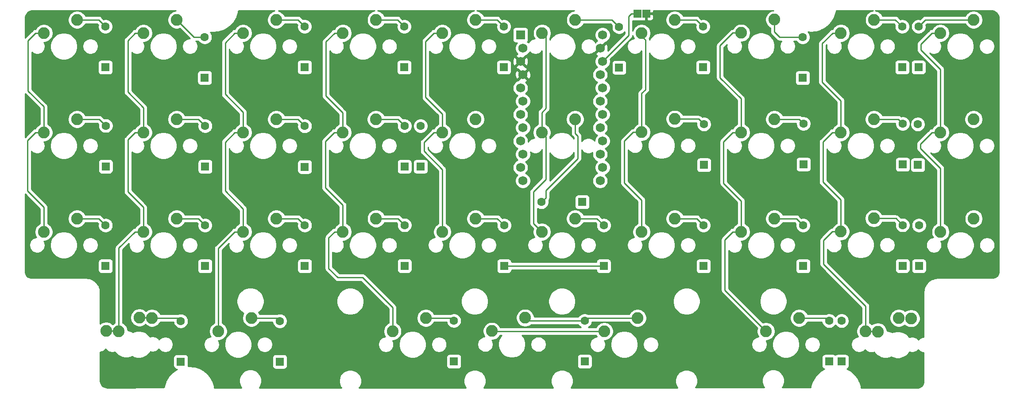
<source format=gbr>
G04 #@! TF.GenerationSoftware,KiCad,Pcbnew,(5.1.4-0-10_14)*
G04 #@! TF.CreationDate,2020-10-15T15:35:28-05:00*
G04 #@! TF.ProjectId,33,33332e6b-6963-4616-945f-706362585858,rev?*
G04 #@! TF.SameCoordinates,Original*
G04 #@! TF.FileFunction,Copper,L1,Top*
G04 #@! TF.FilePolarity,Positive*
%FSLAX46Y46*%
G04 Gerber Fmt 4.6, Leading zero omitted, Abs format (unit mm)*
G04 Created by KiCad (PCBNEW (5.1.4-0-10_14)) date 2020-10-15 15:35:28*
%MOMM*%
%LPD*%
G04 APERTURE LIST*
%ADD10C,2.250000*%
%ADD11R,1.500000X1.500000*%
%ADD12R,1.752600X1.752600*%
%ADD13C,1.752600*%
%ADD14R,1.600000X1.600000*%
%ADD15C,1.600000*%
%ADD16C,0.800000*%
%ADD17C,0.250000*%
%ADD18C,0.254000*%
G04 APERTURE END LIST*
D10*
X176640000Y-108720000D03*
X170290000Y-111260000D03*
X136140000Y-108720000D03*
X129790000Y-111260000D03*
D11*
X178332500Y-50375000D03*
X176632500Y-50375000D03*
D10*
X155140000Y-108695000D03*
X148790000Y-111235000D03*
X81365000Y-108645000D03*
X75015000Y-111185000D03*
X207565000Y-108720000D03*
X201215000Y-111260000D03*
X102790000Y-108720000D03*
X96440000Y-111260000D03*
D12*
X154251400Y-54480000D03*
D13*
X154708600Y-57020000D03*
X154251400Y-59560000D03*
X154708600Y-62100000D03*
X154251400Y-64640000D03*
X154708600Y-67180000D03*
X154251400Y-69720000D03*
X154708600Y-72260000D03*
X154251400Y-74800000D03*
X154708600Y-77340000D03*
X154251400Y-79880000D03*
X169491400Y-82420000D03*
X169948600Y-79880000D03*
X169491400Y-77340000D03*
X169948600Y-74800000D03*
X169491400Y-72260000D03*
X169948600Y-69720000D03*
X169491400Y-67180000D03*
X169948600Y-64640000D03*
X169491400Y-62100000D03*
X169948600Y-59560000D03*
X169491400Y-57020000D03*
X154708600Y-82420000D03*
X169948600Y-54480000D03*
D10*
X228940000Y-108795000D03*
X222590000Y-111335000D03*
X226615000Y-108720000D03*
X220265000Y-111260000D03*
X83790000Y-108720000D03*
X77440000Y-111260000D03*
X240940000Y-89670000D03*
X234590000Y-92210000D03*
X221840000Y-89645000D03*
X215490000Y-92185000D03*
X202815000Y-89670000D03*
X196465000Y-92210000D03*
X183765000Y-89670000D03*
X177415000Y-92210000D03*
X164715000Y-89670000D03*
X158365000Y-92210000D03*
X145665000Y-89670000D03*
X139315000Y-92210000D03*
X126640000Y-89670000D03*
X120290000Y-92210000D03*
X107565000Y-89670000D03*
X101215000Y-92210000D03*
X88490000Y-89670000D03*
X82140000Y-92210000D03*
X69440000Y-89670000D03*
X63090000Y-92210000D03*
X240915000Y-70620000D03*
X234565000Y-73160000D03*
X221865000Y-70620000D03*
X215515000Y-73160000D03*
X202815000Y-70620000D03*
X196465000Y-73160000D03*
X183765000Y-70595000D03*
X177415000Y-73135000D03*
X164690000Y-70620000D03*
X158340000Y-73160000D03*
X145665000Y-70620000D03*
X139315000Y-73160000D03*
X126615000Y-70620000D03*
X120265000Y-73160000D03*
X107565000Y-70620000D03*
X101215000Y-73160000D03*
X88490000Y-70620000D03*
X82140000Y-73160000D03*
X69440000Y-70620000D03*
X63090000Y-73160000D03*
X240915000Y-51570000D03*
X234565000Y-54110000D03*
X221890000Y-51570000D03*
X215540000Y-54110000D03*
X202815000Y-51545000D03*
X196465000Y-54085000D03*
X183765000Y-51570000D03*
X177415000Y-54110000D03*
X164740000Y-51570000D03*
X158390000Y-54110000D03*
X145665000Y-51570000D03*
X139315000Y-54110000D03*
X126640000Y-51570000D03*
X120290000Y-54110000D03*
X107565000Y-51570000D03*
X101215000Y-54110000D03*
X88515000Y-51570000D03*
X82165000Y-54110000D03*
X69465000Y-51570000D03*
X63115000Y-54110000D03*
D14*
X215675000Y-117075000D03*
D15*
X215675000Y-109275000D03*
D14*
X213275000Y-117075000D03*
D15*
X213275000Y-109275000D03*
D14*
X166525000Y-117050000D03*
D15*
X166525000Y-109250000D03*
D14*
X141525000Y-117050000D03*
D15*
X141525000Y-109250000D03*
D14*
X108225000Y-117100000D03*
D15*
X108225000Y-109300000D03*
D14*
X89300000Y-117100000D03*
D15*
X89300000Y-109300000D03*
D14*
X230450000Y-98775000D03*
D15*
X230450000Y-90975000D03*
D14*
X227325000Y-98725000D03*
D15*
X227325000Y-90925000D03*
D14*
X208300000Y-98775000D03*
D15*
X208300000Y-90975000D03*
D14*
X189250000Y-98775000D03*
D15*
X189250000Y-90975000D03*
D14*
X170175000Y-98775000D03*
D15*
X170175000Y-90975000D03*
D14*
X151125000Y-98775000D03*
D15*
X151125000Y-90975000D03*
D14*
X132075000Y-98725000D03*
D15*
X132075000Y-90925000D03*
D14*
X113000000Y-98775000D03*
D15*
X113000000Y-90975000D03*
D14*
X93925000Y-98775000D03*
D15*
X93925000Y-90975000D03*
D14*
X74900000Y-98775000D03*
D15*
X74900000Y-90975000D03*
D14*
X230250000Y-79400000D03*
D15*
X230250000Y-71600000D03*
D14*
X227350000Y-79300000D03*
D15*
X227350000Y-71500000D03*
D14*
X208375000Y-79275000D03*
D15*
X208375000Y-71475000D03*
D14*
X189350000Y-79400000D03*
D15*
X189350000Y-71600000D03*
D14*
X166075000Y-86500000D03*
D15*
X158275000Y-86500000D03*
D14*
X135150000Y-79700000D03*
D15*
X135150000Y-71900000D03*
D14*
X132075000Y-79700000D03*
D15*
X132075000Y-71900000D03*
D14*
X113000000Y-79750000D03*
D15*
X113000000Y-71950000D03*
D14*
X93950000Y-79700000D03*
D15*
X93950000Y-71900000D03*
D14*
X74925000Y-79675000D03*
D15*
X74925000Y-71875000D03*
D14*
X230375000Y-60675000D03*
D15*
X230375000Y-52875000D03*
D14*
X227250000Y-60675000D03*
D15*
X227250000Y-52875000D03*
D14*
X208225000Y-62700000D03*
D15*
X208225000Y-54900000D03*
D14*
X189175000Y-60675000D03*
D15*
X189175000Y-52875000D03*
D14*
X173125000Y-60725000D03*
D15*
X173125000Y-52925000D03*
D14*
X151075000Y-60675000D03*
D15*
X151075000Y-52875000D03*
D14*
X132025000Y-60675000D03*
D15*
X132025000Y-52875000D03*
D14*
X112975000Y-60650000D03*
D15*
X112975000Y-52850000D03*
D14*
X93875000Y-62675000D03*
D15*
X93875000Y-54875000D03*
D14*
X74875000Y-60675000D03*
D15*
X74875000Y-52875000D03*
D16*
X163925000Y-63600000D03*
X117600000Y-112725000D03*
X187775000Y-112325000D03*
X201625000Y-64425000D03*
X195575000Y-59775000D03*
X122500000Y-52025000D03*
X148900000Y-54250000D03*
X152375000Y-66225000D03*
X150775000Y-78700000D03*
X132650000Y-119150000D03*
X160725000Y-80450000D03*
X152450000Y-81950000D03*
X61475000Y-70275000D03*
D17*
X73570000Y-51570000D02*
X74875000Y-52875000D01*
X69465000Y-51570000D02*
X73570000Y-51570000D01*
X91820000Y-54875000D02*
X93875000Y-54875000D01*
X88515000Y-51570000D02*
X91820000Y-54875000D01*
X111695000Y-51570000D02*
X112975000Y-52850000D01*
X107565000Y-51570000D02*
X111695000Y-51570000D01*
X130720000Y-51570000D02*
X132025000Y-52875000D01*
X126640000Y-51570000D02*
X130720000Y-51570000D01*
X149770000Y-51570000D02*
X151075000Y-52875000D01*
X145665000Y-51570000D02*
X149770000Y-51570000D01*
X171770000Y-51570000D02*
X164740000Y-51570000D01*
X173125000Y-52925000D02*
X171770000Y-51570000D01*
X187870000Y-51570000D02*
X189175000Y-52875000D01*
X183765000Y-51570000D02*
X187870000Y-51570000D01*
X203825000Y-54900000D02*
X202815000Y-53890000D01*
X202815000Y-53890000D02*
X202815000Y-51545000D01*
X208225000Y-54900000D02*
X203825000Y-54900000D01*
X225945000Y-51570000D02*
X227250000Y-52875000D01*
X221890000Y-51570000D02*
X225945000Y-51570000D01*
X231680000Y-51570000D02*
X230375000Y-52875000D01*
X240915000Y-51570000D02*
X231680000Y-51570000D01*
X73670000Y-70620000D02*
X74925000Y-71875000D01*
X69440000Y-70620000D02*
X73670000Y-70620000D01*
X92670000Y-70620000D02*
X93950000Y-71900000D01*
X88490000Y-70620000D02*
X92670000Y-70620000D01*
X111670000Y-70620000D02*
X113000000Y-71950000D01*
X107565000Y-70620000D02*
X111670000Y-70620000D01*
X130795000Y-70620000D02*
X132075000Y-71900000D01*
X126615000Y-70620000D02*
X130795000Y-70620000D01*
X159074999Y-85700001D02*
X159074999Y-84275001D01*
X158275000Y-86500000D02*
X159074999Y-85700001D01*
X159074999Y-84275001D02*
X165200000Y-78150000D01*
X165200000Y-78150000D02*
X165200000Y-73825000D01*
X164690000Y-73315000D02*
X164690000Y-70620000D01*
X165200000Y-73825000D02*
X164690000Y-73315000D01*
X188345000Y-70595000D02*
X189350000Y-71600000D01*
X183765000Y-70595000D02*
X188345000Y-70595000D01*
X207520000Y-70620000D02*
X208375000Y-71475000D01*
X202815000Y-70620000D02*
X207520000Y-70620000D01*
X226470000Y-70620000D02*
X227350000Y-71500000D01*
X221865000Y-70620000D02*
X226470000Y-70620000D01*
X151125000Y-98775000D02*
X170175000Y-98775000D01*
X73595000Y-89670000D02*
X74900000Y-90975000D01*
X69440000Y-89670000D02*
X73595000Y-89670000D01*
X92620000Y-89670000D02*
X93925000Y-90975000D01*
X88490000Y-89670000D02*
X92620000Y-89670000D01*
X111695000Y-89670000D02*
X113000000Y-90975000D01*
X107565000Y-89670000D02*
X111695000Y-89670000D01*
X130820000Y-89670000D02*
X132075000Y-90925000D01*
X126640000Y-89670000D02*
X130820000Y-89670000D01*
X149820000Y-89670000D02*
X151125000Y-90975000D01*
X145665000Y-89670000D02*
X149820000Y-89670000D01*
X168870000Y-89670000D02*
X170175000Y-90975000D01*
X164715000Y-89670000D02*
X168870000Y-89670000D01*
X187945000Y-89670000D02*
X189250000Y-90975000D01*
X183765000Y-89670000D02*
X187945000Y-89670000D01*
X206995000Y-89670000D02*
X208300000Y-90975000D01*
X202815000Y-89670000D02*
X206995000Y-89670000D01*
X226045000Y-89645000D02*
X227325000Y-90925000D01*
X221840000Y-89645000D02*
X226045000Y-89645000D01*
X83715000Y-108645000D02*
X83790000Y-108720000D01*
X81365000Y-108645000D02*
X83715000Y-108645000D01*
X88720000Y-108720000D02*
X89300000Y-109300000D01*
X83790000Y-108720000D02*
X88720000Y-108720000D01*
X107645000Y-108720000D02*
X108225000Y-109300000D01*
X102790000Y-108720000D02*
X107645000Y-108720000D01*
X140995000Y-108720000D02*
X141525000Y-109250000D01*
X136140000Y-108720000D02*
X140995000Y-108720000D01*
X155695000Y-109250000D02*
X155140000Y-108695000D01*
X166525000Y-109250000D02*
X155695000Y-109250000D01*
X167055000Y-108720000D02*
X166525000Y-109250000D01*
X176640000Y-108720000D02*
X167055000Y-108720000D01*
X212720000Y-108720000D02*
X213275000Y-109275000D01*
X207565000Y-108720000D02*
X212720000Y-108720000D01*
X61524010Y-54110000D02*
X60075000Y-55559010D01*
X63115000Y-54110000D02*
X61524010Y-54110000D01*
X61499010Y-73160000D02*
X59975000Y-74684010D01*
X63090000Y-73160000D02*
X61499010Y-73160000D01*
X63090000Y-87490000D02*
X59975000Y-84375000D01*
X63090000Y-92210000D02*
X63090000Y-87490000D01*
X59975000Y-74684010D02*
X59975000Y-84375000D01*
X63090000Y-73160000D02*
X63090000Y-68215000D01*
X63090000Y-68215000D02*
X60075000Y-65200000D01*
X60075000Y-55559010D02*
X60075000Y-65200000D01*
X80574010Y-54110000D02*
X79150000Y-55534010D01*
X82165000Y-54110000D02*
X80574010Y-54110000D01*
X77440000Y-95319010D02*
X77440000Y-111260000D01*
X80549010Y-92210000D02*
X77440000Y-95319010D01*
X82140000Y-92210000D02*
X80549010Y-92210000D01*
X77365000Y-111185000D02*
X77440000Y-111260000D01*
X75015000Y-111185000D02*
X77365000Y-111185000D01*
X80549010Y-73160000D02*
X82140000Y-73160000D01*
X79150000Y-84525000D02*
X79150000Y-74559010D01*
X79150000Y-74559010D02*
X80549010Y-73160000D01*
X82140000Y-87515000D02*
X79150000Y-84525000D01*
X82140000Y-92210000D02*
X82140000Y-87515000D01*
X82140000Y-73160000D02*
X82140000Y-68415000D01*
X82140000Y-68415000D02*
X79150000Y-65425000D01*
X79150000Y-55534010D02*
X79150000Y-65425000D01*
X99624010Y-54110000D02*
X97775000Y-55959010D01*
X101215000Y-54110000D02*
X99624010Y-54110000D01*
X101215000Y-69290000D02*
X97775000Y-65850000D01*
X101215000Y-73160000D02*
X101215000Y-69290000D01*
X97775000Y-55959010D02*
X97775000Y-65850000D01*
X99624010Y-73160000D02*
X97775000Y-75009010D01*
X101215000Y-73160000D02*
X99624010Y-73160000D01*
X101215000Y-87815000D02*
X97775000Y-84375000D01*
X101215000Y-92210000D02*
X101215000Y-87815000D01*
X97775000Y-75009010D02*
X97775000Y-84375000D01*
X96440000Y-95394010D02*
X96440000Y-109669010D01*
X96440000Y-109669010D02*
X96440000Y-111260000D01*
X99624010Y-92210000D02*
X96440000Y-95394010D01*
X101215000Y-92210000D02*
X99624010Y-92210000D01*
X118699010Y-54110000D02*
X117025000Y-55784010D01*
X120290000Y-54110000D02*
X118699010Y-54110000D01*
X117025000Y-55784010D02*
X117025000Y-66150000D01*
X120265000Y-69390000D02*
X120265000Y-73160000D01*
X117025000Y-66150000D02*
X120265000Y-69390000D01*
X118674010Y-73160000D02*
X116975000Y-74859010D01*
X120265000Y-73160000D02*
X118674010Y-73160000D01*
X116975000Y-74859010D02*
X116975000Y-83775000D01*
X120290000Y-87090000D02*
X120290000Y-92210000D01*
X116975000Y-83775000D02*
X120290000Y-87090000D01*
X118699010Y-92210000D02*
X120290000Y-92210000D01*
X119325000Y-100975000D02*
X117575000Y-99225000D01*
X124075000Y-100975000D02*
X119325000Y-100975000D01*
X129790000Y-111260000D02*
X129790000Y-106690000D01*
X117575000Y-99225000D02*
X117575000Y-93334010D01*
X117575000Y-93334010D02*
X118699010Y-92210000D01*
X129790000Y-106690000D02*
X124075000Y-100975000D01*
X137724010Y-54110000D02*
X136125000Y-55709010D01*
X139315000Y-54110000D02*
X137724010Y-54110000D01*
X139315000Y-69590000D02*
X136125000Y-66400000D01*
X139315000Y-73160000D02*
X139315000Y-69590000D01*
X136125000Y-55709010D02*
X136125000Y-66400000D01*
X137724010Y-73160000D02*
X135800000Y-75084010D01*
X139315000Y-73160000D02*
X137724010Y-73160000D01*
X135800000Y-75084010D02*
X135800000Y-76750000D01*
X139315000Y-80265000D02*
X139315000Y-92210000D01*
X135800000Y-76750000D02*
X139315000Y-80265000D01*
X148815000Y-111260000D02*
X148790000Y-111235000D01*
X170290000Y-111260000D02*
X148815000Y-111260000D01*
X159150000Y-73970000D02*
X158340000Y-73160000D01*
X159150000Y-82150000D02*
X159150000Y-73970000D01*
X156750000Y-84550000D02*
X159150000Y-82150000D01*
X156750000Y-90595000D02*
X156750000Y-84550000D01*
X158365000Y-92210000D02*
X156750000Y-90595000D01*
X159125000Y-68555000D02*
X159125000Y-54845000D01*
X158340000Y-69340000D02*
X159125000Y-68555000D01*
X159125000Y-54845000D02*
X158390000Y-54110000D01*
X158340000Y-73160000D02*
X158340000Y-69340000D01*
X177415000Y-54690000D02*
X177415000Y-54110000D01*
X178150000Y-55425000D02*
X177415000Y-54690000D01*
X177415000Y-65685000D02*
X178150000Y-64950000D01*
X177415000Y-73135000D02*
X177415000Y-65685000D01*
X178150000Y-64950000D02*
X178150000Y-55425000D01*
X177415000Y-86115000D02*
X177415000Y-92210000D01*
X174125000Y-82825000D02*
X177415000Y-86115000D01*
X174125000Y-74834010D02*
X174125000Y-82825000D01*
X175824010Y-73135000D02*
X174125000Y-74834010D01*
X177415000Y-73135000D02*
X175824010Y-73135000D01*
X196465000Y-66690000D02*
X196465000Y-73160000D01*
X192425000Y-62650000D02*
X196465000Y-66690000D01*
X192425000Y-56534010D02*
X192425000Y-62650000D01*
X194874010Y-54085000D02*
X192425000Y-56534010D01*
X196465000Y-54085000D02*
X194874010Y-54085000D01*
X194874010Y-73160000D02*
X193100000Y-74934010D01*
X196465000Y-73160000D02*
X194874010Y-73160000D01*
X196465000Y-86265000D02*
X193100000Y-82900000D01*
X196465000Y-92210000D02*
X196465000Y-86265000D01*
X193100000Y-74934010D02*
X193100000Y-82900000D01*
X194874010Y-92210000D02*
X193350000Y-93734010D01*
X196465000Y-92210000D02*
X194874010Y-92210000D01*
X193350000Y-103395000D02*
X201215000Y-111260000D01*
X193350000Y-93734010D02*
X193350000Y-103395000D01*
X211950000Y-63500000D02*
X215515000Y-67065000D01*
X215515000Y-67065000D02*
X215515000Y-73160000D01*
X211950000Y-56109010D02*
X211950000Y-63500000D01*
X213949010Y-54110000D02*
X211950000Y-56109010D01*
X215540000Y-54110000D02*
X213949010Y-54110000D01*
X213924010Y-73160000D02*
X212100000Y-74984010D01*
X215515000Y-73160000D02*
X213924010Y-73160000D01*
X212100000Y-74984010D02*
X212100000Y-82675000D01*
X215490000Y-86065000D02*
X215490000Y-92185000D01*
X212100000Y-82675000D02*
X215490000Y-86065000D01*
X212200000Y-98375000D02*
X220265000Y-106440000D01*
X212200000Y-93884010D02*
X212200000Y-98375000D01*
X213899010Y-92185000D02*
X212200000Y-93884010D01*
X220265000Y-106440000D02*
X220265000Y-111260000D01*
X215490000Y-92185000D02*
X213899010Y-92185000D01*
X222515000Y-111260000D02*
X222590000Y-111335000D01*
X220265000Y-111260000D02*
X222515000Y-111260000D01*
X232974010Y-54110000D02*
X230850000Y-56234010D01*
X234565000Y-54110000D02*
X232974010Y-54110000D01*
X230850000Y-56234010D02*
X230850000Y-57350000D01*
X234565000Y-61065000D02*
X234565000Y-73160000D01*
X230850000Y-57350000D02*
X234565000Y-61065000D01*
X232974010Y-73160000D02*
X230750000Y-75384010D01*
X234565000Y-73160000D02*
X232974010Y-73160000D01*
X230750000Y-75384010D02*
X230750000Y-76200000D01*
X234590000Y-80040000D02*
X234590000Y-92210000D01*
X230750000Y-76200000D02*
X234590000Y-80040000D01*
X169948600Y-59560000D02*
X174942500Y-54566100D01*
X174942500Y-54566100D02*
X174942500Y-50927000D01*
X175494500Y-50375000D02*
X176632500Y-50375000D01*
X174942500Y-50927000D02*
X175494500Y-50375000D01*
D18*
G36*
X244528621Y-49817315D02*
G01*
X244811053Y-49902586D01*
X245071552Y-50041095D01*
X245300178Y-50227559D01*
X245488235Y-50454881D01*
X245628559Y-50714403D01*
X245715799Y-50996232D01*
X245750195Y-51323494D01*
X245740009Y-99753971D01*
X245712262Y-100036963D01*
X245640538Y-100274522D01*
X245524040Y-100493623D01*
X245367202Y-100685926D01*
X245175999Y-100844103D01*
X244957721Y-100962125D01*
X244720668Y-101035505D01*
X244440042Y-101065000D01*
X234068896Y-101065000D01*
X234036802Y-101068161D01*
X234024354Y-101068074D01*
X234014140Y-101069075D01*
X233624005Y-101110080D01*
X233558691Y-101123488D01*
X233493313Y-101135959D01*
X233483488Y-101138924D01*
X233108750Y-101254925D01*
X233047307Y-101280754D01*
X232985574Y-101305695D01*
X232976517Y-101310511D01*
X232976512Y-101310513D01*
X232976511Y-101310514D01*
X232631440Y-101497092D01*
X232576183Y-101534363D01*
X232520469Y-101570822D01*
X232512516Y-101577307D01*
X232210257Y-101827358D01*
X232163279Y-101874665D01*
X232115722Y-101921236D01*
X232109180Y-101929143D01*
X231861245Y-102233141D01*
X231824366Y-102288649D01*
X231786744Y-102343594D01*
X231781863Y-102352621D01*
X231597696Y-102698988D01*
X231572295Y-102760615D01*
X231546068Y-102821808D01*
X231543033Y-102831611D01*
X231429651Y-103207151D01*
X231416707Y-103272526D01*
X231402862Y-103337660D01*
X231401789Y-103347866D01*
X231363509Y-103738277D01*
X231363509Y-103738287D01*
X231360002Y-103773895D01*
X231360001Y-112365000D01*
X231331278Y-112365000D01*
X231039549Y-112423029D01*
X230764747Y-112536856D01*
X230517431Y-112702107D01*
X230349608Y-112869930D01*
X230327893Y-112837431D01*
X230117569Y-112627107D01*
X229870253Y-112461856D01*
X229595451Y-112348029D01*
X229303722Y-112290000D01*
X229006278Y-112290000D01*
X228714549Y-112348029D01*
X228578982Y-112404183D01*
X228442000Y-112199174D01*
X228075826Y-111833000D01*
X227645251Y-111545299D01*
X227166822Y-111347127D01*
X226658924Y-111246100D01*
X226141076Y-111246100D01*
X225633178Y-111347127D01*
X225326207Y-111474279D01*
X225320251Y-111470299D01*
X224841822Y-111272127D01*
X224350000Y-111174298D01*
X224350000Y-111161655D01*
X224282364Y-110821627D01*
X224149692Y-110501327D01*
X223957081Y-110213065D01*
X223711935Y-109967919D01*
X223423673Y-109775308D01*
X223103373Y-109642636D01*
X222763345Y-109575000D01*
X222416655Y-109575000D01*
X222076627Y-109642636D01*
X221756327Y-109775308D01*
X221468065Y-109967919D01*
X221465000Y-109970984D01*
X221386935Y-109892919D01*
X221098673Y-109700308D01*
X221025000Y-109669792D01*
X221025000Y-108546655D01*
X224855000Y-108546655D01*
X224855000Y-108893345D01*
X224922636Y-109233373D01*
X225055308Y-109553673D01*
X225247919Y-109841935D01*
X225493065Y-110087081D01*
X225781327Y-110279692D01*
X226101627Y-110412364D01*
X226441655Y-110480000D01*
X226788345Y-110480000D01*
X227128373Y-110412364D01*
X227448673Y-110279692D01*
X227736935Y-110087081D01*
X227740000Y-110084016D01*
X227818065Y-110162081D01*
X228106327Y-110354692D01*
X228426627Y-110487364D01*
X228766655Y-110555000D01*
X229113345Y-110555000D01*
X229453373Y-110487364D01*
X229773673Y-110354692D01*
X230061935Y-110162081D01*
X230307081Y-109916935D01*
X230499692Y-109628673D01*
X230632364Y-109308373D01*
X230700000Y-108968345D01*
X230700000Y-108621655D01*
X230632364Y-108281627D01*
X230499692Y-107961327D01*
X230307081Y-107673065D01*
X230061935Y-107427919D01*
X229773673Y-107235308D01*
X229453373Y-107102636D01*
X229113345Y-107035000D01*
X228766655Y-107035000D01*
X228426627Y-107102636D01*
X228106327Y-107235308D01*
X227818065Y-107427919D01*
X227815000Y-107430984D01*
X227736935Y-107352919D01*
X227448673Y-107160308D01*
X227128373Y-107027636D01*
X226788345Y-106960000D01*
X226441655Y-106960000D01*
X226101627Y-107027636D01*
X225781327Y-107160308D01*
X225493065Y-107352919D01*
X225247919Y-107598065D01*
X225055308Y-107886327D01*
X224922636Y-108206627D01*
X224855000Y-108546655D01*
X221025000Y-108546655D01*
X221025000Y-106477322D01*
X221028676Y-106439999D01*
X221025000Y-106402676D01*
X221025000Y-106402667D01*
X221014003Y-106291014D01*
X220970546Y-106147753D01*
X220899974Y-106015724D01*
X220886811Y-105999685D01*
X220828799Y-105928996D01*
X220828795Y-105928992D01*
X220805001Y-105899999D01*
X220776009Y-105876206D01*
X212960000Y-98060199D01*
X212960000Y-97925000D01*
X225886928Y-97925000D01*
X225886928Y-99525000D01*
X225899188Y-99649482D01*
X225935498Y-99769180D01*
X225994463Y-99879494D01*
X226073815Y-99976185D01*
X226170506Y-100055537D01*
X226280820Y-100114502D01*
X226400518Y-100150812D01*
X226525000Y-100163072D01*
X228125000Y-100163072D01*
X228249482Y-100150812D01*
X228369180Y-100114502D01*
X228479494Y-100055537D01*
X228576185Y-99976185D01*
X228655537Y-99879494D01*
X228714502Y-99769180D01*
X228750812Y-99649482D01*
X228763072Y-99525000D01*
X228763072Y-97975000D01*
X229011928Y-97975000D01*
X229011928Y-99575000D01*
X229024188Y-99699482D01*
X229060498Y-99819180D01*
X229119463Y-99929494D01*
X229198815Y-100026185D01*
X229295506Y-100105537D01*
X229405820Y-100164502D01*
X229525518Y-100200812D01*
X229650000Y-100213072D01*
X231250000Y-100213072D01*
X231374482Y-100200812D01*
X231494180Y-100164502D01*
X231604494Y-100105537D01*
X231701185Y-100026185D01*
X231780537Y-99929494D01*
X231839502Y-99819180D01*
X231875812Y-99699482D01*
X231888072Y-99575000D01*
X231888072Y-97975000D01*
X231875812Y-97850518D01*
X231839502Y-97730820D01*
X231780537Y-97620506D01*
X231701185Y-97523815D01*
X231604494Y-97444463D01*
X231494180Y-97385498D01*
X231374482Y-97349188D01*
X231250000Y-97336928D01*
X229650000Y-97336928D01*
X229525518Y-97349188D01*
X229405820Y-97385498D01*
X229295506Y-97444463D01*
X229198815Y-97523815D01*
X229119463Y-97620506D01*
X229060498Y-97730820D01*
X229024188Y-97850518D01*
X229011928Y-97975000D01*
X228763072Y-97975000D01*
X228763072Y-97925000D01*
X228750812Y-97800518D01*
X228714502Y-97680820D01*
X228655537Y-97570506D01*
X228576185Y-97473815D01*
X228479494Y-97394463D01*
X228369180Y-97335498D01*
X228249482Y-97299188D01*
X228125000Y-97286928D01*
X226525000Y-97286928D01*
X226400518Y-97299188D01*
X226280820Y-97335498D01*
X226170506Y-97394463D01*
X226073815Y-97473815D01*
X225994463Y-97570506D01*
X225935498Y-97680820D01*
X225899188Y-97800518D01*
X225886928Y-97925000D01*
X212960000Y-97925000D01*
X212960000Y-95557204D01*
X213047107Y-95687569D01*
X213257431Y-95897893D01*
X213504747Y-96063144D01*
X213779549Y-96176971D01*
X214071278Y-96235000D01*
X214368722Y-96235000D01*
X214660451Y-96176971D01*
X214935253Y-96063144D01*
X215182569Y-95897893D01*
X215392893Y-95687569D01*
X215558144Y-95440253D01*
X215671971Y-95165451D01*
X215730000Y-94873722D01*
X215730000Y-94576278D01*
X215708080Y-94466076D01*
X216671100Y-94466076D01*
X216671100Y-94983924D01*
X216772127Y-95491822D01*
X216970299Y-95970251D01*
X217258000Y-96400826D01*
X217624174Y-96767000D01*
X218054749Y-97054701D01*
X218533178Y-97252873D01*
X219041076Y-97353900D01*
X219558924Y-97353900D01*
X220066822Y-97252873D01*
X220545251Y-97054701D01*
X220975826Y-96767000D01*
X221342000Y-96400826D01*
X221629701Y-95970251D01*
X221827873Y-95491822D01*
X221928900Y-94983924D01*
X221928900Y-94576278D01*
X222870000Y-94576278D01*
X222870000Y-94873722D01*
X222928029Y-95165451D01*
X223041856Y-95440253D01*
X223207107Y-95687569D01*
X223417431Y-95897893D01*
X223664747Y-96063144D01*
X223939549Y-96176971D01*
X224231278Y-96235000D01*
X224528722Y-96235000D01*
X224820451Y-96176971D01*
X225095253Y-96063144D01*
X225342569Y-95897893D01*
X225552893Y-95687569D01*
X225718144Y-95440253D01*
X225831971Y-95165451D01*
X225890000Y-94873722D01*
X225890000Y-94576278D01*
X225831971Y-94284549D01*
X225718144Y-94009747D01*
X225552893Y-93762431D01*
X225342569Y-93552107D01*
X225095253Y-93386856D01*
X224820451Y-93273029D01*
X224528722Y-93215000D01*
X224231278Y-93215000D01*
X223939549Y-93273029D01*
X223664747Y-93386856D01*
X223417431Y-93552107D01*
X223207107Y-93762431D01*
X223041856Y-94009747D01*
X222928029Y-94284549D01*
X222870000Y-94576278D01*
X221928900Y-94576278D01*
X221928900Y-94466076D01*
X221827873Y-93958178D01*
X221629701Y-93479749D01*
X221342000Y-93049174D01*
X220975826Y-92683000D01*
X220545251Y-92395299D01*
X220066822Y-92197127D01*
X219558924Y-92096100D01*
X219041076Y-92096100D01*
X218533178Y-92197127D01*
X218054749Y-92395299D01*
X217624174Y-92683000D01*
X217258000Y-93049174D01*
X216970299Y-93479749D01*
X216772127Y-93958178D01*
X216671100Y-94466076D01*
X215708080Y-94466076D01*
X215671971Y-94284549D01*
X215558144Y-94009747D01*
X215514882Y-93945000D01*
X215663345Y-93945000D01*
X216003373Y-93877364D01*
X216323673Y-93744692D01*
X216611935Y-93552081D01*
X216857081Y-93306935D01*
X217049692Y-93018673D01*
X217182364Y-92698373D01*
X217250000Y-92358345D01*
X217250000Y-92011655D01*
X217182364Y-91671627D01*
X217049692Y-91351327D01*
X216857081Y-91063065D01*
X216611935Y-90817919D01*
X216323673Y-90625308D01*
X216250000Y-90594792D01*
X216250000Y-89471655D01*
X220080000Y-89471655D01*
X220080000Y-89818345D01*
X220147636Y-90158373D01*
X220280308Y-90478673D01*
X220472919Y-90766935D01*
X220718065Y-91012081D01*
X221006327Y-91204692D01*
X221326627Y-91337364D01*
X221666655Y-91405000D01*
X222013345Y-91405000D01*
X222353373Y-91337364D01*
X222673673Y-91204692D01*
X222961935Y-91012081D01*
X223207081Y-90766935D01*
X223399692Y-90478673D01*
X223430208Y-90405000D01*
X225730199Y-90405000D01*
X225926312Y-90601114D01*
X225890000Y-90783665D01*
X225890000Y-91066335D01*
X225945147Y-91343574D01*
X226053320Y-91604727D01*
X226210363Y-91839759D01*
X226410241Y-92039637D01*
X226645273Y-92196680D01*
X226906426Y-92304853D01*
X227183665Y-92360000D01*
X227466335Y-92360000D01*
X227743574Y-92304853D01*
X228004727Y-92196680D01*
X228239759Y-92039637D01*
X228439637Y-91839759D01*
X228596680Y-91604727D01*
X228704853Y-91343574D01*
X228760000Y-91066335D01*
X228760000Y-90833665D01*
X229015000Y-90833665D01*
X229015000Y-91116335D01*
X229070147Y-91393574D01*
X229178320Y-91654727D01*
X229335363Y-91889759D01*
X229535241Y-92089637D01*
X229770273Y-92246680D01*
X230031426Y-92354853D01*
X230308665Y-92410000D01*
X230591335Y-92410000D01*
X230868574Y-92354853D01*
X231129727Y-92246680D01*
X231364759Y-92089637D01*
X231564637Y-91889759D01*
X231721680Y-91654727D01*
X231829853Y-91393574D01*
X231885000Y-91116335D01*
X231885000Y-90833665D01*
X231829853Y-90556426D01*
X231721680Y-90295273D01*
X231564637Y-90060241D01*
X231364759Y-89860363D01*
X231129727Y-89703320D01*
X230868574Y-89595147D01*
X230591335Y-89540000D01*
X230308665Y-89540000D01*
X230031426Y-89595147D01*
X229770273Y-89703320D01*
X229535241Y-89860363D01*
X229335363Y-90060241D01*
X229178320Y-90295273D01*
X229070147Y-90556426D01*
X229015000Y-90833665D01*
X228760000Y-90833665D01*
X228760000Y-90783665D01*
X228704853Y-90506426D01*
X228596680Y-90245273D01*
X228439637Y-90010241D01*
X228239759Y-89810363D01*
X228004727Y-89653320D01*
X227743574Y-89545147D01*
X227466335Y-89490000D01*
X227183665Y-89490000D01*
X227001114Y-89526312D01*
X226608804Y-89134003D01*
X226585001Y-89104999D01*
X226469276Y-89010026D01*
X226337247Y-88939454D01*
X226193986Y-88895997D01*
X226082333Y-88885000D01*
X226082322Y-88885000D01*
X226045000Y-88881324D01*
X226007678Y-88885000D01*
X223430208Y-88885000D01*
X223399692Y-88811327D01*
X223207081Y-88523065D01*
X222961935Y-88277919D01*
X222673673Y-88085308D01*
X222353373Y-87952636D01*
X222013345Y-87885000D01*
X221666655Y-87885000D01*
X221326627Y-87952636D01*
X221006327Y-88085308D01*
X220718065Y-88277919D01*
X220472919Y-88523065D01*
X220280308Y-88811327D01*
X220147636Y-89131627D01*
X220080000Y-89471655D01*
X216250000Y-89471655D01*
X216250000Y-86102323D01*
X216253676Y-86065000D01*
X216250000Y-86027677D01*
X216250000Y-86027667D01*
X216239003Y-85916014D01*
X216195546Y-85772753D01*
X216170021Y-85724999D01*
X216124974Y-85640723D01*
X216053799Y-85553997D01*
X216030001Y-85524999D01*
X216001004Y-85501202D01*
X212860000Y-82360199D01*
X212860000Y-78500000D01*
X225911928Y-78500000D01*
X225911928Y-80100000D01*
X225924188Y-80224482D01*
X225960498Y-80344180D01*
X226019463Y-80454494D01*
X226098815Y-80551185D01*
X226195506Y-80630537D01*
X226305820Y-80689502D01*
X226425518Y-80725812D01*
X226550000Y-80738072D01*
X228150000Y-80738072D01*
X228274482Y-80725812D01*
X228394180Y-80689502D01*
X228504494Y-80630537D01*
X228601185Y-80551185D01*
X228680537Y-80454494D01*
X228739502Y-80344180D01*
X228775812Y-80224482D01*
X228788072Y-80100000D01*
X228788072Y-78600000D01*
X228811928Y-78600000D01*
X228811928Y-80200000D01*
X228824188Y-80324482D01*
X228860498Y-80444180D01*
X228919463Y-80554494D01*
X228998815Y-80651185D01*
X229095506Y-80730537D01*
X229205820Y-80789502D01*
X229325518Y-80825812D01*
X229450000Y-80838072D01*
X231050000Y-80838072D01*
X231174482Y-80825812D01*
X231294180Y-80789502D01*
X231404494Y-80730537D01*
X231501185Y-80651185D01*
X231580537Y-80554494D01*
X231639502Y-80444180D01*
X231675812Y-80324482D01*
X231688072Y-80200000D01*
X231688072Y-78600000D01*
X231675812Y-78475518D01*
X231639502Y-78355820D01*
X231580537Y-78245506D01*
X231501185Y-78148815D01*
X231404494Y-78069463D01*
X231294180Y-78010498D01*
X231174482Y-77974188D01*
X231050000Y-77961928D01*
X229450000Y-77961928D01*
X229325518Y-77974188D01*
X229205820Y-78010498D01*
X229095506Y-78069463D01*
X228998815Y-78148815D01*
X228919463Y-78245506D01*
X228860498Y-78355820D01*
X228824188Y-78475518D01*
X228811928Y-78600000D01*
X228788072Y-78600000D01*
X228788072Y-78500000D01*
X228775812Y-78375518D01*
X228739502Y-78255820D01*
X228680537Y-78145506D01*
X228601185Y-78048815D01*
X228504494Y-77969463D01*
X228394180Y-77910498D01*
X228274482Y-77874188D01*
X228150000Y-77861928D01*
X226550000Y-77861928D01*
X226425518Y-77874188D01*
X226305820Y-77910498D01*
X226195506Y-77969463D01*
X226098815Y-78048815D01*
X226019463Y-78145506D01*
X225960498Y-78255820D01*
X225924188Y-78375518D01*
X225911928Y-78500000D01*
X212860000Y-78500000D01*
X212860000Y-76302133D01*
X212906856Y-76415253D01*
X213072107Y-76662569D01*
X213282431Y-76872893D01*
X213529747Y-77038144D01*
X213804549Y-77151971D01*
X214096278Y-77210000D01*
X214393722Y-77210000D01*
X214685451Y-77151971D01*
X214960253Y-77038144D01*
X215207569Y-76872893D01*
X215417893Y-76662569D01*
X215583144Y-76415253D01*
X215696971Y-76140451D01*
X215755000Y-75848722D01*
X215755000Y-75551278D01*
X215733080Y-75441076D01*
X216696100Y-75441076D01*
X216696100Y-75958924D01*
X216797127Y-76466822D01*
X216995299Y-76945251D01*
X217283000Y-77375826D01*
X217649174Y-77742000D01*
X218079749Y-78029701D01*
X218558178Y-78227873D01*
X219066076Y-78328900D01*
X219583924Y-78328900D01*
X220091822Y-78227873D01*
X220570251Y-78029701D01*
X221000826Y-77742000D01*
X221367000Y-77375826D01*
X221654701Y-76945251D01*
X221852873Y-76466822D01*
X221953900Y-75958924D01*
X221953900Y-75551278D01*
X222895000Y-75551278D01*
X222895000Y-75848722D01*
X222953029Y-76140451D01*
X223066856Y-76415253D01*
X223232107Y-76662569D01*
X223442431Y-76872893D01*
X223689747Y-77038144D01*
X223964549Y-77151971D01*
X224256278Y-77210000D01*
X224553722Y-77210000D01*
X224845451Y-77151971D01*
X225120253Y-77038144D01*
X225367569Y-76872893D01*
X225577893Y-76662569D01*
X225743144Y-76415253D01*
X225856971Y-76140451D01*
X225915000Y-75848722D01*
X225915000Y-75551278D01*
X225881729Y-75384010D01*
X229986324Y-75384010D01*
X229990000Y-75421332D01*
X229990000Y-76162678D01*
X229986324Y-76200000D01*
X229990000Y-76237322D01*
X229990000Y-76237333D01*
X229997286Y-76311300D01*
X230000998Y-76348985D01*
X230044454Y-76492246D01*
X230115026Y-76624276D01*
X230146453Y-76662569D01*
X230210000Y-76740001D01*
X230238998Y-76763799D01*
X233830000Y-80354802D01*
X233830001Y-90619791D01*
X233756327Y-90650308D01*
X233468065Y-90842919D01*
X233222919Y-91088065D01*
X233030308Y-91376327D01*
X232897636Y-91696627D01*
X232830000Y-92036655D01*
X232830000Y-92383345D01*
X232897636Y-92723373D01*
X233030308Y-93043673D01*
X233162638Y-93241719D01*
X232879549Y-93298029D01*
X232604747Y-93411856D01*
X232357431Y-93577107D01*
X232147107Y-93787431D01*
X231981856Y-94034747D01*
X231868029Y-94309549D01*
X231810000Y-94601278D01*
X231810000Y-94898722D01*
X231868029Y-95190451D01*
X231981856Y-95465253D01*
X232147107Y-95712569D01*
X232357431Y-95922893D01*
X232604747Y-96088144D01*
X232879549Y-96201971D01*
X233171278Y-96260000D01*
X233468722Y-96260000D01*
X233760451Y-96201971D01*
X234035253Y-96088144D01*
X234282569Y-95922893D01*
X234492893Y-95712569D01*
X234658144Y-95465253D01*
X234771971Y-95190451D01*
X234830000Y-94898722D01*
X234830000Y-94601278D01*
X234808080Y-94491076D01*
X235771100Y-94491076D01*
X235771100Y-95008924D01*
X235872127Y-95516822D01*
X236070299Y-95995251D01*
X236358000Y-96425826D01*
X236724174Y-96792000D01*
X237154749Y-97079701D01*
X237633178Y-97277873D01*
X238141076Y-97378900D01*
X238658924Y-97378900D01*
X239166822Y-97277873D01*
X239645251Y-97079701D01*
X240075826Y-96792000D01*
X240442000Y-96425826D01*
X240729701Y-95995251D01*
X240927873Y-95516822D01*
X241028900Y-95008924D01*
X241028900Y-94601278D01*
X241970000Y-94601278D01*
X241970000Y-94898722D01*
X242028029Y-95190451D01*
X242141856Y-95465253D01*
X242307107Y-95712569D01*
X242517431Y-95922893D01*
X242764747Y-96088144D01*
X243039549Y-96201971D01*
X243331278Y-96260000D01*
X243628722Y-96260000D01*
X243920451Y-96201971D01*
X244195253Y-96088144D01*
X244442569Y-95922893D01*
X244652893Y-95712569D01*
X244818144Y-95465253D01*
X244931971Y-95190451D01*
X244990000Y-94898722D01*
X244990000Y-94601278D01*
X244931971Y-94309549D01*
X244818144Y-94034747D01*
X244652893Y-93787431D01*
X244442569Y-93577107D01*
X244195253Y-93411856D01*
X243920451Y-93298029D01*
X243628722Y-93240000D01*
X243331278Y-93240000D01*
X243039549Y-93298029D01*
X242764747Y-93411856D01*
X242517431Y-93577107D01*
X242307107Y-93787431D01*
X242141856Y-94034747D01*
X242028029Y-94309549D01*
X241970000Y-94601278D01*
X241028900Y-94601278D01*
X241028900Y-94491076D01*
X240927873Y-93983178D01*
X240729701Y-93504749D01*
X240442000Y-93074174D01*
X240075826Y-92708000D01*
X239645251Y-92420299D01*
X239166822Y-92222127D01*
X238658924Y-92121100D01*
X238141076Y-92121100D01*
X237633178Y-92222127D01*
X237154749Y-92420299D01*
X236724174Y-92708000D01*
X236358000Y-93074174D01*
X236070299Y-93504749D01*
X235872127Y-93983178D01*
X235771100Y-94491076D01*
X234808080Y-94491076D01*
X234771971Y-94309549D01*
X234658144Y-94034747D01*
X234614882Y-93970000D01*
X234763345Y-93970000D01*
X235103373Y-93902364D01*
X235423673Y-93769692D01*
X235711935Y-93577081D01*
X235957081Y-93331935D01*
X236149692Y-93043673D01*
X236282364Y-92723373D01*
X236350000Y-92383345D01*
X236350000Y-92036655D01*
X236282364Y-91696627D01*
X236149692Y-91376327D01*
X235957081Y-91088065D01*
X235711935Y-90842919D01*
X235423673Y-90650308D01*
X235350000Y-90619792D01*
X235350000Y-89496655D01*
X239180000Y-89496655D01*
X239180000Y-89843345D01*
X239247636Y-90183373D01*
X239380308Y-90503673D01*
X239572919Y-90791935D01*
X239818065Y-91037081D01*
X240106327Y-91229692D01*
X240426627Y-91362364D01*
X240766655Y-91430000D01*
X241113345Y-91430000D01*
X241453373Y-91362364D01*
X241773673Y-91229692D01*
X242061935Y-91037081D01*
X242307081Y-90791935D01*
X242499692Y-90503673D01*
X242632364Y-90183373D01*
X242700000Y-89843345D01*
X242700000Y-89496655D01*
X242632364Y-89156627D01*
X242499692Y-88836327D01*
X242307081Y-88548065D01*
X242061935Y-88302919D01*
X241773673Y-88110308D01*
X241453373Y-87977636D01*
X241113345Y-87910000D01*
X240766655Y-87910000D01*
X240426627Y-87977636D01*
X240106327Y-88110308D01*
X239818065Y-88302919D01*
X239572919Y-88548065D01*
X239380308Y-88836327D01*
X239247636Y-89156627D01*
X239180000Y-89496655D01*
X235350000Y-89496655D01*
X235350000Y-80077322D01*
X235353676Y-80039999D01*
X235350000Y-80002676D01*
X235350000Y-80002667D01*
X235339003Y-79891014D01*
X235295546Y-79747753D01*
X235224975Y-79615725D01*
X235224974Y-79615723D01*
X235153799Y-79528997D01*
X235130001Y-79499999D01*
X235101004Y-79476202D01*
X232721776Y-77096974D01*
X232854549Y-77151971D01*
X233146278Y-77210000D01*
X233443722Y-77210000D01*
X233735451Y-77151971D01*
X234010253Y-77038144D01*
X234257569Y-76872893D01*
X234467893Y-76662569D01*
X234633144Y-76415253D01*
X234746971Y-76140451D01*
X234805000Y-75848722D01*
X234805000Y-75551278D01*
X234783080Y-75441076D01*
X235746100Y-75441076D01*
X235746100Y-75958924D01*
X235847127Y-76466822D01*
X236045299Y-76945251D01*
X236333000Y-77375826D01*
X236699174Y-77742000D01*
X237129749Y-78029701D01*
X237608178Y-78227873D01*
X238116076Y-78328900D01*
X238633924Y-78328900D01*
X239141822Y-78227873D01*
X239620251Y-78029701D01*
X240050826Y-77742000D01*
X240417000Y-77375826D01*
X240704701Y-76945251D01*
X240902873Y-76466822D01*
X241003900Y-75958924D01*
X241003900Y-75551278D01*
X241945000Y-75551278D01*
X241945000Y-75848722D01*
X242003029Y-76140451D01*
X242116856Y-76415253D01*
X242282107Y-76662569D01*
X242492431Y-76872893D01*
X242739747Y-77038144D01*
X243014549Y-77151971D01*
X243306278Y-77210000D01*
X243603722Y-77210000D01*
X243895451Y-77151971D01*
X244170253Y-77038144D01*
X244417569Y-76872893D01*
X244627893Y-76662569D01*
X244793144Y-76415253D01*
X244906971Y-76140451D01*
X244965000Y-75848722D01*
X244965000Y-75551278D01*
X244906971Y-75259549D01*
X244793144Y-74984747D01*
X244627893Y-74737431D01*
X244417569Y-74527107D01*
X244170253Y-74361856D01*
X243895451Y-74248029D01*
X243603722Y-74190000D01*
X243306278Y-74190000D01*
X243014549Y-74248029D01*
X242739747Y-74361856D01*
X242492431Y-74527107D01*
X242282107Y-74737431D01*
X242116856Y-74984747D01*
X242003029Y-75259549D01*
X241945000Y-75551278D01*
X241003900Y-75551278D01*
X241003900Y-75441076D01*
X240902873Y-74933178D01*
X240704701Y-74454749D01*
X240417000Y-74024174D01*
X240050826Y-73658000D01*
X239620251Y-73370299D01*
X239141822Y-73172127D01*
X238633924Y-73071100D01*
X238116076Y-73071100D01*
X237608178Y-73172127D01*
X237129749Y-73370299D01*
X236699174Y-73658000D01*
X236333000Y-74024174D01*
X236045299Y-74454749D01*
X235847127Y-74933178D01*
X235746100Y-75441076D01*
X234783080Y-75441076D01*
X234746971Y-75259549D01*
X234633144Y-74984747D01*
X234589882Y-74920000D01*
X234738345Y-74920000D01*
X235078373Y-74852364D01*
X235398673Y-74719692D01*
X235686935Y-74527081D01*
X235932081Y-74281935D01*
X236124692Y-73993673D01*
X236257364Y-73673373D01*
X236325000Y-73333345D01*
X236325000Y-72986655D01*
X236257364Y-72646627D01*
X236124692Y-72326327D01*
X235932081Y-72038065D01*
X235686935Y-71792919D01*
X235398673Y-71600308D01*
X235325000Y-71569792D01*
X235325000Y-70446655D01*
X239155000Y-70446655D01*
X239155000Y-70793345D01*
X239222636Y-71133373D01*
X239355308Y-71453673D01*
X239547919Y-71741935D01*
X239793065Y-71987081D01*
X240081327Y-72179692D01*
X240401627Y-72312364D01*
X240741655Y-72380000D01*
X241088345Y-72380000D01*
X241428373Y-72312364D01*
X241748673Y-72179692D01*
X242036935Y-71987081D01*
X242282081Y-71741935D01*
X242474692Y-71453673D01*
X242607364Y-71133373D01*
X242675000Y-70793345D01*
X242675000Y-70446655D01*
X242607364Y-70106627D01*
X242474692Y-69786327D01*
X242282081Y-69498065D01*
X242036935Y-69252919D01*
X241748673Y-69060308D01*
X241428373Y-68927636D01*
X241088345Y-68860000D01*
X240741655Y-68860000D01*
X240401627Y-68927636D01*
X240081327Y-69060308D01*
X239793065Y-69252919D01*
X239547919Y-69498065D01*
X239355308Y-69786327D01*
X239222636Y-70106627D01*
X239155000Y-70446655D01*
X235325000Y-70446655D01*
X235325000Y-61102322D01*
X235328676Y-61064999D01*
X235325000Y-61027676D01*
X235325000Y-61027667D01*
X235314003Y-60916014D01*
X235270546Y-60772753D01*
X235199974Y-60640724D01*
X235157279Y-60588700D01*
X235128799Y-60553996D01*
X235128795Y-60553992D01*
X235105001Y-60524999D01*
X235076009Y-60501206D01*
X232529113Y-57954312D01*
X232579747Y-57988144D01*
X232854549Y-58101971D01*
X233146278Y-58160000D01*
X233443722Y-58160000D01*
X233735451Y-58101971D01*
X234010253Y-57988144D01*
X234257569Y-57822893D01*
X234467893Y-57612569D01*
X234633144Y-57365253D01*
X234746971Y-57090451D01*
X234805000Y-56798722D01*
X234805000Y-56501278D01*
X234783080Y-56391076D01*
X235746100Y-56391076D01*
X235746100Y-56908924D01*
X235847127Y-57416822D01*
X236045299Y-57895251D01*
X236333000Y-58325826D01*
X236699174Y-58692000D01*
X237129749Y-58979701D01*
X237608178Y-59177873D01*
X238116076Y-59278900D01*
X238633924Y-59278900D01*
X239141822Y-59177873D01*
X239620251Y-58979701D01*
X240050826Y-58692000D01*
X240417000Y-58325826D01*
X240704701Y-57895251D01*
X240902873Y-57416822D01*
X241003900Y-56908924D01*
X241003900Y-56501278D01*
X241945000Y-56501278D01*
X241945000Y-56798722D01*
X242003029Y-57090451D01*
X242116856Y-57365253D01*
X242282107Y-57612569D01*
X242492431Y-57822893D01*
X242739747Y-57988144D01*
X243014549Y-58101971D01*
X243306278Y-58160000D01*
X243603722Y-58160000D01*
X243895451Y-58101971D01*
X244170253Y-57988144D01*
X244417569Y-57822893D01*
X244627893Y-57612569D01*
X244793144Y-57365253D01*
X244906971Y-57090451D01*
X244965000Y-56798722D01*
X244965000Y-56501278D01*
X244906971Y-56209549D01*
X244793144Y-55934747D01*
X244627893Y-55687431D01*
X244417569Y-55477107D01*
X244170253Y-55311856D01*
X243895451Y-55198029D01*
X243603722Y-55140000D01*
X243306278Y-55140000D01*
X243014549Y-55198029D01*
X242739747Y-55311856D01*
X242492431Y-55477107D01*
X242282107Y-55687431D01*
X242116856Y-55934747D01*
X242003029Y-56209549D01*
X241945000Y-56501278D01*
X241003900Y-56501278D01*
X241003900Y-56391076D01*
X240902873Y-55883178D01*
X240704701Y-55404749D01*
X240417000Y-54974174D01*
X240050826Y-54608000D01*
X239620251Y-54320299D01*
X239141822Y-54122127D01*
X238633924Y-54021100D01*
X238116076Y-54021100D01*
X237608178Y-54122127D01*
X237129749Y-54320299D01*
X236699174Y-54608000D01*
X236333000Y-54974174D01*
X236045299Y-55404749D01*
X235847127Y-55883178D01*
X235746100Y-56391076D01*
X234783080Y-56391076D01*
X234746971Y-56209549D01*
X234633144Y-55934747D01*
X234589882Y-55870000D01*
X234738345Y-55870000D01*
X235078373Y-55802364D01*
X235398673Y-55669692D01*
X235686935Y-55477081D01*
X235932081Y-55231935D01*
X236124692Y-54943673D01*
X236257364Y-54623373D01*
X236325000Y-54283345D01*
X236325000Y-53936655D01*
X236257364Y-53596627D01*
X236124692Y-53276327D01*
X235932081Y-52988065D01*
X235686935Y-52742919D01*
X235398673Y-52550308D01*
X235078373Y-52417636D01*
X234738345Y-52350000D01*
X234391655Y-52350000D01*
X234051627Y-52417636D01*
X233731327Y-52550308D01*
X233443065Y-52742919D01*
X233197919Y-52988065D01*
X233005308Y-53276327D01*
X232976224Y-53346542D01*
X232974010Y-53346324D01*
X232936685Y-53350000D01*
X232936677Y-53350000D01*
X232825024Y-53360997D01*
X232681763Y-53404454D01*
X232549734Y-53475026D01*
X232434009Y-53569999D01*
X232410211Y-53598997D01*
X230339003Y-55670206D01*
X230309999Y-55694009D01*
X230266776Y-55746677D01*
X230215026Y-55809734D01*
X230167293Y-55899036D01*
X230144454Y-55941764D01*
X230100997Y-56085025D01*
X230090000Y-56196678D01*
X230090000Y-56196688D01*
X230086324Y-56234010D01*
X230090000Y-56271333D01*
X230090001Y-57312668D01*
X230086324Y-57350000D01*
X230090001Y-57387333D01*
X230092906Y-57416822D01*
X230100998Y-57498985D01*
X230144454Y-57642246D01*
X230215026Y-57774276D01*
X230286201Y-57861002D01*
X230310000Y-57890001D01*
X230338998Y-57913799D01*
X233805000Y-61379803D01*
X233805001Y-71569791D01*
X233731327Y-71600308D01*
X233443065Y-71792919D01*
X233197919Y-72038065D01*
X233005308Y-72326327D01*
X232976224Y-72396542D01*
X232974009Y-72396324D01*
X232936686Y-72400000D01*
X232936677Y-72400000D01*
X232825024Y-72410997D01*
X232681763Y-72454454D01*
X232549733Y-72525026D01*
X232476687Y-72584974D01*
X232434009Y-72619999D01*
X232410211Y-72648997D01*
X230239003Y-74820206D01*
X230209999Y-74844009D01*
X230168152Y-74895000D01*
X230115026Y-74959734D01*
X230068554Y-75046677D01*
X230044454Y-75091764D01*
X230000997Y-75235025D01*
X229990000Y-75346678D01*
X229990000Y-75346688D01*
X229986324Y-75384010D01*
X225881729Y-75384010D01*
X225856971Y-75259549D01*
X225743144Y-74984747D01*
X225577893Y-74737431D01*
X225367569Y-74527107D01*
X225120253Y-74361856D01*
X224845451Y-74248029D01*
X224553722Y-74190000D01*
X224256278Y-74190000D01*
X223964549Y-74248029D01*
X223689747Y-74361856D01*
X223442431Y-74527107D01*
X223232107Y-74737431D01*
X223066856Y-74984747D01*
X222953029Y-75259549D01*
X222895000Y-75551278D01*
X221953900Y-75551278D01*
X221953900Y-75441076D01*
X221852873Y-74933178D01*
X221654701Y-74454749D01*
X221367000Y-74024174D01*
X221000826Y-73658000D01*
X220570251Y-73370299D01*
X220091822Y-73172127D01*
X219583924Y-73071100D01*
X219066076Y-73071100D01*
X218558178Y-73172127D01*
X218079749Y-73370299D01*
X217649174Y-73658000D01*
X217283000Y-74024174D01*
X216995299Y-74454749D01*
X216797127Y-74933178D01*
X216696100Y-75441076D01*
X215733080Y-75441076D01*
X215696971Y-75259549D01*
X215583144Y-74984747D01*
X215539882Y-74920000D01*
X215688345Y-74920000D01*
X216028373Y-74852364D01*
X216348673Y-74719692D01*
X216636935Y-74527081D01*
X216882081Y-74281935D01*
X217074692Y-73993673D01*
X217207364Y-73673373D01*
X217275000Y-73333345D01*
X217275000Y-72986655D01*
X217207364Y-72646627D01*
X217074692Y-72326327D01*
X216882081Y-72038065D01*
X216636935Y-71792919D01*
X216348673Y-71600308D01*
X216275000Y-71569792D01*
X216275000Y-70446655D01*
X220105000Y-70446655D01*
X220105000Y-70793345D01*
X220172636Y-71133373D01*
X220305308Y-71453673D01*
X220497919Y-71741935D01*
X220743065Y-71987081D01*
X221031327Y-72179692D01*
X221351627Y-72312364D01*
X221691655Y-72380000D01*
X222038345Y-72380000D01*
X222378373Y-72312364D01*
X222698673Y-72179692D01*
X222986935Y-71987081D01*
X223232081Y-71741935D01*
X223424692Y-71453673D01*
X223455208Y-71380000D01*
X225915000Y-71380000D01*
X225915000Y-71641335D01*
X225970147Y-71918574D01*
X226078320Y-72179727D01*
X226235363Y-72414759D01*
X226435241Y-72614637D01*
X226670273Y-72771680D01*
X226931426Y-72879853D01*
X227208665Y-72935000D01*
X227491335Y-72935000D01*
X227768574Y-72879853D01*
X228029727Y-72771680D01*
X228264759Y-72614637D01*
X228464637Y-72414759D01*
X228621680Y-72179727D01*
X228729853Y-71918574D01*
X228785000Y-71641335D01*
X228785000Y-71458665D01*
X228815000Y-71458665D01*
X228815000Y-71741335D01*
X228870147Y-72018574D01*
X228978320Y-72279727D01*
X229135363Y-72514759D01*
X229335241Y-72714637D01*
X229570273Y-72871680D01*
X229831426Y-72979853D01*
X230108665Y-73035000D01*
X230391335Y-73035000D01*
X230668574Y-72979853D01*
X230929727Y-72871680D01*
X231164759Y-72714637D01*
X231364637Y-72514759D01*
X231521680Y-72279727D01*
X231629853Y-72018574D01*
X231685000Y-71741335D01*
X231685000Y-71458665D01*
X231629853Y-71181426D01*
X231521680Y-70920273D01*
X231364637Y-70685241D01*
X231164759Y-70485363D01*
X230929727Y-70328320D01*
X230668574Y-70220147D01*
X230391335Y-70165000D01*
X230108665Y-70165000D01*
X229831426Y-70220147D01*
X229570273Y-70328320D01*
X229335241Y-70485363D01*
X229135363Y-70685241D01*
X228978320Y-70920273D01*
X228870147Y-71181426D01*
X228815000Y-71458665D01*
X228785000Y-71458665D01*
X228785000Y-71358665D01*
X228729853Y-71081426D01*
X228621680Y-70820273D01*
X228464637Y-70585241D01*
X228264759Y-70385363D01*
X228029727Y-70228320D01*
X227768574Y-70120147D01*
X227491335Y-70065000D01*
X227208665Y-70065000D01*
X227027299Y-70101076D01*
X227010001Y-70079999D01*
X226894276Y-69985026D01*
X226762247Y-69914454D01*
X226618986Y-69870997D01*
X226507333Y-69860000D01*
X226507322Y-69860000D01*
X226470000Y-69856324D01*
X226432678Y-69860000D01*
X223455208Y-69860000D01*
X223424692Y-69786327D01*
X223232081Y-69498065D01*
X222986935Y-69252919D01*
X222698673Y-69060308D01*
X222378373Y-68927636D01*
X222038345Y-68860000D01*
X221691655Y-68860000D01*
X221351627Y-68927636D01*
X221031327Y-69060308D01*
X220743065Y-69252919D01*
X220497919Y-69498065D01*
X220305308Y-69786327D01*
X220172636Y-70106627D01*
X220105000Y-70446655D01*
X216275000Y-70446655D01*
X216275000Y-67102322D01*
X216278676Y-67064999D01*
X216275000Y-67027676D01*
X216275000Y-67027667D01*
X216264003Y-66916014D01*
X216220546Y-66772753D01*
X216149974Y-66640724D01*
X216055001Y-66524999D01*
X216026004Y-66501202D01*
X212710000Y-63185199D01*
X212710000Y-59875000D01*
X225811928Y-59875000D01*
X225811928Y-61475000D01*
X225824188Y-61599482D01*
X225860498Y-61719180D01*
X225919463Y-61829494D01*
X225998815Y-61926185D01*
X226095506Y-62005537D01*
X226205820Y-62064502D01*
X226325518Y-62100812D01*
X226450000Y-62113072D01*
X228050000Y-62113072D01*
X228174482Y-62100812D01*
X228294180Y-62064502D01*
X228404494Y-62005537D01*
X228501185Y-61926185D01*
X228580537Y-61829494D01*
X228639502Y-61719180D01*
X228675812Y-61599482D01*
X228688072Y-61475000D01*
X228688072Y-59875000D01*
X228936928Y-59875000D01*
X228936928Y-61475000D01*
X228949188Y-61599482D01*
X228985498Y-61719180D01*
X229044463Y-61829494D01*
X229123815Y-61926185D01*
X229220506Y-62005537D01*
X229330820Y-62064502D01*
X229450518Y-62100812D01*
X229575000Y-62113072D01*
X231175000Y-62113072D01*
X231299482Y-62100812D01*
X231419180Y-62064502D01*
X231529494Y-62005537D01*
X231626185Y-61926185D01*
X231705537Y-61829494D01*
X231764502Y-61719180D01*
X231800812Y-61599482D01*
X231813072Y-61475000D01*
X231813072Y-59875000D01*
X231800812Y-59750518D01*
X231764502Y-59630820D01*
X231705537Y-59520506D01*
X231626185Y-59423815D01*
X231529494Y-59344463D01*
X231419180Y-59285498D01*
X231299482Y-59249188D01*
X231175000Y-59236928D01*
X229575000Y-59236928D01*
X229450518Y-59249188D01*
X229330820Y-59285498D01*
X229220506Y-59344463D01*
X229123815Y-59423815D01*
X229044463Y-59520506D01*
X228985498Y-59630820D01*
X228949188Y-59750518D01*
X228936928Y-59875000D01*
X228688072Y-59875000D01*
X228675812Y-59750518D01*
X228639502Y-59630820D01*
X228580537Y-59520506D01*
X228501185Y-59423815D01*
X228404494Y-59344463D01*
X228294180Y-59285498D01*
X228174482Y-59249188D01*
X228050000Y-59236928D01*
X226450000Y-59236928D01*
X226325518Y-59249188D01*
X226205820Y-59285498D01*
X226095506Y-59344463D01*
X225998815Y-59423815D01*
X225919463Y-59520506D01*
X225860498Y-59630820D01*
X225824188Y-59750518D01*
X225811928Y-59875000D01*
X212710000Y-59875000D01*
X212710000Y-56423811D01*
X212791651Y-56342160D01*
X212760000Y-56501278D01*
X212760000Y-56798722D01*
X212818029Y-57090451D01*
X212931856Y-57365253D01*
X213097107Y-57612569D01*
X213307431Y-57822893D01*
X213554747Y-57988144D01*
X213829549Y-58101971D01*
X214121278Y-58160000D01*
X214418722Y-58160000D01*
X214710451Y-58101971D01*
X214985253Y-57988144D01*
X215232569Y-57822893D01*
X215442893Y-57612569D01*
X215608144Y-57365253D01*
X215721971Y-57090451D01*
X215780000Y-56798722D01*
X215780000Y-56501278D01*
X215758080Y-56391076D01*
X216721100Y-56391076D01*
X216721100Y-56908924D01*
X216822127Y-57416822D01*
X217020299Y-57895251D01*
X217308000Y-58325826D01*
X217674174Y-58692000D01*
X218104749Y-58979701D01*
X218583178Y-59177873D01*
X219091076Y-59278900D01*
X219608924Y-59278900D01*
X220116822Y-59177873D01*
X220595251Y-58979701D01*
X221025826Y-58692000D01*
X221392000Y-58325826D01*
X221679701Y-57895251D01*
X221877873Y-57416822D01*
X221978900Y-56908924D01*
X221978900Y-56501278D01*
X222920000Y-56501278D01*
X222920000Y-56798722D01*
X222978029Y-57090451D01*
X223091856Y-57365253D01*
X223257107Y-57612569D01*
X223467431Y-57822893D01*
X223714747Y-57988144D01*
X223989549Y-58101971D01*
X224281278Y-58160000D01*
X224578722Y-58160000D01*
X224870451Y-58101971D01*
X225145253Y-57988144D01*
X225392569Y-57822893D01*
X225602893Y-57612569D01*
X225768144Y-57365253D01*
X225881971Y-57090451D01*
X225940000Y-56798722D01*
X225940000Y-56501278D01*
X225881971Y-56209549D01*
X225768144Y-55934747D01*
X225602893Y-55687431D01*
X225392569Y-55477107D01*
X225145253Y-55311856D01*
X224870451Y-55198029D01*
X224578722Y-55140000D01*
X224281278Y-55140000D01*
X223989549Y-55198029D01*
X223714747Y-55311856D01*
X223467431Y-55477107D01*
X223257107Y-55687431D01*
X223091856Y-55934747D01*
X222978029Y-56209549D01*
X222920000Y-56501278D01*
X221978900Y-56501278D01*
X221978900Y-56391076D01*
X221877873Y-55883178D01*
X221679701Y-55404749D01*
X221392000Y-54974174D01*
X221025826Y-54608000D01*
X220595251Y-54320299D01*
X220116822Y-54122127D01*
X219608924Y-54021100D01*
X219091076Y-54021100D01*
X218583178Y-54122127D01*
X218104749Y-54320299D01*
X217674174Y-54608000D01*
X217308000Y-54974174D01*
X217020299Y-55404749D01*
X216822127Y-55883178D01*
X216721100Y-56391076D01*
X215758080Y-56391076D01*
X215721971Y-56209549D01*
X215608144Y-55934747D01*
X215564882Y-55870000D01*
X215713345Y-55870000D01*
X216053373Y-55802364D01*
X216373673Y-55669692D01*
X216661935Y-55477081D01*
X216907081Y-55231935D01*
X217099692Y-54943673D01*
X217232364Y-54623373D01*
X217300000Y-54283345D01*
X217300000Y-53936655D01*
X217232364Y-53596627D01*
X217099692Y-53276327D01*
X216907081Y-52988065D01*
X216661935Y-52742919D01*
X216373673Y-52550308D01*
X216053373Y-52417636D01*
X215713345Y-52350000D01*
X215366655Y-52350000D01*
X215026627Y-52417636D01*
X214706327Y-52550308D01*
X214418065Y-52742919D01*
X214172919Y-52988065D01*
X213980308Y-53276327D01*
X213951224Y-53346542D01*
X213949009Y-53346324D01*
X213911686Y-53350000D01*
X213911677Y-53350000D01*
X213800024Y-53360997D01*
X213670012Y-53400435D01*
X213656763Y-53404454D01*
X213524733Y-53475026D01*
X213441970Y-53542949D01*
X213409009Y-53569999D01*
X213385211Y-53598997D01*
X211439005Y-55545204D01*
X211409999Y-55569009D01*
X211364868Y-55624002D01*
X211315026Y-55684734D01*
X211294568Y-55723008D01*
X211244454Y-55816764D01*
X211200997Y-55960025D01*
X211190000Y-56071678D01*
X211190000Y-56071688D01*
X211186324Y-56109010D01*
X211190000Y-56146332D01*
X211190001Y-63462668D01*
X211186324Y-63500000D01*
X211190001Y-63537333D01*
X211196285Y-63601129D01*
X211200998Y-63648985D01*
X211244454Y-63792246D01*
X211315026Y-63924276D01*
X211381716Y-64005537D01*
X211410000Y-64040001D01*
X211438998Y-64063799D01*
X214755000Y-67379802D01*
X214755001Y-71569791D01*
X214681327Y-71600308D01*
X214393065Y-71792919D01*
X214147919Y-72038065D01*
X213955308Y-72326327D01*
X213926224Y-72396542D01*
X213924010Y-72396324D01*
X213886685Y-72400000D01*
X213886677Y-72400000D01*
X213775024Y-72410997D01*
X213631763Y-72454454D01*
X213499734Y-72525026D01*
X213384009Y-72619999D01*
X213360211Y-72648997D01*
X211589003Y-74420206D01*
X211559999Y-74444009D01*
X211515684Y-74498008D01*
X211465026Y-74559734D01*
X211421180Y-74641763D01*
X211394454Y-74691764D01*
X211350997Y-74835025D01*
X211340000Y-74946678D01*
X211340000Y-74946688D01*
X211336324Y-74984010D01*
X211340000Y-75021332D01*
X211340001Y-82637668D01*
X211336324Y-82675000D01*
X211340001Y-82712333D01*
X211350998Y-82823986D01*
X211362174Y-82860830D01*
X211394454Y-82967246D01*
X211465026Y-83099276D01*
X211536201Y-83186002D01*
X211560000Y-83215001D01*
X211588998Y-83238799D01*
X214730000Y-86379802D01*
X214730001Y-90594791D01*
X214656327Y-90625308D01*
X214368065Y-90817919D01*
X214122919Y-91063065D01*
X213930308Y-91351327D01*
X213901224Y-91421542D01*
X213899010Y-91421324D01*
X213861687Y-91425000D01*
X213861677Y-91425000D01*
X213750024Y-91435997D01*
X213606763Y-91479454D01*
X213474733Y-91550026D01*
X213401687Y-91609974D01*
X213359009Y-91644999D01*
X213335211Y-91673997D01*
X211689003Y-93320206D01*
X211659999Y-93344009D01*
X211624836Y-93386856D01*
X211565026Y-93459734D01*
X211554328Y-93479749D01*
X211494454Y-93591764D01*
X211450997Y-93735025D01*
X211440000Y-93846678D01*
X211440000Y-93846688D01*
X211436324Y-93884010D01*
X211440000Y-93921333D01*
X211440001Y-98337668D01*
X211436324Y-98375000D01*
X211450998Y-98523985D01*
X211494454Y-98667246D01*
X211565026Y-98799276D01*
X211636201Y-98886002D01*
X211660000Y-98915001D01*
X211688998Y-98938799D01*
X219505000Y-106754803D01*
X219505001Y-109669792D01*
X219431327Y-109700308D01*
X219143065Y-109892919D01*
X218897919Y-110138065D01*
X218705308Y-110426327D01*
X218572636Y-110746627D01*
X218505000Y-111086655D01*
X218505000Y-111433345D01*
X218572636Y-111773373D01*
X218705308Y-112093673D01*
X218837638Y-112291719D01*
X218554549Y-112348029D01*
X218279747Y-112461856D01*
X218032431Y-112627107D01*
X217822107Y-112837431D01*
X217656856Y-113084747D01*
X217543029Y-113359549D01*
X217485000Y-113651278D01*
X217485000Y-113948722D01*
X217543029Y-114240451D01*
X217656856Y-114515253D01*
X217822107Y-114762569D01*
X218032431Y-114972893D01*
X218279747Y-115138144D01*
X218554549Y-115251971D01*
X218846278Y-115310000D01*
X219143722Y-115310000D01*
X219435451Y-115251971D01*
X219710253Y-115138144D01*
X219957569Y-114972893D01*
X220125392Y-114805070D01*
X220147107Y-114837569D01*
X220357431Y-115047893D01*
X220604747Y-115213144D01*
X220879549Y-115326971D01*
X221171278Y-115385000D01*
X221468722Y-115385000D01*
X221760451Y-115326971D01*
X221896018Y-115270817D01*
X222033000Y-115475826D01*
X222399174Y-115842000D01*
X222829749Y-116129701D01*
X223308178Y-116327873D01*
X223816076Y-116428900D01*
X224333924Y-116428900D01*
X224841822Y-116327873D01*
X225148793Y-116200721D01*
X225154749Y-116204701D01*
X225633178Y-116402873D01*
X226141076Y-116503900D01*
X226658924Y-116503900D01*
X227166822Y-116402873D01*
X227645251Y-116204701D01*
X228075826Y-115917000D01*
X228442000Y-115550826D01*
X228657483Y-115228333D01*
X228714549Y-115251971D01*
X229006278Y-115310000D01*
X229303722Y-115310000D01*
X229595451Y-115251971D01*
X229870253Y-115138144D01*
X230117569Y-114972893D01*
X230285392Y-114805070D01*
X230307107Y-114837569D01*
X230517431Y-115047893D01*
X230764747Y-115213144D01*
X231039549Y-115326971D01*
X231331278Y-115385000D01*
X231360001Y-115385000D01*
X231360001Y-120814054D01*
X231332262Y-121096963D01*
X231260538Y-121334522D01*
X231144040Y-121553623D01*
X230987202Y-121745926D01*
X230795999Y-121904103D01*
X230577721Y-122022125D01*
X230340668Y-122095505D01*
X230060244Y-122124979D01*
X219400597Y-122115587D01*
X219383823Y-121950711D01*
X219370639Y-121885381D01*
X219358380Y-121819933D01*
X219355447Y-121810099D01*
X219117376Y-121031856D01*
X219091738Y-120970292D01*
X219067016Y-120908512D01*
X219062229Y-120899435D01*
X219062229Y-120899434D01*
X219062226Y-120899430D01*
X218677532Y-120182256D01*
X218640469Y-120126912D01*
X218604173Y-120071040D01*
X218597713Y-120063066D01*
X218081041Y-119434268D01*
X218033929Y-119387171D01*
X217987478Y-119339420D01*
X217979593Y-119332852D01*
X217350626Y-118816384D01*
X217295227Y-118779311D01*
X217240422Y-118741516D01*
X217231411Y-118736605D01*
X216721465Y-118463281D01*
X216829494Y-118405537D01*
X216926185Y-118326185D01*
X217005537Y-118229494D01*
X217064502Y-118119180D01*
X217100812Y-117999482D01*
X217113072Y-117875000D01*
X217113072Y-116275000D01*
X217100812Y-116150518D01*
X217064502Y-116030820D01*
X217005537Y-115920506D01*
X216926185Y-115823815D01*
X216829494Y-115744463D01*
X216719180Y-115685498D01*
X216599482Y-115649188D01*
X216475000Y-115636928D01*
X214875000Y-115636928D01*
X214750518Y-115649188D01*
X214630820Y-115685498D01*
X214520506Y-115744463D01*
X214475000Y-115781809D01*
X214429494Y-115744463D01*
X214319180Y-115685498D01*
X214199482Y-115649188D01*
X214075000Y-115636928D01*
X212475000Y-115636928D01*
X212350518Y-115649188D01*
X212230820Y-115685498D01*
X212120506Y-115744463D01*
X212023815Y-115823815D01*
X211944463Y-115920506D01*
X211885498Y-116030820D01*
X211849188Y-116150518D01*
X211836928Y-116275000D01*
X211836928Y-117875000D01*
X211849188Y-117999482D01*
X211885498Y-118119180D01*
X211944463Y-118229494D01*
X212023815Y-118326185D01*
X212120506Y-118405537D01*
X212230820Y-118464502D01*
X212343585Y-118498709D01*
X211926033Y-118718945D01*
X211870385Y-118755651D01*
X211814308Y-118791526D01*
X211806296Y-118797924D01*
X211806289Y-118797929D01*
X211806283Y-118797935D01*
X211173898Y-119310200D01*
X211126467Y-119356989D01*
X211078399Y-119403099D01*
X211071776Y-119410938D01*
X210550930Y-120036283D01*
X210513493Y-120091390D01*
X210475294Y-120145962D01*
X210470320Y-120154939D01*
X210080857Y-120869540D01*
X210054822Y-120930904D01*
X210027966Y-120991821D01*
X210024830Y-121001592D01*
X209781584Y-121778233D01*
X209767968Y-121843461D01*
X209753450Y-121908459D01*
X209752272Y-121918653D01*
X209735617Y-122072197D01*
X204318689Y-122073747D01*
X204513181Y-121782670D01*
X204675930Y-121389757D01*
X204758900Y-120972643D01*
X204758900Y-120547357D01*
X204675930Y-120130243D01*
X204513181Y-119737330D01*
X204276904Y-119383718D01*
X203976182Y-119082996D01*
X203622570Y-118846719D01*
X203229657Y-118683970D01*
X202812543Y-118601000D01*
X202387257Y-118601000D01*
X201970143Y-118683970D01*
X201577230Y-118846719D01*
X201223618Y-119082996D01*
X200922896Y-119383718D01*
X200686619Y-119737330D01*
X200523870Y-120130243D01*
X200440900Y-120547357D01*
X200440900Y-120972643D01*
X200523870Y-121389757D01*
X200686619Y-121782670D01*
X200881768Y-122074730D01*
X187738574Y-122078490D01*
X187919531Y-121807670D01*
X188082280Y-121414757D01*
X188165250Y-120997643D01*
X188165250Y-120572357D01*
X188082280Y-120155243D01*
X187919531Y-119762330D01*
X187683254Y-119408718D01*
X187382532Y-119107996D01*
X187028920Y-118871719D01*
X186636007Y-118708970D01*
X186218893Y-118626000D01*
X185793607Y-118626000D01*
X185376493Y-118708970D01*
X184983580Y-118871719D01*
X184629968Y-119107996D01*
X184329246Y-119408718D01*
X184092969Y-119762330D01*
X183930220Y-120155243D01*
X183847250Y-120572357D01*
X183847250Y-120997643D01*
X183930220Y-121414757D01*
X184092969Y-121807670D01*
X184274588Y-122079481D01*
X163921521Y-122085304D01*
X164107031Y-121807670D01*
X164269780Y-121414757D01*
X164352750Y-120997643D01*
X164352750Y-120572357D01*
X164269780Y-120155243D01*
X164107031Y-119762330D01*
X163870754Y-119408718D01*
X163570032Y-119107996D01*
X163216420Y-118871719D01*
X162823507Y-118708970D01*
X162406393Y-118626000D01*
X161981107Y-118626000D01*
X161563993Y-118708970D01*
X161171080Y-118871719D01*
X160817468Y-119107996D01*
X160516746Y-119408718D01*
X160280469Y-119762330D01*
X160117720Y-120155243D01*
X160034750Y-120572357D01*
X160034750Y-120997643D01*
X160117720Y-121414757D01*
X160280469Y-121807670D01*
X160466639Y-122086292D01*
X147230830Y-122090079D01*
X147419531Y-121807670D01*
X147582280Y-121414757D01*
X147665250Y-120997643D01*
X147665250Y-120572357D01*
X147582280Y-120155243D01*
X147419531Y-119762330D01*
X147183254Y-119408718D01*
X146882532Y-119107996D01*
X146528920Y-118871719D01*
X146136007Y-118708970D01*
X145718893Y-118626000D01*
X145293607Y-118626000D01*
X144876493Y-118708970D01*
X144483580Y-118871719D01*
X144129968Y-119107996D01*
X143829246Y-119408718D01*
X143592969Y-119762330D01*
X143430220Y-120155243D01*
X143347250Y-120572357D01*
X143347250Y-120997643D01*
X143430220Y-121414757D01*
X143592969Y-121807670D01*
X143782329Y-122091066D01*
X123413778Y-122096893D01*
X123607031Y-121807670D01*
X123769780Y-121414757D01*
X123852750Y-120997643D01*
X123852750Y-120572357D01*
X123769780Y-120155243D01*
X123607031Y-119762330D01*
X123370754Y-119408718D01*
X123070032Y-119107996D01*
X122716420Y-118871719D01*
X122323507Y-118708970D01*
X121906393Y-118626000D01*
X121481107Y-118626000D01*
X121063993Y-118708970D01*
X120671080Y-118871719D01*
X120317468Y-119107996D01*
X120016746Y-119408718D01*
X119780469Y-119762330D01*
X119617720Y-120155243D01*
X119534750Y-120572357D01*
X119534750Y-120997643D01*
X119617720Y-121414757D01*
X119780469Y-121807670D01*
X119974380Y-122097877D01*
X104299769Y-122102361D01*
X104513381Y-121782670D01*
X104676130Y-121389757D01*
X104759100Y-120972643D01*
X104759100Y-120547357D01*
X104676130Y-120130243D01*
X104513381Y-119737330D01*
X104277104Y-119383718D01*
X103976382Y-119082996D01*
X103622770Y-118846719D01*
X103229857Y-118683970D01*
X102812743Y-118601000D01*
X102387457Y-118601000D01*
X101970343Y-118683970D01*
X101577430Y-118846719D01*
X101223818Y-119082996D01*
X100923096Y-119383718D01*
X100686819Y-119737330D01*
X100524070Y-120130243D01*
X100441100Y-120547357D01*
X100441100Y-120972643D01*
X100524070Y-121389757D01*
X100686819Y-121782670D01*
X100901081Y-122103334D01*
X95740296Y-122104810D01*
X95723601Y-121940711D01*
X95710417Y-121875381D01*
X95698158Y-121809933D01*
X95695225Y-121800099D01*
X95457155Y-121021857D01*
X95431537Y-120960342D01*
X95406795Y-120898511D01*
X95402008Y-120889434D01*
X95017310Y-120172255D01*
X94980219Y-120116869D01*
X94943951Y-120061041D01*
X94937492Y-120053066D01*
X94420820Y-119424267D01*
X94373672Y-119377134D01*
X94327256Y-119329419D01*
X94319371Y-119322851D01*
X93690405Y-118806383D01*
X93635006Y-118769310D01*
X93580201Y-118731515D01*
X93571190Y-118726604D01*
X92853887Y-118342139D01*
X92792333Y-118316528D01*
X92731239Y-118290102D01*
X92721450Y-118287035D01*
X92721444Y-118287033D01*
X91943127Y-118049216D01*
X91877794Y-118036054D01*
X91812709Y-118021993D01*
X91802506Y-118020886D01*
X90992818Y-117938773D01*
X90926151Y-117938551D01*
X90859594Y-117937400D01*
X90849371Y-117938295D01*
X90733217Y-117949294D01*
X90738072Y-117900000D01*
X90738072Y-116300000D01*
X90725812Y-116175518D01*
X90689502Y-116055820D01*
X90630537Y-115945506D01*
X90551185Y-115848815D01*
X90454494Y-115769463D01*
X90344180Y-115710498D01*
X90224482Y-115674188D01*
X90100000Y-115661928D01*
X88500000Y-115661928D01*
X88375518Y-115674188D01*
X88255820Y-115710498D01*
X88145506Y-115769463D01*
X88048815Y-115848815D01*
X87969463Y-115945506D01*
X87910498Y-116055820D01*
X87874188Y-116175518D01*
X87861928Y-116300000D01*
X87861928Y-117900000D01*
X87874188Y-118024482D01*
X87910498Y-118144180D01*
X87969463Y-118254494D01*
X88048815Y-118351185D01*
X88145506Y-118430537D01*
X88255820Y-118489502D01*
X88375518Y-118525812D01*
X88500000Y-118538072D01*
X88589773Y-118538072D01*
X88265811Y-118708945D01*
X88210196Y-118745629D01*
X88154087Y-118781525D01*
X88146068Y-118787929D01*
X87513677Y-119300197D01*
X87466209Y-119347022D01*
X87418178Y-119393097D01*
X87411555Y-119400936D01*
X86890709Y-120026281D01*
X86853262Y-120081403D01*
X86815074Y-120135959D01*
X86810100Y-120144935D01*
X86420636Y-120859538D01*
X86394609Y-120920881D01*
X86367744Y-120981819D01*
X86364608Y-120991590D01*
X86121362Y-121768231D01*
X86107746Y-121833459D01*
X86093228Y-121898457D01*
X86092050Y-121908651D01*
X86075273Y-122063318D01*
X75200226Y-122084929D01*
X74918038Y-122057261D01*
X74680479Y-121985537D01*
X74461378Y-121869039D01*
X74269075Y-121712201D01*
X74110898Y-121520998D01*
X73992876Y-121302720D01*
X73919496Y-121065667D01*
X73890001Y-120785041D01*
X73890001Y-115235000D01*
X73893722Y-115235000D01*
X74185451Y-115176971D01*
X74460253Y-115063144D01*
X74707569Y-114897893D01*
X74917893Y-114687569D01*
X74932443Y-114665793D01*
X74997107Y-114762569D01*
X75207431Y-114972893D01*
X75454747Y-115138144D01*
X75729549Y-115251971D01*
X76021278Y-115310000D01*
X76318722Y-115310000D01*
X76610451Y-115251971D01*
X76667695Y-115228260D01*
X76783000Y-115400826D01*
X77149174Y-115767000D01*
X77579749Y-116054701D01*
X78058178Y-116252873D01*
X78566076Y-116353900D01*
X79083924Y-116353900D01*
X79591822Y-116252873D01*
X79960525Y-116100151D01*
X80004749Y-116129701D01*
X80483178Y-116327873D01*
X80991076Y-116428900D01*
X81508924Y-116428900D01*
X82016822Y-116327873D01*
X82495251Y-116129701D01*
X82925826Y-115842000D01*
X83292000Y-115475826D01*
X83488505Y-115181736D01*
X83756278Y-115235000D01*
X84053722Y-115235000D01*
X84345451Y-115176971D01*
X84620253Y-115063144D01*
X84867569Y-114897893D01*
X85077893Y-114687569D01*
X85092443Y-114665793D01*
X85157107Y-114762569D01*
X85367431Y-114972893D01*
X85614747Y-115138144D01*
X85889549Y-115251971D01*
X86181278Y-115310000D01*
X86478722Y-115310000D01*
X86770451Y-115251971D01*
X87045253Y-115138144D01*
X87292569Y-114972893D01*
X87502893Y-114762569D01*
X87668144Y-114515253D01*
X87781971Y-114240451D01*
X87840000Y-113948722D01*
X87840000Y-113651278D01*
X93660000Y-113651278D01*
X93660000Y-113948722D01*
X93718029Y-114240451D01*
X93831856Y-114515253D01*
X93997107Y-114762569D01*
X94207431Y-114972893D01*
X94454747Y-115138144D01*
X94729549Y-115251971D01*
X95021278Y-115310000D01*
X95318722Y-115310000D01*
X95610451Y-115251971D01*
X95885253Y-115138144D01*
X96132569Y-114972893D01*
X96342893Y-114762569D01*
X96508144Y-114515253D01*
X96621971Y-114240451D01*
X96680000Y-113948722D01*
X96680000Y-113651278D01*
X96658080Y-113541076D01*
X97621100Y-113541076D01*
X97621100Y-114058924D01*
X97722127Y-114566822D01*
X97920299Y-115045251D01*
X98208000Y-115475826D01*
X98574174Y-115842000D01*
X99004749Y-116129701D01*
X99483178Y-116327873D01*
X99991076Y-116428900D01*
X100508924Y-116428900D01*
X101016822Y-116327873D01*
X101084113Y-116300000D01*
X106786928Y-116300000D01*
X106786928Y-117900000D01*
X106799188Y-118024482D01*
X106835498Y-118144180D01*
X106894463Y-118254494D01*
X106973815Y-118351185D01*
X107070506Y-118430537D01*
X107180820Y-118489502D01*
X107300518Y-118525812D01*
X107425000Y-118538072D01*
X109025000Y-118538072D01*
X109149482Y-118525812D01*
X109269180Y-118489502D01*
X109379494Y-118430537D01*
X109476185Y-118351185D01*
X109555537Y-118254494D01*
X109614502Y-118144180D01*
X109650812Y-118024482D01*
X109663072Y-117900000D01*
X109663072Y-116300000D01*
X109650812Y-116175518D01*
X109614502Y-116055820D01*
X109555537Y-115945506D01*
X109476185Y-115848815D01*
X109379494Y-115769463D01*
X109269180Y-115710498D01*
X109149482Y-115674188D01*
X109025000Y-115661928D01*
X107425000Y-115661928D01*
X107300518Y-115674188D01*
X107180820Y-115710498D01*
X107070506Y-115769463D01*
X106973815Y-115848815D01*
X106894463Y-115945506D01*
X106835498Y-116055820D01*
X106799188Y-116175518D01*
X106786928Y-116300000D01*
X101084113Y-116300000D01*
X101495251Y-116129701D01*
X101925826Y-115842000D01*
X102292000Y-115475826D01*
X102579701Y-115045251D01*
X102777873Y-114566822D01*
X102878900Y-114058924D01*
X102878900Y-113651278D01*
X103820000Y-113651278D01*
X103820000Y-113948722D01*
X103878029Y-114240451D01*
X103991856Y-114515253D01*
X104157107Y-114762569D01*
X104367431Y-114972893D01*
X104614747Y-115138144D01*
X104889549Y-115251971D01*
X105181278Y-115310000D01*
X105478722Y-115310000D01*
X105770451Y-115251971D01*
X106045253Y-115138144D01*
X106292569Y-114972893D01*
X106502893Y-114762569D01*
X106668144Y-114515253D01*
X106781971Y-114240451D01*
X106840000Y-113948722D01*
X106840000Y-113651278D01*
X106781971Y-113359549D01*
X106668144Y-113084747D01*
X106502893Y-112837431D01*
X106292569Y-112627107D01*
X106045253Y-112461856D01*
X105770451Y-112348029D01*
X105478722Y-112290000D01*
X105181278Y-112290000D01*
X104889549Y-112348029D01*
X104614747Y-112461856D01*
X104367431Y-112627107D01*
X104157107Y-112837431D01*
X103991856Y-113084747D01*
X103878029Y-113359549D01*
X103820000Y-113651278D01*
X102878900Y-113651278D01*
X102878900Y-113541076D01*
X102777873Y-113033178D01*
X102579701Y-112554749D01*
X102292000Y-112124174D01*
X101925826Y-111758000D01*
X101495251Y-111470299D01*
X101016822Y-111272127D01*
X100508924Y-111171100D01*
X99991076Y-111171100D01*
X99483178Y-111272127D01*
X99004749Y-111470299D01*
X98574174Y-111758000D01*
X98208000Y-112124174D01*
X97920299Y-112554749D01*
X97722127Y-113033178D01*
X97621100Y-113541076D01*
X96658080Y-113541076D01*
X96621971Y-113359549D01*
X96508144Y-113084747D01*
X96464882Y-113020000D01*
X96613345Y-113020000D01*
X96953373Y-112952364D01*
X97273673Y-112819692D01*
X97561935Y-112627081D01*
X97807081Y-112381935D01*
X97999692Y-112093673D01*
X98132364Y-111773373D01*
X98200000Y-111433345D01*
X98200000Y-111086655D01*
X98132364Y-110746627D01*
X97999692Y-110426327D01*
X97807081Y-110138065D01*
X97561935Y-109892919D01*
X97273673Y-109700308D01*
X97200000Y-109669792D01*
X97200000Y-105261076D01*
X99971200Y-105261076D01*
X99971200Y-105778924D01*
X100072227Y-106286822D01*
X100270399Y-106765251D01*
X100558100Y-107195826D01*
X100924274Y-107562000D01*
X101285668Y-107803476D01*
X101230308Y-107886327D01*
X101097636Y-108206627D01*
X101030000Y-108546655D01*
X101030000Y-108893345D01*
X101097636Y-109233373D01*
X101230308Y-109553673D01*
X101422919Y-109841935D01*
X101668065Y-110087081D01*
X101956327Y-110279692D01*
X102276627Y-110412364D01*
X102616655Y-110480000D01*
X102963345Y-110480000D01*
X103303373Y-110412364D01*
X103623673Y-110279692D01*
X103911935Y-110087081D01*
X104157081Y-109841935D01*
X104349692Y-109553673D01*
X104380208Y-109480000D01*
X106797691Y-109480000D01*
X106845147Y-109718574D01*
X106953320Y-109979727D01*
X107110363Y-110214759D01*
X107310241Y-110414637D01*
X107545273Y-110571680D01*
X107806426Y-110679853D01*
X108083665Y-110735000D01*
X108366335Y-110735000D01*
X108643574Y-110679853D01*
X108904727Y-110571680D01*
X109139759Y-110414637D01*
X109339637Y-110214759D01*
X109496680Y-109979727D01*
X109604853Y-109718574D01*
X109660000Y-109441335D01*
X109660000Y-109158665D01*
X109604853Y-108881426D01*
X109496680Y-108620273D01*
X109339637Y-108385241D01*
X109139759Y-108185363D01*
X108904727Y-108028320D01*
X108643574Y-107920147D01*
X108366335Y-107865000D01*
X108083665Y-107865000D01*
X107806426Y-107920147D01*
X107704857Y-107962218D01*
X107682333Y-107960000D01*
X107682322Y-107960000D01*
X107645000Y-107956324D01*
X107607678Y-107960000D01*
X104380208Y-107960000D01*
X104349692Y-107886327D01*
X104177104Y-107628031D01*
X104275926Y-107562000D01*
X104642100Y-107195826D01*
X104929801Y-106765251D01*
X105127973Y-106286822D01*
X105229000Y-105778924D01*
X105229000Y-105286076D01*
X119064850Y-105286076D01*
X119064850Y-105803924D01*
X119165877Y-106311822D01*
X119364049Y-106790251D01*
X119651750Y-107220826D01*
X120017924Y-107587000D01*
X120448499Y-107874701D01*
X120926928Y-108072873D01*
X121434826Y-108173900D01*
X121952674Y-108173900D01*
X122460572Y-108072873D01*
X122939001Y-107874701D01*
X123369576Y-107587000D01*
X123735750Y-107220826D01*
X124023451Y-106790251D01*
X124221623Y-106311822D01*
X124322650Y-105803924D01*
X124322650Y-105286076D01*
X124221623Y-104778178D01*
X124023451Y-104299749D01*
X123735750Y-103869174D01*
X123369576Y-103503000D01*
X122939001Y-103215299D01*
X122460572Y-103017127D01*
X121952674Y-102916100D01*
X121434826Y-102916100D01*
X120926928Y-103017127D01*
X120448499Y-103215299D01*
X120017924Y-103503000D01*
X119651750Y-103869174D01*
X119364049Y-104299749D01*
X119165877Y-104778178D01*
X119064850Y-105286076D01*
X105229000Y-105286076D01*
X105229000Y-105261076D01*
X105127973Y-104753178D01*
X104929801Y-104274749D01*
X104642100Y-103844174D01*
X104275926Y-103478000D01*
X103845351Y-103190299D01*
X103366922Y-102992127D01*
X102859024Y-102891100D01*
X102341176Y-102891100D01*
X101833278Y-102992127D01*
X101354849Y-103190299D01*
X100924274Y-103478000D01*
X100558100Y-103844174D01*
X100270399Y-104274749D01*
X100072227Y-104753178D01*
X99971200Y-105261076D01*
X97200000Y-105261076D01*
X97200000Y-97975000D01*
X111561928Y-97975000D01*
X111561928Y-99575000D01*
X111574188Y-99699482D01*
X111610498Y-99819180D01*
X111669463Y-99929494D01*
X111748815Y-100026185D01*
X111845506Y-100105537D01*
X111955820Y-100164502D01*
X112075518Y-100200812D01*
X112200000Y-100213072D01*
X113800000Y-100213072D01*
X113924482Y-100200812D01*
X114044180Y-100164502D01*
X114154494Y-100105537D01*
X114251185Y-100026185D01*
X114330537Y-99929494D01*
X114389502Y-99819180D01*
X114425812Y-99699482D01*
X114438072Y-99575000D01*
X114438072Y-97975000D01*
X114425812Y-97850518D01*
X114389502Y-97730820D01*
X114330537Y-97620506D01*
X114251185Y-97523815D01*
X114154494Y-97444463D01*
X114044180Y-97385498D01*
X113924482Y-97349188D01*
X113800000Y-97336928D01*
X112200000Y-97336928D01*
X112075518Y-97349188D01*
X111955820Y-97385498D01*
X111845506Y-97444463D01*
X111748815Y-97523815D01*
X111669463Y-97620506D01*
X111610498Y-97730820D01*
X111574188Y-97850518D01*
X111561928Y-97975000D01*
X97200000Y-97975000D01*
X97200000Y-95708811D01*
X98466651Y-94442161D01*
X98435000Y-94601278D01*
X98435000Y-94898722D01*
X98493029Y-95190451D01*
X98606856Y-95465253D01*
X98772107Y-95712569D01*
X98982431Y-95922893D01*
X99229747Y-96088144D01*
X99504549Y-96201971D01*
X99796278Y-96260000D01*
X100093722Y-96260000D01*
X100385451Y-96201971D01*
X100660253Y-96088144D01*
X100907569Y-95922893D01*
X101117893Y-95712569D01*
X101283144Y-95465253D01*
X101396971Y-95190451D01*
X101455000Y-94898722D01*
X101455000Y-94601278D01*
X101433080Y-94491076D01*
X102396100Y-94491076D01*
X102396100Y-95008924D01*
X102497127Y-95516822D01*
X102695299Y-95995251D01*
X102983000Y-96425826D01*
X103349174Y-96792000D01*
X103779749Y-97079701D01*
X104258178Y-97277873D01*
X104766076Y-97378900D01*
X105283924Y-97378900D01*
X105791822Y-97277873D01*
X106270251Y-97079701D01*
X106700826Y-96792000D01*
X107067000Y-96425826D01*
X107354701Y-95995251D01*
X107552873Y-95516822D01*
X107653900Y-95008924D01*
X107653900Y-94601278D01*
X108595000Y-94601278D01*
X108595000Y-94898722D01*
X108653029Y-95190451D01*
X108766856Y-95465253D01*
X108932107Y-95712569D01*
X109142431Y-95922893D01*
X109389747Y-96088144D01*
X109664549Y-96201971D01*
X109956278Y-96260000D01*
X110253722Y-96260000D01*
X110545451Y-96201971D01*
X110820253Y-96088144D01*
X111067569Y-95922893D01*
X111277893Y-95712569D01*
X111443144Y-95465253D01*
X111556971Y-95190451D01*
X111615000Y-94898722D01*
X111615000Y-94601278D01*
X111556971Y-94309549D01*
X111443144Y-94034747D01*
X111277893Y-93787431D01*
X111067569Y-93577107D01*
X110820253Y-93411856D01*
X110545451Y-93298029D01*
X110253722Y-93240000D01*
X109956278Y-93240000D01*
X109664549Y-93298029D01*
X109389747Y-93411856D01*
X109142431Y-93577107D01*
X108932107Y-93787431D01*
X108766856Y-94034747D01*
X108653029Y-94309549D01*
X108595000Y-94601278D01*
X107653900Y-94601278D01*
X107653900Y-94491076D01*
X107552873Y-93983178D01*
X107354701Y-93504749D01*
X107067000Y-93074174D01*
X106700826Y-92708000D01*
X106270251Y-92420299D01*
X105791822Y-92222127D01*
X105283924Y-92121100D01*
X104766076Y-92121100D01*
X104258178Y-92222127D01*
X103779749Y-92420299D01*
X103349174Y-92708000D01*
X102983000Y-93074174D01*
X102695299Y-93504749D01*
X102497127Y-93983178D01*
X102396100Y-94491076D01*
X101433080Y-94491076D01*
X101396971Y-94309549D01*
X101283144Y-94034747D01*
X101239882Y-93970000D01*
X101388345Y-93970000D01*
X101728373Y-93902364D01*
X102048673Y-93769692D01*
X102336935Y-93577081D01*
X102582081Y-93331935D01*
X102774692Y-93043673D01*
X102907364Y-92723373D01*
X102975000Y-92383345D01*
X102975000Y-92036655D01*
X102907364Y-91696627D01*
X102774692Y-91376327D01*
X102582081Y-91088065D01*
X102336935Y-90842919D01*
X102048673Y-90650308D01*
X101975000Y-90619792D01*
X101975000Y-89496655D01*
X105805000Y-89496655D01*
X105805000Y-89843345D01*
X105872636Y-90183373D01*
X106005308Y-90503673D01*
X106197919Y-90791935D01*
X106443065Y-91037081D01*
X106731327Y-91229692D01*
X107051627Y-91362364D01*
X107391655Y-91430000D01*
X107738345Y-91430000D01*
X108078373Y-91362364D01*
X108398673Y-91229692D01*
X108686935Y-91037081D01*
X108932081Y-90791935D01*
X109124692Y-90503673D01*
X109155208Y-90430000D01*
X111380199Y-90430000D01*
X111601312Y-90651114D01*
X111565000Y-90833665D01*
X111565000Y-91116335D01*
X111620147Y-91393574D01*
X111728320Y-91654727D01*
X111885363Y-91889759D01*
X112085241Y-92089637D01*
X112320273Y-92246680D01*
X112581426Y-92354853D01*
X112858665Y-92410000D01*
X113141335Y-92410000D01*
X113418574Y-92354853D01*
X113679727Y-92246680D01*
X113914759Y-92089637D01*
X114114637Y-91889759D01*
X114271680Y-91654727D01*
X114379853Y-91393574D01*
X114435000Y-91116335D01*
X114435000Y-90833665D01*
X114379853Y-90556426D01*
X114271680Y-90295273D01*
X114114637Y-90060241D01*
X113914759Y-89860363D01*
X113679727Y-89703320D01*
X113418574Y-89595147D01*
X113141335Y-89540000D01*
X112858665Y-89540000D01*
X112676114Y-89576312D01*
X112258804Y-89159003D01*
X112235001Y-89129999D01*
X112119276Y-89035026D01*
X111987247Y-88964454D01*
X111843986Y-88920997D01*
X111732333Y-88910000D01*
X111732322Y-88910000D01*
X111695000Y-88906324D01*
X111657678Y-88910000D01*
X109155208Y-88910000D01*
X109124692Y-88836327D01*
X108932081Y-88548065D01*
X108686935Y-88302919D01*
X108398673Y-88110308D01*
X108078373Y-87977636D01*
X107738345Y-87910000D01*
X107391655Y-87910000D01*
X107051627Y-87977636D01*
X106731327Y-88110308D01*
X106443065Y-88302919D01*
X106197919Y-88548065D01*
X106005308Y-88836327D01*
X105872636Y-89156627D01*
X105805000Y-89496655D01*
X101975000Y-89496655D01*
X101975000Y-87852325D01*
X101978676Y-87815000D01*
X101975000Y-87777675D01*
X101975000Y-87777667D01*
X101964003Y-87666014D01*
X101920546Y-87522753D01*
X101849974Y-87390724D01*
X101755001Y-87274999D01*
X101726003Y-87251201D01*
X98535000Y-84060199D01*
X98535000Y-78950000D01*
X111561928Y-78950000D01*
X111561928Y-80550000D01*
X111574188Y-80674482D01*
X111610498Y-80794180D01*
X111669463Y-80904494D01*
X111748815Y-81001185D01*
X111845506Y-81080537D01*
X111955820Y-81139502D01*
X112075518Y-81175812D01*
X112200000Y-81188072D01*
X113800000Y-81188072D01*
X113924482Y-81175812D01*
X114044180Y-81139502D01*
X114154494Y-81080537D01*
X114251185Y-81001185D01*
X114330537Y-80904494D01*
X114389502Y-80794180D01*
X114425812Y-80674482D01*
X114438072Y-80550000D01*
X114438072Y-78950000D01*
X114425812Y-78825518D01*
X114389502Y-78705820D01*
X114330537Y-78595506D01*
X114251185Y-78498815D01*
X114154494Y-78419463D01*
X114044180Y-78360498D01*
X113924482Y-78324188D01*
X113800000Y-78311928D01*
X112200000Y-78311928D01*
X112075518Y-78324188D01*
X111955820Y-78360498D01*
X111845506Y-78419463D01*
X111748815Y-78498815D01*
X111669463Y-78595506D01*
X111610498Y-78705820D01*
X111574188Y-78825518D01*
X111561928Y-78950000D01*
X98535000Y-78950000D01*
X98535000Y-76241778D01*
X98606856Y-76415253D01*
X98772107Y-76662569D01*
X98982431Y-76872893D01*
X99229747Y-77038144D01*
X99504549Y-77151971D01*
X99796278Y-77210000D01*
X100093722Y-77210000D01*
X100385451Y-77151971D01*
X100660253Y-77038144D01*
X100907569Y-76872893D01*
X101117893Y-76662569D01*
X101283144Y-76415253D01*
X101396971Y-76140451D01*
X101455000Y-75848722D01*
X101455000Y-75551278D01*
X101433080Y-75441076D01*
X102396100Y-75441076D01*
X102396100Y-75958924D01*
X102497127Y-76466822D01*
X102695299Y-76945251D01*
X102983000Y-77375826D01*
X103349174Y-77742000D01*
X103779749Y-78029701D01*
X104258178Y-78227873D01*
X104766076Y-78328900D01*
X105283924Y-78328900D01*
X105791822Y-78227873D01*
X106270251Y-78029701D01*
X106700826Y-77742000D01*
X107067000Y-77375826D01*
X107354701Y-76945251D01*
X107552873Y-76466822D01*
X107653900Y-75958924D01*
X107653900Y-75551278D01*
X108595000Y-75551278D01*
X108595000Y-75848722D01*
X108653029Y-76140451D01*
X108766856Y-76415253D01*
X108932107Y-76662569D01*
X109142431Y-76872893D01*
X109389747Y-77038144D01*
X109664549Y-77151971D01*
X109956278Y-77210000D01*
X110253722Y-77210000D01*
X110545451Y-77151971D01*
X110820253Y-77038144D01*
X111067569Y-76872893D01*
X111277893Y-76662569D01*
X111443144Y-76415253D01*
X111556971Y-76140451D01*
X111615000Y-75848722D01*
X111615000Y-75551278D01*
X111556971Y-75259549D01*
X111443144Y-74984747D01*
X111359130Y-74859010D01*
X116211324Y-74859010D01*
X116215000Y-74896332D01*
X116215001Y-83737668D01*
X116211324Y-83775000D01*
X116225998Y-83923985D01*
X116269454Y-84067246D01*
X116340026Y-84199276D01*
X116402173Y-84275001D01*
X116435000Y-84315001D01*
X116463998Y-84338799D01*
X119530000Y-87404802D01*
X119530001Y-90619791D01*
X119456327Y-90650308D01*
X119168065Y-90842919D01*
X118922919Y-91088065D01*
X118730308Y-91376327D01*
X118701224Y-91446542D01*
X118699009Y-91446324D01*
X118661686Y-91450000D01*
X118661677Y-91450000D01*
X118550024Y-91460997D01*
X118406763Y-91504454D01*
X118274734Y-91575026D01*
X118159009Y-91669999D01*
X118135211Y-91698997D01*
X117063998Y-92770211D01*
X117035000Y-92794009D01*
X117011202Y-92823007D01*
X117011201Y-92823008D01*
X116940026Y-92909734D01*
X116869454Y-93041764D01*
X116825998Y-93185025D01*
X116811324Y-93334010D01*
X116815001Y-93371342D01*
X116815000Y-99187677D01*
X116811324Y-99225000D01*
X116815000Y-99262322D01*
X116815000Y-99262332D01*
X116825997Y-99373985D01*
X116861352Y-99490537D01*
X116869454Y-99517246D01*
X116940026Y-99649276D01*
X116979871Y-99697826D01*
X117034999Y-99765001D01*
X117064003Y-99788804D01*
X118761200Y-101486002D01*
X118784999Y-101515001D01*
X118900724Y-101609974D01*
X119032753Y-101680546D01*
X119176014Y-101724003D01*
X119287667Y-101735000D01*
X119287675Y-101735000D01*
X119325000Y-101738676D01*
X119362325Y-101735000D01*
X123760199Y-101735000D01*
X129030001Y-107004803D01*
X129030000Y-109669792D01*
X128956327Y-109700308D01*
X128668065Y-109892919D01*
X128422919Y-110138065D01*
X128230308Y-110426327D01*
X128097636Y-110746627D01*
X128030000Y-111086655D01*
X128030000Y-111433345D01*
X128097636Y-111773373D01*
X128230308Y-112093673D01*
X128362638Y-112291719D01*
X128079549Y-112348029D01*
X127804747Y-112461856D01*
X127557431Y-112627107D01*
X127347107Y-112837431D01*
X127181856Y-113084747D01*
X127068029Y-113359549D01*
X127010000Y-113651278D01*
X127010000Y-113948722D01*
X127068029Y-114240451D01*
X127181856Y-114515253D01*
X127347107Y-114762569D01*
X127557431Y-114972893D01*
X127804747Y-115138144D01*
X128079549Y-115251971D01*
X128371278Y-115310000D01*
X128668722Y-115310000D01*
X128960451Y-115251971D01*
X129235253Y-115138144D01*
X129482569Y-114972893D01*
X129692893Y-114762569D01*
X129858144Y-114515253D01*
X129971971Y-114240451D01*
X130030000Y-113948722D01*
X130030000Y-113651278D01*
X130008080Y-113541076D01*
X130971100Y-113541076D01*
X130971100Y-114058924D01*
X131072127Y-114566822D01*
X131270299Y-115045251D01*
X131558000Y-115475826D01*
X131924174Y-115842000D01*
X132354749Y-116129701D01*
X132833178Y-116327873D01*
X133341076Y-116428900D01*
X133858924Y-116428900D01*
X134366822Y-116327873D01*
X134554823Y-116250000D01*
X140086928Y-116250000D01*
X140086928Y-117850000D01*
X140099188Y-117974482D01*
X140135498Y-118094180D01*
X140194463Y-118204494D01*
X140273815Y-118301185D01*
X140370506Y-118380537D01*
X140480820Y-118439502D01*
X140600518Y-118475812D01*
X140725000Y-118488072D01*
X142325000Y-118488072D01*
X142449482Y-118475812D01*
X142569180Y-118439502D01*
X142679494Y-118380537D01*
X142776185Y-118301185D01*
X142855537Y-118204494D01*
X142914502Y-118094180D01*
X142950812Y-117974482D01*
X142963072Y-117850000D01*
X142963072Y-116250000D01*
X142950812Y-116125518D01*
X142914502Y-116005820D01*
X142855537Y-115895506D01*
X142776185Y-115798815D01*
X142679494Y-115719463D01*
X142569180Y-115660498D01*
X142449482Y-115624188D01*
X142325000Y-115611928D01*
X140725000Y-115611928D01*
X140600518Y-115624188D01*
X140480820Y-115660498D01*
X140370506Y-115719463D01*
X140273815Y-115798815D01*
X140194463Y-115895506D01*
X140135498Y-116005820D01*
X140099188Y-116125518D01*
X140086928Y-116250000D01*
X134554823Y-116250000D01*
X134845251Y-116129701D01*
X135275826Y-115842000D01*
X135642000Y-115475826D01*
X135929701Y-115045251D01*
X136127873Y-114566822D01*
X136228900Y-114058924D01*
X136228900Y-113651278D01*
X137170000Y-113651278D01*
X137170000Y-113948722D01*
X137228029Y-114240451D01*
X137341856Y-114515253D01*
X137507107Y-114762569D01*
X137717431Y-114972893D01*
X137964747Y-115138144D01*
X138239549Y-115251971D01*
X138531278Y-115310000D01*
X138828722Y-115310000D01*
X139120451Y-115251971D01*
X139395253Y-115138144D01*
X139642569Y-114972893D01*
X139852893Y-114762569D01*
X140018144Y-114515253D01*
X140131971Y-114240451D01*
X140190000Y-113948722D01*
X140190000Y-113651278D01*
X140185028Y-113626278D01*
X146010000Y-113626278D01*
X146010000Y-113923722D01*
X146068029Y-114215451D01*
X146181856Y-114490253D01*
X146347107Y-114737569D01*
X146557431Y-114947893D01*
X146804747Y-115113144D01*
X147079549Y-115226971D01*
X147371278Y-115285000D01*
X147668722Y-115285000D01*
X147960451Y-115226971D01*
X148235253Y-115113144D01*
X148482569Y-114947893D01*
X148692893Y-114737569D01*
X148858144Y-114490253D01*
X148971971Y-114215451D01*
X149030000Y-113923722D01*
X149030000Y-113626278D01*
X148971971Y-113334549D01*
X148858144Y-113059747D01*
X148814882Y-112995000D01*
X148963345Y-112995000D01*
X149303373Y-112927364D01*
X149623673Y-112794692D01*
X149911935Y-112602081D01*
X150157081Y-112356935D01*
X150349692Y-112068673D01*
X150369853Y-112020000D01*
X150637174Y-112020000D01*
X150558000Y-112099174D01*
X150270299Y-112529749D01*
X150072127Y-113008178D01*
X149971100Y-113516076D01*
X149971100Y-114033924D01*
X150072127Y-114541822D01*
X150270299Y-115020251D01*
X150558000Y-115450826D01*
X150924174Y-115817000D01*
X151354749Y-116104701D01*
X151833178Y-116302873D01*
X152341076Y-116403900D01*
X152858924Y-116403900D01*
X153366822Y-116302873D01*
X153494468Y-116250000D01*
X165086928Y-116250000D01*
X165086928Y-117850000D01*
X165099188Y-117974482D01*
X165135498Y-118094180D01*
X165194463Y-118204494D01*
X165273815Y-118301185D01*
X165370506Y-118380537D01*
X165480820Y-118439502D01*
X165600518Y-118475812D01*
X165725000Y-118488072D01*
X167325000Y-118488072D01*
X167449482Y-118475812D01*
X167569180Y-118439502D01*
X167679494Y-118380537D01*
X167776185Y-118301185D01*
X167855537Y-118204494D01*
X167914502Y-118094180D01*
X167950812Y-117974482D01*
X167963072Y-117850000D01*
X167963072Y-116250000D01*
X167950812Y-116125518D01*
X167914502Y-116005820D01*
X167855537Y-115895506D01*
X167776185Y-115798815D01*
X167679494Y-115719463D01*
X167569180Y-115660498D01*
X167449482Y-115624188D01*
X167325000Y-115611928D01*
X165725000Y-115611928D01*
X165600518Y-115624188D01*
X165480820Y-115660498D01*
X165370506Y-115719463D01*
X165273815Y-115798815D01*
X165194463Y-115895506D01*
X165135498Y-116005820D01*
X165099188Y-116125518D01*
X165086928Y-116250000D01*
X153494468Y-116250000D01*
X153845251Y-116104701D01*
X154275826Y-115817000D01*
X154642000Y-115450826D01*
X154929701Y-115020251D01*
X155127873Y-114541822D01*
X155228900Y-114033924D01*
X155228900Y-113626278D01*
X156170000Y-113626278D01*
X156170000Y-113923722D01*
X156228029Y-114215451D01*
X156341856Y-114490253D01*
X156507107Y-114737569D01*
X156717431Y-114947893D01*
X156964747Y-115113144D01*
X157239549Y-115226971D01*
X157531278Y-115285000D01*
X157828722Y-115285000D01*
X158120451Y-115226971D01*
X158395253Y-115113144D01*
X158642569Y-114947893D01*
X158852893Y-114737569D01*
X159018144Y-114490253D01*
X159131971Y-114215451D01*
X159190000Y-113923722D01*
X159190000Y-113626278D01*
X159131971Y-113334549D01*
X159018144Y-113059747D01*
X158852893Y-112812431D01*
X158642569Y-112602107D01*
X158395253Y-112436856D01*
X158120451Y-112323029D01*
X157828722Y-112265000D01*
X157531278Y-112265000D01*
X157239549Y-112323029D01*
X156964747Y-112436856D01*
X156717431Y-112602107D01*
X156507107Y-112812431D01*
X156341856Y-113059747D01*
X156228029Y-113334549D01*
X156170000Y-113626278D01*
X155228900Y-113626278D01*
X155228900Y-113516076D01*
X155127873Y-113008178D01*
X154929701Y-112529749D01*
X154642000Y-112099174D01*
X154562826Y-112020000D01*
X168699792Y-112020000D01*
X168730308Y-112093673D01*
X168862638Y-112291719D01*
X168579549Y-112348029D01*
X168304747Y-112461856D01*
X168057431Y-112627107D01*
X167847107Y-112837431D01*
X167681856Y-113084747D01*
X167568029Y-113359549D01*
X167510000Y-113651278D01*
X167510000Y-113948722D01*
X167568029Y-114240451D01*
X167681856Y-114515253D01*
X167847107Y-114762569D01*
X168057431Y-114972893D01*
X168304747Y-115138144D01*
X168579549Y-115251971D01*
X168871278Y-115310000D01*
X169168722Y-115310000D01*
X169460451Y-115251971D01*
X169735253Y-115138144D01*
X169982569Y-114972893D01*
X170192893Y-114762569D01*
X170358144Y-114515253D01*
X170471971Y-114240451D01*
X170530000Y-113948722D01*
X170530000Y-113651278D01*
X170508080Y-113541076D01*
X171471100Y-113541076D01*
X171471100Y-114058924D01*
X171572127Y-114566822D01*
X171770299Y-115045251D01*
X172058000Y-115475826D01*
X172424174Y-115842000D01*
X172854749Y-116129701D01*
X173333178Y-116327873D01*
X173841076Y-116428900D01*
X174358924Y-116428900D01*
X174866822Y-116327873D01*
X175345251Y-116129701D01*
X175775826Y-115842000D01*
X176142000Y-115475826D01*
X176429701Y-115045251D01*
X176627873Y-114566822D01*
X176728900Y-114058924D01*
X176728900Y-113651278D01*
X177670000Y-113651278D01*
X177670000Y-113948722D01*
X177728029Y-114240451D01*
X177841856Y-114515253D01*
X178007107Y-114762569D01*
X178217431Y-114972893D01*
X178464747Y-115138144D01*
X178739549Y-115251971D01*
X179031278Y-115310000D01*
X179328722Y-115310000D01*
X179620451Y-115251971D01*
X179895253Y-115138144D01*
X180142569Y-114972893D01*
X180352893Y-114762569D01*
X180518144Y-114515253D01*
X180631971Y-114240451D01*
X180690000Y-113948722D01*
X180690000Y-113651278D01*
X180631971Y-113359549D01*
X180518144Y-113084747D01*
X180352893Y-112837431D01*
X180142569Y-112627107D01*
X179895253Y-112461856D01*
X179620451Y-112348029D01*
X179328722Y-112290000D01*
X179031278Y-112290000D01*
X178739549Y-112348029D01*
X178464747Y-112461856D01*
X178217431Y-112627107D01*
X178007107Y-112837431D01*
X177841856Y-113084747D01*
X177728029Y-113359549D01*
X177670000Y-113651278D01*
X176728900Y-113651278D01*
X176728900Y-113541076D01*
X176627873Y-113033178D01*
X176429701Y-112554749D01*
X176142000Y-112124174D01*
X175775826Y-111758000D01*
X175345251Y-111470299D01*
X174866822Y-111272127D01*
X174358924Y-111171100D01*
X173841076Y-111171100D01*
X173333178Y-111272127D01*
X172854749Y-111470299D01*
X172424174Y-111758000D01*
X172058000Y-112124174D01*
X171770299Y-112554749D01*
X171572127Y-113033178D01*
X171471100Y-113541076D01*
X170508080Y-113541076D01*
X170471971Y-113359549D01*
X170358144Y-113084747D01*
X170314882Y-113020000D01*
X170463345Y-113020000D01*
X170803373Y-112952364D01*
X171123673Y-112819692D01*
X171411935Y-112627081D01*
X171657081Y-112381935D01*
X171849692Y-112093673D01*
X171982364Y-111773373D01*
X172050000Y-111433345D01*
X172050000Y-111086655D01*
X171982364Y-110746627D01*
X171849692Y-110426327D01*
X171657081Y-110138065D01*
X171411935Y-109892919D01*
X171123673Y-109700308D01*
X170803373Y-109567636D01*
X170463345Y-109500000D01*
X170116655Y-109500000D01*
X169776627Y-109567636D01*
X169456327Y-109700308D01*
X169168065Y-109892919D01*
X168922919Y-110138065D01*
X168730308Y-110426327D01*
X168699792Y-110500000D01*
X167237173Y-110500000D01*
X167439759Y-110364637D01*
X167639637Y-110164759D01*
X167796680Y-109929727D01*
X167904853Y-109668574D01*
X167942363Y-109480000D01*
X175049792Y-109480000D01*
X175080308Y-109553673D01*
X175272919Y-109841935D01*
X175518065Y-110087081D01*
X175806327Y-110279692D01*
X176126627Y-110412364D01*
X176466655Y-110480000D01*
X176813345Y-110480000D01*
X177153373Y-110412364D01*
X177473673Y-110279692D01*
X177761935Y-110087081D01*
X178007081Y-109841935D01*
X178199692Y-109553673D01*
X178332364Y-109233373D01*
X178400000Y-108893345D01*
X178400000Y-108546655D01*
X178332364Y-108206627D01*
X178199692Y-107886327D01*
X178007081Y-107598065D01*
X177761935Y-107352919D01*
X177473673Y-107160308D01*
X177153373Y-107027636D01*
X176813345Y-106960000D01*
X176466655Y-106960000D01*
X176126627Y-107027636D01*
X175806327Y-107160308D01*
X175518065Y-107352919D01*
X175272919Y-107598065D01*
X175080308Y-107886327D01*
X175049792Y-107960000D01*
X167160499Y-107960000D01*
X166943574Y-107870147D01*
X166666335Y-107815000D01*
X166383665Y-107815000D01*
X166106426Y-107870147D01*
X165845273Y-107978320D01*
X165610241Y-108135363D01*
X165410363Y-108335241D01*
X165306957Y-108490000D01*
X156893703Y-108490000D01*
X156832364Y-108181627D01*
X156699692Y-107861327D01*
X156507081Y-107573065D01*
X156261935Y-107327919D01*
X155973673Y-107135308D01*
X155653373Y-107002636D01*
X155313345Y-106935000D01*
X154966655Y-106935000D01*
X154626627Y-107002636D01*
X154306327Y-107135308D01*
X154018065Y-107327919D01*
X153772919Y-107573065D01*
X153580308Y-107861327D01*
X153447636Y-108181627D01*
X153380000Y-108521655D01*
X153380000Y-108868345D01*
X153447636Y-109208373D01*
X153580308Y-109528673D01*
X153772919Y-109816935D01*
X154018065Y-110062081D01*
X154306327Y-110254692D01*
X154626627Y-110387364D01*
X154966655Y-110455000D01*
X155313345Y-110455000D01*
X155653373Y-110387364D01*
X155973673Y-110254692D01*
X156261935Y-110062081D01*
X156314016Y-110010000D01*
X165306957Y-110010000D01*
X165410363Y-110164759D01*
X165610241Y-110364637D01*
X165812827Y-110500000D01*
X150390564Y-110500000D01*
X150349692Y-110401327D01*
X150157081Y-110113065D01*
X149911935Y-109867919D01*
X149623673Y-109675308D01*
X149303373Y-109542636D01*
X148963345Y-109475000D01*
X148616655Y-109475000D01*
X148276627Y-109542636D01*
X147956327Y-109675308D01*
X147668065Y-109867919D01*
X147422919Y-110113065D01*
X147230308Y-110401327D01*
X147097636Y-110721627D01*
X147030000Y-111061655D01*
X147030000Y-111408345D01*
X147097636Y-111748373D01*
X147230308Y-112068673D01*
X147362638Y-112266719D01*
X147079549Y-112323029D01*
X146804747Y-112436856D01*
X146557431Y-112602107D01*
X146347107Y-112812431D01*
X146181856Y-113059747D01*
X146068029Y-113334549D01*
X146010000Y-113626278D01*
X140185028Y-113626278D01*
X140131971Y-113359549D01*
X140018144Y-113084747D01*
X139852893Y-112837431D01*
X139642569Y-112627107D01*
X139395253Y-112461856D01*
X139120451Y-112348029D01*
X138828722Y-112290000D01*
X138531278Y-112290000D01*
X138239549Y-112348029D01*
X137964747Y-112461856D01*
X137717431Y-112627107D01*
X137507107Y-112837431D01*
X137341856Y-113084747D01*
X137228029Y-113359549D01*
X137170000Y-113651278D01*
X136228900Y-113651278D01*
X136228900Y-113541076D01*
X136127873Y-113033178D01*
X135929701Y-112554749D01*
X135642000Y-112124174D01*
X135275826Y-111758000D01*
X134845251Y-111470299D01*
X134366822Y-111272127D01*
X133858924Y-111171100D01*
X133341076Y-111171100D01*
X132833178Y-111272127D01*
X132354749Y-111470299D01*
X131924174Y-111758000D01*
X131558000Y-112124174D01*
X131270299Y-112554749D01*
X131072127Y-113033178D01*
X130971100Y-113541076D01*
X130008080Y-113541076D01*
X129971971Y-113359549D01*
X129858144Y-113084747D01*
X129814882Y-113020000D01*
X129963345Y-113020000D01*
X130303373Y-112952364D01*
X130623673Y-112819692D01*
X130911935Y-112627081D01*
X131157081Y-112381935D01*
X131349692Y-112093673D01*
X131482364Y-111773373D01*
X131550000Y-111433345D01*
X131550000Y-111086655D01*
X131482364Y-110746627D01*
X131349692Y-110426327D01*
X131157081Y-110138065D01*
X130911935Y-109892919D01*
X130623673Y-109700308D01*
X130550000Y-109669792D01*
X130550000Y-108546655D01*
X134380000Y-108546655D01*
X134380000Y-108893345D01*
X134447636Y-109233373D01*
X134580308Y-109553673D01*
X134772919Y-109841935D01*
X135018065Y-110087081D01*
X135306327Y-110279692D01*
X135626627Y-110412364D01*
X135966655Y-110480000D01*
X136313345Y-110480000D01*
X136653373Y-110412364D01*
X136973673Y-110279692D01*
X137261935Y-110087081D01*
X137507081Y-109841935D01*
X137699692Y-109553673D01*
X137730208Y-109480000D01*
X140107637Y-109480000D01*
X140145147Y-109668574D01*
X140253320Y-109929727D01*
X140410363Y-110164759D01*
X140610241Y-110364637D01*
X140845273Y-110521680D01*
X141106426Y-110629853D01*
X141383665Y-110685000D01*
X141666335Y-110685000D01*
X141943574Y-110629853D01*
X142204727Y-110521680D01*
X142439759Y-110364637D01*
X142639637Y-110164759D01*
X142796680Y-109929727D01*
X142904853Y-109668574D01*
X142960000Y-109391335D01*
X142960000Y-109108665D01*
X142904853Y-108831426D01*
X142796680Y-108570273D01*
X142639637Y-108335241D01*
X142439759Y-108135363D01*
X142204727Y-107978320D01*
X141943574Y-107870147D01*
X141666335Y-107815000D01*
X141383665Y-107815000D01*
X141106426Y-107870147D01*
X140889501Y-107960000D01*
X137730208Y-107960000D01*
X137699692Y-107886327D01*
X137507081Y-107598065D01*
X137261935Y-107352919D01*
X136973673Y-107160308D01*
X136653373Y-107027636D01*
X136313345Y-106960000D01*
X135966655Y-106960000D01*
X135626627Y-107027636D01*
X135306327Y-107160308D01*
X135018065Y-107352919D01*
X134772919Y-107598065D01*
X134580308Y-107886327D01*
X134447636Y-108206627D01*
X134380000Y-108546655D01*
X130550000Y-108546655D01*
X130550000Y-106727333D01*
X130553677Y-106690000D01*
X130539003Y-106541014D01*
X130495546Y-106397753D01*
X130424974Y-106265724D01*
X130353799Y-106178997D01*
X130330001Y-106149999D01*
X130301003Y-106126201D01*
X129460878Y-105286076D01*
X142877350Y-105286076D01*
X142877350Y-105803924D01*
X142978377Y-106311822D01*
X143176549Y-106790251D01*
X143464250Y-107220826D01*
X143830424Y-107587000D01*
X144260999Y-107874701D01*
X144739428Y-108072873D01*
X145247326Y-108173900D01*
X145765174Y-108173900D01*
X146273072Y-108072873D01*
X146751501Y-107874701D01*
X147182076Y-107587000D01*
X147548250Y-107220826D01*
X147835951Y-106790251D01*
X148034123Y-106311822D01*
X148135150Y-105803924D01*
X148135150Y-105286076D01*
X159564850Y-105286076D01*
X159564850Y-105803924D01*
X159665877Y-106311822D01*
X159864049Y-106790251D01*
X160151750Y-107220826D01*
X160517924Y-107587000D01*
X160948499Y-107874701D01*
X161426928Y-108072873D01*
X161934826Y-108173900D01*
X162452674Y-108173900D01*
X162960572Y-108072873D01*
X163439001Y-107874701D01*
X163869576Y-107587000D01*
X164235750Y-107220826D01*
X164523451Y-106790251D01*
X164721623Y-106311822D01*
X164822650Y-105803924D01*
X164822650Y-105286076D01*
X183377350Y-105286076D01*
X183377350Y-105803924D01*
X183478377Y-106311822D01*
X183676549Y-106790251D01*
X183964250Y-107220826D01*
X184330424Y-107587000D01*
X184760999Y-107874701D01*
X185239428Y-108072873D01*
X185747326Y-108173900D01*
X186265174Y-108173900D01*
X186773072Y-108072873D01*
X187251501Y-107874701D01*
X187682076Y-107587000D01*
X188048250Y-107220826D01*
X188335951Y-106790251D01*
X188534123Y-106311822D01*
X188635150Y-105803924D01*
X188635150Y-105286076D01*
X188534123Y-104778178D01*
X188335951Y-104299749D01*
X188048250Y-103869174D01*
X187682076Y-103503000D01*
X187251501Y-103215299D01*
X186773072Y-103017127D01*
X186265174Y-102916100D01*
X185747326Y-102916100D01*
X185239428Y-103017127D01*
X184760999Y-103215299D01*
X184330424Y-103503000D01*
X183964250Y-103869174D01*
X183676549Y-104299749D01*
X183478377Y-104778178D01*
X183377350Y-105286076D01*
X164822650Y-105286076D01*
X164721623Y-104778178D01*
X164523451Y-104299749D01*
X164235750Y-103869174D01*
X163869576Y-103503000D01*
X163439001Y-103215299D01*
X162960572Y-103017127D01*
X162452674Y-102916100D01*
X161934826Y-102916100D01*
X161426928Y-103017127D01*
X160948499Y-103215299D01*
X160517924Y-103503000D01*
X160151750Y-103869174D01*
X159864049Y-104299749D01*
X159665877Y-104778178D01*
X159564850Y-105286076D01*
X148135150Y-105286076D01*
X148034123Y-104778178D01*
X147835951Y-104299749D01*
X147548250Y-103869174D01*
X147182076Y-103503000D01*
X146751501Y-103215299D01*
X146273072Y-103017127D01*
X145765174Y-102916100D01*
X145247326Y-102916100D01*
X144739428Y-103017127D01*
X144260999Y-103215299D01*
X143830424Y-103503000D01*
X143464250Y-103869174D01*
X143176549Y-104299749D01*
X142978377Y-104778178D01*
X142877350Y-105286076D01*
X129460878Y-105286076D01*
X124638804Y-100464003D01*
X124615001Y-100434999D01*
X124499276Y-100340026D01*
X124367247Y-100269454D01*
X124223986Y-100225997D01*
X124112333Y-100215000D01*
X124112322Y-100215000D01*
X124075000Y-100211324D01*
X124037678Y-100215000D01*
X119639802Y-100215000D01*
X118335000Y-98910199D01*
X118335000Y-97925000D01*
X130636928Y-97925000D01*
X130636928Y-99525000D01*
X130649188Y-99649482D01*
X130685498Y-99769180D01*
X130744463Y-99879494D01*
X130823815Y-99976185D01*
X130920506Y-100055537D01*
X131030820Y-100114502D01*
X131150518Y-100150812D01*
X131275000Y-100163072D01*
X132875000Y-100163072D01*
X132999482Y-100150812D01*
X133119180Y-100114502D01*
X133229494Y-100055537D01*
X133326185Y-99976185D01*
X133405537Y-99879494D01*
X133464502Y-99769180D01*
X133500812Y-99649482D01*
X133513072Y-99525000D01*
X133513072Y-97975000D01*
X149686928Y-97975000D01*
X149686928Y-99575000D01*
X149699188Y-99699482D01*
X149735498Y-99819180D01*
X149794463Y-99929494D01*
X149873815Y-100026185D01*
X149970506Y-100105537D01*
X150080820Y-100164502D01*
X150200518Y-100200812D01*
X150325000Y-100213072D01*
X151925000Y-100213072D01*
X152049482Y-100200812D01*
X152169180Y-100164502D01*
X152279494Y-100105537D01*
X152376185Y-100026185D01*
X152455537Y-99929494D01*
X152514502Y-99819180D01*
X152550812Y-99699482D01*
X152563072Y-99575000D01*
X152563072Y-99535000D01*
X168736928Y-99535000D01*
X168736928Y-99575000D01*
X168749188Y-99699482D01*
X168785498Y-99819180D01*
X168844463Y-99929494D01*
X168923815Y-100026185D01*
X169020506Y-100105537D01*
X169130820Y-100164502D01*
X169250518Y-100200812D01*
X169375000Y-100213072D01*
X170975000Y-100213072D01*
X171099482Y-100200812D01*
X171219180Y-100164502D01*
X171329494Y-100105537D01*
X171426185Y-100026185D01*
X171505537Y-99929494D01*
X171564502Y-99819180D01*
X171600812Y-99699482D01*
X171613072Y-99575000D01*
X171613072Y-97975000D01*
X187811928Y-97975000D01*
X187811928Y-99575000D01*
X187824188Y-99699482D01*
X187860498Y-99819180D01*
X187919463Y-99929494D01*
X187998815Y-100026185D01*
X188095506Y-100105537D01*
X188205820Y-100164502D01*
X188325518Y-100200812D01*
X188450000Y-100213072D01*
X190050000Y-100213072D01*
X190174482Y-100200812D01*
X190294180Y-100164502D01*
X190404494Y-100105537D01*
X190501185Y-100026185D01*
X190580537Y-99929494D01*
X190639502Y-99819180D01*
X190675812Y-99699482D01*
X190688072Y-99575000D01*
X190688072Y-97975000D01*
X190675812Y-97850518D01*
X190639502Y-97730820D01*
X190580537Y-97620506D01*
X190501185Y-97523815D01*
X190404494Y-97444463D01*
X190294180Y-97385498D01*
X190174482Y-97349188D01*
X190050000Y-97336928D01*
X188450000Y-97336928D01*
X188325518Y-97349188D01*
X188205820Y-97385498D01*
X188095506Y-97444463D01*
X187998815Y-97523815D01*
X187919463Y-97620506D01*
X187860498Y-97730820D01*
X187824188Y-97850518D01*
X187811928Y-97975000D01*
X171613072Y-97975000D01*
X171600812Y-97850518D01*
X171564502Y-97730820D01*
X171505537Y-97620506D01*
X171426185Y-97523815D01*
X171329494Y-97444463D01*
X171219180Y-97385498D01*
X171099482Y-97349188D01*
X170975000Y-97336928D01*
X169375000Y-97336928D01*
X169250518Y-97349188D01*
X169130820Y-97385498D01*
X169020506Y-97444463D01*
X168923815Y-97523815D01*
X168844463Y-97620506D01*
X168785498Y-97730820D01*
X168749188Y-97850518D01*
X168736928Y-97975000D01*
X168736928Y-98015000D01*
X152563072Y-98015000D01*
X152563072Y-97975000D01*
X152550812Y-97850518D01*
X152514502Y-97730820D01*
X152455537Y-97620506D01*
X152376185Y-97523815D01*
X152279494Y-97444463D01*
X152169180Y-97385498D01*
X152049482Y-97349188D01*
X151925000Y-97336928D01*
X150325000Y-97336928D01*
X150200518Y-97349188D01*
X150080820Y-97385498D01*
X149970506Y-97444463D01*
X149873815Y-97523815D01*
X149794463Y-97620506D01*
X149735498Y-97730820D01*
X149699188Y-97850518D01*
X149686928Y-97975000D01*
X133513072Y-97975000D01*
X133513072Y-97925000D01*
X133500812Y-97800518D01*
X133464502Y-97680820D01*
X133405537Y-97570506D01*
X133326185Y-97473815D01*
X133229494Y-97394463D01*
X133119180Y-97335498D01*
X132999482Y-97299188D01*
X132875000Y-97286928D01*
X131275000Y-97286928D01*
X131150518Y-97299188D01*
X131030820Y-97335498D01*
X130920506Y-97394463D01*
X130823815Y-97473815D01*
X130744463Y-97570506D01*
X130685498Y-97680820D01*
X130649188Y-97800518D01*
X130636928Y-97925000D01*
X118335000Y-97925000D01*
X118335000Y-96100675D01*
X118579549Y-96201971D01*
X118871278Y-96260000D01*
X119168722Y-96260000D01*
X119460451Y-96201971D01*
X119735253Y-96088144D01*
X119982569Y-95922893D01*
X120192893Y-95712569D01*
X120358144Y-95465253D01*
X120471971Y-95190451D01*
X120530000Y-94898722D01*
X120530000Y-94601278D01*
X120508080Y-94491076D01*
X121471100Y-94491076D01*
X121471100Y-95008924D01*
X121572127Y-95516822D01*
X121770299Y-95995251D01*
X122058000Y-96425826D01*
X122424174Y-96792000D01*
X122854749Y-97079701D01*
X123333178Y-97277873D01*
X123841076Y-97378900D01*
X124358924Y-97378900D01*
X124866822Y-97277873D01*
X125345251Y-97079701D01*
X125775826Y-96792000D01*
X126142000Y-96425826D01*
X126429701Y-95995251D01*
X126627873Y-95516822D01*
X126728900Y-95008924D01*
X126728900Y-94601278D01*
X127670000Y-94601278D01*
X127670000Y-94898722D01*
X127728029Y-95190451D01*
X127841856Y-95465253D01*
X128007107Y-95712569D01*
X128217431Y-95922893D01*
X128464747Y-96088144D01*
X128739549Y-96201971D01*
X129031278Y-96260000D01*
X129328722Y-96260000D01*
X129620451Y-96201971D01*
X129895253Y-96088144D01*
X130142569Y-95922893D01*
X130352893Y-95712569D01*
X130518144Y-95465253D01*
X130631971Y-95190451D01*
X130690000Y-94898722D01*
X130690000Y-94601278D01*
X130631971Y-94309549D01*
X130518144Y-94034747D01*
X130352893Y-93787431D01*
X130142569Y-93577107D01*
X129895253Y-93411856D01*
X129620451Y-93298029D01*
X129328722Y-93240000D01*
X129031278Y-93240000D01*
X128739549Y-93298029D01*
X128464747Y-93411856D01*
X128217431Y-93577107D01*
X128007107Y-93787431D01*
X127841856Y-94034747D01*
X127728029Y-94309549D01*
X127670000Y-94601278D01*
X126728900Y-94601278D01*
X126728900Y-94491076D01*
X126627873Y-93983178D01*
X126429701Y-93504749D01*
X126142000Y-93074174D01*
X125775826Y-92708000D01*
X125345251Y-92420299D01*
X124866822Y-92222127D01*
X124358924Y-92121100D01*
X123841076Y-92121100D01*
X123333178Y-92222127D01*
X122854749Y-92420299D01*
X122424174Y-92708000D01*
X122058000Y-93074174D01*
X121770299Y-93504749D01*
X121572127Y-93983178D01*
X121471100Y-94491076D01*
X120508080Y-94491076D01*
X120471971Y-94309549D01*
X120358144Y-94034747D01*
X120314882Y-93970000D01*
X120463345Y-93970000D01*
X120803373Y-93902364D01*
X121123673Y-93769692D01*
X121411935Y-93577081D01*
X121657081Y-93331935D01*
X121849692Y-93043673D01*
X121982364Y-92723373D01*
X122050000Y-92383345D01*
X122050000Y-92036655D01*
X121982364Y-91696627D01*
X121849692Y-91376327D01*
X121657081Y-91088065D01*
X121411935Y-90842919D01*
X121123673Y-90650308D01*
X121050000Y-90619792D01*
X121050000Y-89496655D01*
X124880000Y-89496655D01*
X124880000Y-89843345D01*
X124947636Y-90183373D01*
X125080308Y-90503673D01*
X125272919Y-90791935D01*
X125518065Y-91037081D01*
X125806327Y-91229692D01*
X126126627Y-91362364D01*
X126466655Y-91430000D01*
X126813345Y-91430000D01*
X127153373Y-91362364D01*
X127473673Y-91229692D01*
X127761935Y-91037081D01*
X128007081Y-90791935D01*
X128199692Y-90503673D01*
X128230208Y-90430000D01*
X130505199Y-90430000D01*
X130676312Y-90601114D01*
X130640000Y-90783665D01*
X130640000Y-91066335D01*
X130695147Y-91343574D01*
X130803320Y-91604727D01*
X130960363Y-91839759D01*
X131160241Y-92039637D01*
X131395273Y-92196680D01*
X131656426Y-92304853D01*
X131933665Y-92360000D01*
X132216335Y-92360000D01*
X132493574Y-92304853D01*
X132754727Y-92196680D01*
X132989759Y-92039637D01*
X133189637Y-91839759D01*
X133346680Y-91604727D01*
X133454853Y-91343574D01*
X133510000Y-91066335D01*
X133510000Y-90783665D01*
X133454853Y-90506426D01*
X133346680Y-90245273D01*
X133189637Y-90010241D01*
X132989759Y-89810363D01*
X132754727Y-89653320D01*
X132493574Y-89545147D01*
X132216335Y-89490000D01*
X131933665Y-89490000D01*
X131751114Y-89526312D01*
X131383804Y-89159003D01*
X131360001Y-89129999D01*
X131244276Y-89035026D01*
X131112247Y-88964454D01*
X130968986Y-88920997D01*
X130857333Y-88910000D01*
X130857322Y-88910000D01*
X130820000Y-88906324D01*
X130782678Y-88910000D01*
X128230208Y-88910000D01*
X128199692Y-88836327D01*
X128007081Y-88548065D01*
X127761935Y-88302919D01*
X127473673Y-88110308D01*
X127153373Y-87977636D01*
X126813345Y-87910000D01*
X126466655Y-87910000D01*
X126126627Y-87977636D01*
X125806327Y-88110308D01*
X125518065Y-88302919D01*
X125272919Y-88548065D01*
X125080308Y-88836327D01*
X124947636Y-89156627D01*
X124880000Y-89496655D01*
X121050000Y-89496655D01*
X121050000Y-87127323D01*
X121053676Y-87090000D01*
X121050000Y-87052677D01*
X121050000Y-87052667D01*
X121039003Y-86941014D01*
X120995546Y-86797753D01*
X120965209Y-86740997D01*
X120924974Y-86665723D01*
X120853799Y-86578997D01*
X120830001Y-86549999D01*
X120801004Y-86526202D01*
X117735000Y-83460199D01*
X117735000Y-78900000D01*
X130636928Y-78900000D01*
X130636928Y-80500000D01*
X130649188Y-80624482D01*
X130685498Y-80744180D01*
X130744463Y-80854494D01*
X130823815Y-80951185D01*
X130920506Y-81030537D01*
X131030820Y-81089502D01*
X131150518Y-81125812D01*
X131275000Y-81138072D01*
X132875000Y-81138072D01*
X132999482Y-81125812D01*
X133119180Y-81089502D01*
X133229494Y-81030537D01*
X133326185Y-80951185D01*
X133405537Y-80854494D01*
X133464502Y-80744180D01*
X133500812Y-80624482D01*
X133513072Y-80500000D01*
X133513072Y-78900000D01*
X133711928Y-78900000D01*
X133711928Y-80500000D01*
X133724188Y-80624482D01*
X133760498Y-80744180D01*
X133819463Y-80854494D01*
X133898815Y-80951185D01*
X133995506Y-81030537D01*
X134105820Y-81089502D01*
X134225518Y-81125812D01*
X134350000Y-81138072D01*
X135950000Y-81138072D01*
X136074482Y-81125812D01*
X136194180Y-81089502D01*
X136304494Y-81030537D01*
X136401185Y-80951185D01*
X136480537Y-80854494D01*
X136539502Y-80744180D01*
X136575812Y-80624482D01*
X136588072Y-80500000D01*
X136588072Y-78900000D01*
X136575812Y-78775518D01*
X136539502Y-78655820D01*
X136480537Y-78545506D01*
X136401185Y-78448815D01*
X136304494Y-78369463D01*
X136194180Y-78310498D01*
X136074482Y-78274188D01*
X135950000Y-78261928D01*
X134350000Y-78261928D01*
X134225518Y-78274188D01*
X134105820Y-78310498D01*
X133995506Y-78369463D01*
X133898815Y-78448815D01*
X133819463Y-78545506D01*
X133760498Y-78655820D01*
X133724188Y-78775518D01*
X133711928Y-78900000D01*
X133513072Y-78900000D01*
X133500812Y-78775518D01*
X133464502Y-78655820D01*
X133405537Y-78545506D01*
X133326185Y-78448815D01*
X133229494Y-78369463D01*
X133119180Y-78310498D01*
X132999482Y-78274188D01*
X132875000Y-78261928D01*
X131275000Y-78261928D01*
X131150518Y-78274188D01*
X131030820Y-78310498D01*
X130920506Y-78369463D01*
X130823815Y-78448815D01*
X130744463Y-78545506D01*
X130685498Y-78655820D01*
X130649188Y-78775518D01*
X130636928Y-78900000D01*
X117735000Y-78900000D01*
X117735000Y-76532204D01*
X117822107Y-76662569D01*
X118032431Y-76872893D01*
X118279747Y-77038144D01*
X118554549Y-77151971D01*
X118846278Y-77210000D01*
X119143722Y-77210000D01*
X119435451Y-77151971D01*
X119710253Y-77038144D01*
X119957569Y-76872893D01*
X120167893Y-76662569D01*
X120333144Y-76415253D01*
X120446971Y-76140451D01*
X120505000Y-75848722D01*
X120505000Y-75551278D01*
X120483080Y-75441076D01*
X121446100Y-75441076D01*
X121446100Y-75958924D01*
X121547127Y-76466822D01*
X121745299Y-76945251D01*
X122033000Y-77375826D01*
X122399174Y-77742000D01*
X122829749Y-78029701D01*
X123308178Y-78227873D01*
X123816076Y-78328900D01*
X124333924Y-78328900D01*
X124841822Y-78227873D01*
X125320251Y-78029701D01*
X125750826Y-77742000D01*
X126117000Y-77375826D01*
X126404701Y-76945251D01*
X126602873Y-76466822D01*
X126703900Y-75958924D01*
X126703900Y-75551278D01*
X127645000Y-75551278D01*
X127645000Y-75848722D01*
X127703029Y-76140451D01*
X127816856Y-76415253D01*
X127982107Y-76662569D01*
X128192431Y-76872893D01*
X128439747Y-77038144D01*
X128714549Y-77151971D01*
X129006278Y-77210000D01*
X129303722Y-77210000D01*
X129595451Y-77151971D01*
X129870253Y-77038144D01*
X130117569Y-76872893D01*
X130327893Y-76662569D01*
X130493144Y-76415253D01*
X130606971Y-76140451D01*
X130665000Y-75848722D01*
X130665000Y-75551278D01*
X130606971Y-75259549D01*
X130534261Y-75084010D01*
X135036324Y-75084010D01*
X135040000Y-75121333D01*
X135040001Y-76712668D01*
X135036324Y-76750000D01*
X135050998Y-76898985D01*
X135094454Y-77042246D01*
X135165026Y-77174276D01*
X135236201Y-77261002D01*
X135260000Y-77290001D01*
X135288998Y-77313799D01*
X138555000Y-80579802D01*
X138555001Y-90619791D01*
X138481327Y-90650308D01*
X138193065Y-90842919D01*
X137947919Y-91088065D01*
X137755308Y-91376327D01*
X137622636Y-91696627D01*
X137555000Y-92036655D01*
X137555000Y-92383345D01*
X137622636Y-92723373D01*
X137755308Y-93043673D01*
X137887638Y-93241719D01*
X137604549Y-93298029D01*
X137329747Y-93411856D01*
X137082431Y-93577107D01*
X136872107Y-93787431D01*
X136706856Y-94034747D01*
X136593029Y-94309549D01*
X136535000Y-94601278D01*
X136535000Y-94898722D01*
X136593029Y-95190451D01*
X136706856Y-95465253D01*
X136872107Y-95712569D01*
X137082431Y-95922893D01*
X137329747Y-96088144D01*
X137604549Y-96201971D01*
X137896278Y-96260000D01*
X138193722Y-96260000D01*
X138485451Y-96201971D01*
X138760253Y-96088144D01*
X139007569Y-95922893D01*
X139217893Y-95712569D01*
X139383144Y-95465253D01*
X139496971Y-95190451D01*
X139555000Y-94898722D01*
X139555000Y-94601278D01*
X139533080Y-94491076D01*
X140496100Y-94491076D01*
X140496100Y-95008924D01*
X140597127Y-95516822D01*
X140795299Y-95995251D01*
X141083000Y-96425826D01*
X141449174Y-96792000D01*
X141879749Y-97079701D01*
X142358178Y-97277873D01*
X142866076Y-97378900D01*
X143383924Y-97378900D01*
X143891822Y-97277873D01*
X144370251Y-97079701D01*
X144800826Y-96792000D01*
X145167000Y-96425826D01*
X145454701Y-95995251D01*
X145652873Y-95516822D01*
X145753900Y-95008924D01*
X145753900Y-94601278D01*
X146695000Y-94601278D01*
X146695000Y-94898722D01*
X146753029Y-95190451D01*
X146866856Y-95465253D01*
X147032107Y-95712569D01*
X147242431Y-95922893D01*
X147489747Y-96088144D01*
X147764549Y-96201971D01*
X148056278Y-96260000D01*
X148353722Y-96260000D01*
X148645451Y-96201971D01*
X148920253Y-96088144D01*
X149167569Y-95922893D01*
X149377893Y-95712569D01*
X149543144Y-95465253D01*
X149656971Y-95190451D01*
X149715000Y-94898722D01*
X149715000Y-94601278D01*
X149656971Y-94309549D01*
X149543144Y-94034747D01*
X149377893Y-93787431D01*
X149167569Y-93577107D01*
X148920253Y-93411856D01*
X148645451Y-93298029D01*
X148353722Y-93240000D01*
X148056278Y-93240000D01*
X147764549Y-93298029D01*
X147489747Y-93411856D01*
X147242431Y-93577107D01*
X147032107Y-93787431D01*
X146866856Y-94034747D01*
X146753029Y-94309549D01*
X146695000Y-94601278D01*
X145753900Y-94601278D01*
X145753900Y-94491076D01*
X145652873Y-93983178D01*
X145454701Y-93504749D01*
X145167000Y-93074174D01*
X144800826Y-92708000D01*
X144370251Y-92420299D01*
X143891822Y-92222127D01*
X143383924Y-92121100D01*
X142866076Y-92121100D01*
X142358178Y-92222127D01*
X141879749Y-92420299D01*
X141449174Y-92708000D01*
X141083000Y-93074174D01*
X140795299Y-93504749D01*
X140597127Y-93983178D01*
X140496100Y-94491076D01*
X139533080Y-94491076D01*
X139496971Y-94309549D01*
X139383144Y-94034747D01*
X139339882Y-93970000D01*
X139488345Y-93970000D01*
X139828373Y-93902364D01*
X140148673Y-93769692D01*
X140436935Y-93577081D01*
X140682081Y-93331935D01*
X140874692Y-93043673D01*
X141007364Y-92723373D01*
X141075000Y-92383345D01*
X141075000Y-92036655D01*
X141007364Y-91696627D01*
X140874692Y-91376327D01*
X140682081Y-91088065D01*
X140436935Y-90842919D01*
X140148673Y-90650308D01*
X140075000Y-90619792D01*
X140075000Y-89496655D01*
X143905000Y-89496655D01*
X143905000Y-89843345D01*
X143972636Y-90183373D01*
X144105308Y-90503673D01*
X144297919Y-90791935D01*
X144543065Y-91037081D01*
X144831327Y-91229692D01*
X145151627Y-91362364D01*
X145491655Y-91430000D01*
X145838345Y-91430000D01*
X146178373Y-91362364D01*
X146498673Y-91229692D01*
X146786935Y-91037081D01*
X147032081Y-90791935D01*
X147224692Y-90503673D01*
X147255208Y-90430000D01*
X149505199Y-90430000D01*
X149726312Y-90651114D01*
X149690000Y-90833665D01*
X149690000Y-91116335D01*
X149745147Y-91393574D01*
X149853320Y-91654727D01*
X150010363Y-91889759D01*
X150210241Y-92089637D01*
X150445273Y-92246680D01*
X150706426Y-92354853D01*
X150983665Y-92410000D01*
X151266335Y-92410000D01*
X151543574Y-92354853D01*
X151804727Y-92246680D01*
X152039759Y-92089637D01*
X152239637Y-91889759D01*
X152396680Y-91654727D01*
X152504853Y-91393574D01*
X152560000Y-91116335D01*
X152560000Y-90833665D01*
X152504853Y-90556426D01*
X152396680Y-90295273D01*
X152239637Y-90060241D01*
X152039759Y-89860363D01*
X151804727Y-89703320D01*
X151543574Y-89595147D01*
X151266335Y-89540000D01*
X150983665Y-89540000D01*
X150801114Y-89576312D01*
X150383804Y-89159003D01*
X150360001Y-89129999D01*
X150244276Y-89035026D01*
X150112247Y-88964454D01*
X149968986Y-88920997D01*
X149857333Y-88910000D01*
X149857322Y-88910000D01*
X149820000Y-88906324D01*
X149782678Y-88910000D01*
X147255208Y-88910000D01*
X147224692Y-88836327D01*
X147032081Y-88548065D01*
X146786935Y-88302919D01*
X146498673Y-88110308D01*
X146178373Y-87977636D01*
X145838345Y-87910000D01*
X145491655Y-87910000D01*
X145151627Y-87977636D01*
X144831327Y-88110308D01*
X144543065Y-88302919D01*
X144297919Y-88548065D01*
X144105308Y-88836327D01*
X143972636Y-89156627D01*
X143905000Y-89496655D01*
X140075000Y-89496655D01*
X140075000Y-80302325D01*
X140078676Y-80265000D01*
X140075000Y-80227675D01*
X140075000Y-80227667D01*
X140064003Y-80116014D01*
X140020546Y-79972753D01*
X139949974Y-79840724D01*
X139855001Y-79724999D01*
X139826004Y-79701202D01*
X136560000Y-76435199D01*
X136560000Y-75974404D01*
X136593029Y-76140451D01*
X136706856Y-76415253D01*
X136872107Y-76662569D01*
X137082431Y-76872893D01*
X137329747Y-77038144D01*
X137604549Y-77151971D01*
X137896278Y-77210000D01*
X138193722Y-77210000D01*
X138485451Y-77151971D01*
X138760253Y-77038144D01*
X139007569Y-76872893D01*
X139217893Y-76662569D01*
X139383144Y-76415253D01*
X139496971Y-76140451D01*
X139555000Y-75848722D01*
X139555000Y-75551278D01*
X139533080Y-75441076D01*
X140496100Y-75441076D01*
X140496100Y-75958924D01*
X140597127Y-76466822D01*
X140795299Y-76945251D01*
X141083000Y-77375826D01*
X141449174Y-77742000D01*
X141879749Y-78029701D01*
X142358178Y-78227873D01*
X142866076Y-78328900D01*
X143383924Y-78328900D01*
X143891822Y-78227873D01*
X144370251Y-78029701D01*
X144800826Y-77742000D01*
X145167000Y-77375826D01*
X145454701Y-76945251D01*
X145652873Y-76466822D01*
X145753900Y-75958924D01*
X145753900Y-75551278D01*
X146695000Y-75551278D01*
X146695000Y-75848722D01*
X146753029Y-76140451D01*
X146866856Y-76415253D01*
X147032107Y-76662569D01*
X147242431Y-76872893D01*
X147489747Y-77038144D01*
X147764549Y-77151971D01*
X148056278Y-77210000D01*
X148353722Y-77210000D01*
X148645451Y-77151971D01*
X148920253Y-77038144D01*
X149167569Y-76872893D01*
X149377893Y-76662569D01*
X149543144Y-76415253D01*
X149656971Y-76140451D01*
X149715000Y-75848722D01*
X149715000Y-75551278D01*
X149656971Y-75259549D01*
X149543144Y-74984747D01*
X149377893Y-74737431D01*
X149167569Y-74527107D01*
X148920253Y-74361856D01*
X148645451Y-74248029D01*
X148353722Y-74190000D01*
X148056278Y-74190000D01*
X147764549Y-74248029D01*
X147489747Y-74361856D01*
X147242431Y-74527107D01*
X147032107Y-74737431D01*
X146866856Y-74984747D01*
X146753029Y-75259549D01*
X146695000Y-75551278D01*
X145753900Y-75551278D01*
X145753900Y-75441076D01*
X145652873Y-74933178D01*
X145454701Y-74454749D01*
X145167000Y-74024174D01*
X144800826Y-73658000D01*
X144370251Y-73370299D01*
X143891822Y-73172127D01*
X143383924Y-73071100D01*
X142866076Y-73071100D01*
X142358178Y-73172127D01*
X141879749Y-73370299D01*
X141449174Y-73658000D01*
X141083000Y-74024174D01*
X140795299Y-74454749D01*
X140597127Y-74933178D01*
X140496100Y-75441076D01*
X139533080Y-75441076D01*
X139496971Y-75259549D01*
X139383144Y-74984747D01*
X139339882Y-74920000D01*
X139488345Y-74920000D01*
X139828373Y-74852364D01*
X140148673Y-74719692D01*
X140436935Y-74527081D01*
X140682081Y-74281935D01*
X140874692Y-73993673D01*
X141007364Y-73673373D01*
X141075000Y-73333345D01*
X141075000Y-72986655D01*
X141007364Y-72646627D01*
X140874692Y-72326327D01*
X140682081Y-72038065D01*
X140436935Y-71792919D01*
X140148673Y-71600308D01*
X140075000Y-71569792D01*
X140075000Y-70446655D01*
X143905000Y-70446655D01*
X143905000Y-70793345D01*
X143972636Y-71133373D01*
X144105308Y-71453673D01*
X144297919Y-71741935D01*
X144543065Y-71987081D01*
X144831327Y-72179692D01*
X145151627Y-72312364D01*
X145491655Y-72380000D01*
X145838345Y-72380000D01*
X146178373Y-72312364D01*
X146498673Y-72179692D01*
X146786935Y-71987081D01*
X147032081Y-71741935D01*
X147224692Y-71453673D01*
X147357364Y-71133373D01*
X147425000Y-70793345D01*
X147425000Y-70446655D01*
X147357364Y-70106627D01*
X147224692Y-69786327D01*
X147032081Y-69498065D01*
X146786935Y-69252919D01*
X146498673Y-69060308D01*
X146178373Y-68927636D01*
X145838345Y-68860000D01*
X145491655Y-68860000D01*
X145151627Y-68927636D01*
X144831327Y-69060308D01*
X144543065Y-69252919D01*
X144297919Y-69498065D01*
X144105308Y-69786327D01*
X143972636Y-70106627D01*
X143905000Y-70446655D01*
X140075000Y-70446655D01*
X140075000Y-69627322D01*
X140078676Y-69589999D01*
X140075000Y-69552676D01*
X140075000Y-69552667D01*
X140064003Y-69441014D01*
X140020546Y-69297753D01*
X139949974Y-69165724D01*
X139855001Y-69049999D01*
X139826003Y-69026201D01*
X136885000Y-66085199D01*
X136885000Y-62167491D01*
X153191487Y-62167491D01*
X153233804Y-62462167D01*
X153332798Y-62742927D01*
X153409671Y-62886746D01*
X153661431Y-62967563D01*
X154528995Y-62100000D01*
X154888205Y-62100000D01*
X155755769Y-62967563D01*
X156007529Y-62886746D01*
X156136057Y-62618221D01*
X156209729Y-62329781D01*
X156225713Y-62032509D01*
X156183396Y-61737833D01*
X156084402Y-61457073D01*
X156007529Y-61313254D01*
X155755769Y-61232437D01*
X154888205Y-62100000D01*
X154528995Y-62100000D01*
X153661431Y-61232437D01*
X153409671Y-61313254D01*
X153281143Y-61581779D01*
X153207471Y-61870219D01*
X153191487Y-62167491D01*
X136885000Y-62167491D01*
X136885000Y-59875000D01*
X149636928Y-59875000D01*
X149636928Y-61475000D01*
X149649188Y-61599482D01*
X149685498Y-61719180D01*
X149744463Y-61829494D01*
X149823815Y-61926185D01*
X149920506Y-62005537D01*
X150030820Y-62064502D01*
X150150518Y-62100812D01*
X150275000Y-62113072D01*
X151875000Y-62113072D01*
X151999482Y-62100812D01*
X152119180Y-62064502D01*
X152229494Y-62005537D01*
X152326185Y-61926185D01*
X152405537Y-61829494D01*
X152464502Y-61719180D01*
X152500812Y-61599482D01*
X152513072Y-61475000D01*
X152513072Y-60607169D01*
X153383837Y-60607169D01*
X153464654Y-60858929D01*
X153733179Y-60987457D01*
X153852259Y-61017872D01*
X153841037Y-61052831D01*
X154708600Y-61920395D01*
X155576163Y-61052831D01*
X155495346Y-60801071D01*
X155226821Y-60672543D01*
X155107741Y-60642128D01*
X155118963Y-60607169D01*
X154251400Y-59739605D01*
X153383837Y-60607169D01*
X152513072Y-60607169D01*
X152513072Y-59875000D01*
X152500812Y-59750518D01*
X152464502Y-59630820D01*
X152462723Y-59627491D01*
X152734287Y-59627491D01*
X152776604Y-59922167D01*
X152875598Y-60202927D01*
X152952471Y-60346746D01*
X153204231Y-60427563D01*
X154071795Y-59560000D01*
X154431005Y-59560000D01*
X155298569Y-60427563D01*
X155550329Y-60346746D01*
X155678857Y-60078221D01*
X155752529Y-59789781D01*
X155768513Y-59492509D01*
X155726196Y-59197833D01*
X155627202Y-58917073D01*
X155550329Y-58773254D01*
X155298569Y-58692437D01*
X154431005Y-59560000D01*
X154071795Y-59560000D01*
X153204231Y-58692437D01*
X152952471Y-58773254D01*
X152823943Y-59041779D01*
X152750271Y-59330219D01*
X152734287Y-59627491D01*
X152462723Y-59627491D01*
X152405537Y-59520506D01*
X152326185Y-59423815D01*
X152229494Y-59344463D01*
X152119180Y-59285498D01*
X151999482Y-59249188D01*
X151875000Y-59236928D01*
X150275000Y-59236928D01*
X150150518Y-59249188D01*
X150030820Y-59285498D01*
X149920506Y-59344463D01*
X149823815Y-59423815D01*
X149744463Y-59520506D01*
X149685498Y-59630820D01*
X149649188Y-59750518D01*
X149636928Y-59875000D01*
X136885000Y-59875000D01*
X136885000Y-57625462D01*
X137082431Y-57822893D01*
X137329747Y-57988144D01*
X137604549Y-58101971D01*
X137896278Y-58160000D01*
X138193722Y-58160000D01*
X138485451Y-58101971D01*
X138760253Y-57988144D01*
X139007569Y-57822893D01*
X139217893Y-57612569D01*
X139383144Y-57365253D01*
X139496971Y-57090451D01*
X139555000Y-56798722D01*
X139555000Y-56501278D01*
X139533080Y-56391076D01*
X140496100Y-56391076D01*
X140496100Y-56908924D01*
X140597127Y-57416822D01*
X140795299Y-57895251D01*
X141083000Y-58325826D01*
X141449174Y-58692000D01*
X141879749Y-58979701D01*
X142358178Y-59177873D01*
X142866076Y-59278900D01*
X143383924Y-59278900D01*
X143891822Y-59177873D01*
X144370251Y-58979701D01*
X144800826Y-58692000D01*
X145167000Y-58325826D01*
X145454701Y-57895251D01*
X145652873Y-57416822D01*
X145753900Y-56908924D01*
X145753900Y-56501278D01*
X146695000Y-56501278D01*
X146695000Y-56798722D01*
X146753029Y-57090451D01*
X146866856Y-57365253D01*
X147032107Y-57612569D01*
X147242431Y-57822893D01*
X147489747Y-57988144D01*
X147764549Y-58101971D01*
X148056278Y-58160000D01*
X148353722Y-58160000D01*
X148645451Y-58101971D01*
X148920253Y-57988144D01*
X149167569Y-57822893D01*
X149377893Y-57612569D01*
X149543144Y-57365253D01*
X149656971Y-57090451D01*
X149715000Y-56798722D01*
X149715000Y-56501278D01*
X149656971Y-56209549D01*
X149543144Y-55934747D01*
X149377893Y-55687431D01*
X149167569Y-55477107D01*
X148920253Y-55311856D01*
X148645451Y-55198029D01*
X148353722Y-55140000D01*
X148056278Y-55140000D01*
X147764549Y-55198029D01*
X147489747Y-55311856D01*
X147242431Y-55477107D01*
X147032107Y-55687431D01*
X146866856Y-55934747D01*
X146753029Y-56209549D01*
X146695000Y-56501278D01*
X145753900Y-56501278D01*
X145753900Y-56391076D01*
X145652873Y-55883178D01*
X145454701Y-55404749D01*
X145167000Y-54974174D01*
X144800826Y-54608000D01*
X144370251Y-54320299D01*
X143891822Y-54122127D01*
X143383924Y-54021100D01*
X142866076Y-54021100D01*
X142358178Y-54122127D01*
X141879749Y-54320299D01*
X141449174Y-54608000D01*
X141083000Y-54974174D01*
X140795299Y-55404749D01*
X140597127Y-55883178D01*
X140496100Y-56391076D01*
X139533080Y-56391076D01*
X139496971Y-56209549D01*
X139383144Y-55934747D01*
X139339882Y-55870000D01*
X139488345Y-55870000D01*
X139828373Y-55802364D01*
X140148673Y-55669692D01*
X140436935Y-55477081D01*
X140682081Y-55231935D01*
X140874692Y-54943673D01*
X141007364Y-54623373D01*
X141075000Y-54283345D01*
X141075000Y-53936655D01*
X141007364Y-53596627D01*
X140874692Y-53276327D01*
X140682081Y-52988065D01*
X140436935Y-52742919D01*
X140148673Y-52550308D01*
X139828373Y-52417636D01*
X139488345Y-52350000D01*
X139141655Y-52350000D01*
X138801627Y-52417636D01*
X138481327Y-52550308D01*
X138193065Y-52742919D01*
X137947919Y-52988065D01*
X137755308Y-53276327D01*
X137726224Y-53346541D01*
X137724010Y-53346323D01*
X137686677Y-53350000D01*
X137575024Y-53360997D01*
X137431763Y-53404454D01*
X137299734Y-53475026D01*
X137184009Y-53569999D01*
X137160211Y-53598997D01*
X135614003Y-55145206D01*
X135584999Y-55169009D01*
X135529871Y-55236184D01*
X135490026Y-55284734D01*
X135439239Y-55379749D01*
X135419454Y-55416764D01*
X135375997Y-55560025D01*
X135365000Y-55671678D01*
X135365000Y-55671688D01*
X135361324Y-55709010D01*
X135365000Y-55746332D01*
X135365001Y-66362668D01*
X135361324Y-66400000D01*
X135365001Y-66437333D01*
X135373636Y-66524999D01*
X135375998Y-66548985D01*
X135419454Y-66692246D01*
X135490026Y-66824276D01*
X135551354Y-66899003D01*
X135585000Y-66940001D01*
X135613998Y-66963799D01*
X138555001Y-69904803D01*
X138555000Y-71569792D01*
X138481327Y-71600308D01*
X138193065Y-71792919D01*
X137947919Y-72038065D01*
X137755308Y-72326327D01*
X137726224Y-72396542D01*
X137724009Y-72396324D01*
X137686686Y-72400000D01*
X137686677Y-72400000D01*
X137575024Y-72410997D01*
X137431763Y-72454454D01*
X137299733Y-72525026D01*
X137226687Y-72584974D01*
X137184009Y-72619999D01*
X137160211Y-72648997D01*
X135289003Y-74520206D01*
X135259999Y-74544009D01*
X135223342Y-74588676D01*
X135165026Y-74659734D01*
X135132978Y-74719692D01*
X135094454Y-74791764D01*
X135050997Y-74935025D01*
X135040000Y-75046678D01*
X135040000Y-75046688D01*
X135036324Y-75084010D01*
X130534261Y-75084010D01*
X130493144Y-74984747D01*
X130327893Y-74737431D01*
X130117569Y-74527107D01*
X129870253Y-74361856D01*
X129595451Y-74248029D01*
X129303722Y-74190000D01*
X129006278Y-74190000D01*
X128714549Y-74248029D01*
X128439747Y-74361856D01*
X128192431Y-74527107D01*
X127982107Y-74737431D01*
X127816856Y-74984747D01*
X127703029Y-75259549D01*
X127645000Y-75551278D01*
X126703900Y-75551278D01*
X126703900Y-75441076D01*
X126602873Y-74933178D01*
X126404701Y-74454749D01*
X126117000Y-74024174D01*
X125750826Y-73658000D01*
X125320251Y-73370299D01*
X124841822Y-73172127D01*
X124333924Y-73071100D01*
X123816076Y-73071100D01*
X123308178Y-73172127D01*
X122829749Y-73370299D01*
X122399174Y-73658000D01*
X122033000Y-74024174D01*
X121745299Y-74454749D01*
X121547127Y-74933178D01*
X121446100Y-75441076D01*
X120483080Y-75441076D01*
X120446971Y-75259549D01*
X120333144Y-74984747D01*
X120289882Y-74920000D01*
X120438345Y-74920000D01*
X120778373Y-74852364D01*
X121098673Y-74719692D01*
X121386935Y-74527081D01*
X121632081Y-74281935D01*
X121824692Y-73993673D01*
X121957364Y-73673373D01*
X122025000Y-73333345D01*
X122025000Y-72986655D01*
X121957364Y-72646627D01*
X121824692Y-72326327D01*
X121632081Y-72038065D01*
X121386935Y-71792919D01*
X121098673Y-71600308D01*
X121025000Y-71569792D01*
X121025000Y-70446655D01*
X124855000Y-70446655D01*
X124855000Y-70793345D01*
X124922636Y-71133373D01*
X125055308Y-71453673D01*
X125247919Y-71741935D01*
X125493065Y-71987081D01*
X125781327Y-72179692D01*
X126101627Y-72312364D01*
X126441655Y-72380000D01*
X126788345Y-72380000D01*
X127128373Y-72312364D01*
X127448673Y-72179692D01*
X127736935Y-71987081D01*
X127982081Y-71741935D01*
X128174692Y-71453673D01*
X128205208Y-71380000D01*
X130480199Y-71380000D01*
X130676312Y-71576114D01*
X130640000Y-71758665D01*
X130640000Y-72041335D01*
X130695147Y-72318574D01*
X130803320Y-72579727D01*
X130960363Y-72814759D01*
X131160241Y-73014637D01*
X131395273Y-73171680D01*
X131656426Y-73279853D01*
X131933665Y-73335000D01*
X132216335Y-73335000D01*
X132493574Y-73279853D01*
X132754727Y-73171680D01*
X132989759Y-73014637D01*
X133189637Y-72814759D01*
X133346680Y-72579727D01*
X133454853Y-72318574D01*
X133510000Y-72041335D01*
X133510000Y-71758665D01*
X133715000Y-71758665D01*
X133715000Y-72041335D01*
X133770147Y-72318574D01*
X133878320Y-72579727D01*
X134035363Y-72814759D01*
X134235241Y-73014637D01*
X134470273Y-73171680D01*
X134731426Y-73279853D01*
X135008665Y-73335000D01*
X135291335Y-73335000D01*
X135568574Y-73279853D01*
X135829727Y-73171680D01*
X136064759Y-73014637D01*
X136264637Y-72814759D01*
X136421680Y-72579727D01*
X136529853Y-72318574D01*
X136585000Y-72041335D01*
X136585000Y-71758665D01*
X136529853Y-71481426D01*
X136421680Y-71220273D01*
X136264637Y-70985241D01*
X136064759Y-70785363D01*
X135829727Y-70628320D01*
X135568574Y-70520147D01*
X135291335Y-70465000D01*
X135008665Y-70465000D01*
X134731426Y-70520147D01*
X134470273Y-70628320D01*
X134235241Y-70785363D01*
X134035363Y-70985241D01*
X133878320Y-71220273D01*
X133770147Y-71481426D01*
X133715000Y-71758665D01*
X133510000Y-71758665D01*
X133454853Y-71481426D01*
X133346680Y-71220273D01*
X133189637Y-70985241D01*
X132989759Y-70785363D01*
X132754727Y-70628320D01*
X132493574Y-70520147D01*
X132216335Y-70465000D01*
X131933665Y-70465000D01*
X131751114Y-70501312D01*
X131358804Y-70109003D01*
X131335001Y-70079999D01*
X131219276Y-69985026D01*
X131087247Y-69914454D01*
X130943986Y-69870997D01*
X130832333Y-69860000D01*
X130832322Y-69860000D01*
X130795000Y-69856324D01*
X130757678Y-69860000D01*
X128205208Y-69860000D01*
X128174692Y-69786327D01*
X127982081Y-69498065D01*
X127736935Y-69252919D01*
X127448673Y-69060308D01*
X127128373Y-68927636D01*
X126788345Y-68860000D01*
X126441655Y-68860000D01*
X126101627Y-68927636D01*
X125781327Y-69060308D01*
X125493065Y-69252919D01*
X125247919Y-69498065D01*
X125055308Y-69786327D01*
X124922636Y-70106627D01*
X124855000Y-70446655D01*
X121025000Y-70446655D01*
X121025000Y-69427323D01*
X121028676Y-69390000D01*
X121025000Y-69352677D01*
X121025000Y-69352667D01*
X121014003Y-69241014D01*
X120970546Y-69097753D01*
X120937168Y-69035308D01*
X120899974Y-68965723D01*
X120828799Y-68878997D01*
X120805001Y-68849999D01*
X120776004Y-68826202D01*
X117785000Y-65835199D01*
X117785000Y-59875000D01*
X130586928Y-59875000D01*
X130586928Y-61475000D01*
X130599188Y-61599482D01*
X130635498Y-61719180D01*
X130694463Y-61829494D01*
X130773815Y-61926185D01*
X130870506Y-62005537D01*
X130980820Y-62064502D01*
X131100518Y-62100812D01*
X131225000Y-62113072D01*
X132825000Y-62113072D01*
X132949482Y-62100812D01*
X133069180Y-62064502D01*
X133179494Y-62005537D01*
X133276185Y-61926185D01*
X133355537Y-61829494D01*
X133414502Y-61719180D01*
X133450812Y-61599482D01*
X133463072Y-61475000D01*
X133463072Y-59875000D01*
X133450812Y-59750518D01*
X133414502Y-59630820D01*
X133355537Y-59520506D01*
X133276185Y-59423815D01*
X133179494Y-59344463D01*
X133069180Y-59285498D01*
X132949482Y-59249188D01*
X132825000Y-59236928D01*
X131225000Y-59236928D01*
X131100518Y-59249188D01*
X130980820Y-59285498D01*
X130870506Y-59344463D01*
X130773815Y-59423815D01*
X130694463Y-59520506D01*
X130635498Y-59630820D01*
X130599188Y-59750518D01*
X130586928Y-59875000D01*
X117785000Y-59875000D01*
X117785000Y-57519619D01*
X117847107Y-57612569D01*
X118057431Y-57822893D01*
X118304747Y-57988144D01*
X118579549Y-58101971D01*
X118871278Y-58160000D01*
X119168722Y-58160000D01*
X119460451Y-58101971D01*
X119735253Y-57988144D01*
X119982569Y-57822893D01*
X120192893Y-57612569D01*
X120358144Y-57365253D01*
X120471971Y-57090451D01*
X120530000Y-56798722D01*
X120530000Y-56501278D01*
X120508080Y-56391076D01*
X121471100Y-56391076D01*
X121471100Y-56908924D01*
X121572127Y-57416822D01*
X121770299Y-57895251D01*
X122058000Y-58325826D01*
X122424174Y-58692000D01*
X122854749Y-58979701D01*
X123333178Y-59177873D01*
X123841076Y-59278900D01*
X124358924Y-59278900D01*
X124866822Y-59177873D01*
X125345251Y-58979701D01*
X125775826Y-58692000D01*
X126142000Y-58325826D01*
X126429701Y-57895251D01*
X126627873Y-57416822D01*
X126728900Y-56908924D01*
X126728900Y-56501278D01*
X127670000Y-56501278D01*
X127670000Y-56798722D01*
X127728029Y-57090451D01*
X127841856Y-57365253D01*
X128007107Y-57612569D01*
X128217431Y-57822893D01*
X128464747Y-57988144D01*
X128739549Y-58101971D01*
X129031278Y-58160000D01*
X129328722Y-58160000D01*
X129620451Y-58101971D01*
X129895253Y-57988144D01*
X130142569Y-57822893D01*
X130352893Y-57612569D01*
X130518144Y-57365253D01*
X130631971Y-57090451D01*
X130690000Y-56798722D01*
X130690000Y-56501278D01*
X130631971Y-56209549D01*
X130518144Y-55934747D01*
X130352893Y-55687431D01*
X130142569Y-55477107D01*
X129895253Y-55311856D01*
X129620451Y-55198029D01*
X129328722Y-55140000D01*
X129031278Y-55140000D01*
X128739549Y-55198029D01*
X128464747Y-55311856D01*
X128217431Y-55477107D01*
X128007107Y-55687431D01*
X127841856Y-55934747D01*
X127728029Y-56209549D01*
X127670000Y-56501278D01*
X126728900Y-56501278D01*
X126728900Y-56391076D01*
X126627873Y-55883178D01*
X126429701Y-55404749D01*
X126142000Y-54974174D01*
X125775826Y-54608000D01*
X125345251Y-54320299D01*
X124866822Y-54122127D01*
X124358924Y-54021100D01*
X123841076Y-54021100D01*
X123333178Y-54122127D01*
X122854749Y-54320299D01*
X122424174Y-54608000D01*
X122058000Y-54974174D01*
X121770299Y-55404749D01*
X121572127Y-55883178D01*
X121471100Y-56391076D01*
X120508080Y-56391076D01*
X120471971Y-56209549D01*
X120358144Y-55934747D01*
X120314882Y-55870000D01*
X120463345Y-55870000D01*
X120803373Y-55802364D01*
X121123673Y-55669692D01*
X121411935Y-55477081D01*
X121657081Y-55231935D01*
X121849692Y-54943673D01*
X121982364Y-54623373D01*
X122050000Y-54283345D01*
X122050000Y-53936655D01*
X121982364Y-53596627D01*
X121849692Y-53276327D01*
X121657081Y-52988065D01*
X121411935Y-52742919D01*
X121123673Y-52550308D01*
X120803373Y-52417636D01*
X120463345Y-52350000D01*
X120116655Y-52350000D01*
X119776627Y-52417636D01*
X119456327Y-52550308D01*
X119168065Y-52742919D01*
X118922919Y-52988065D01*
X118730308Y-53276327D01*
X118701224Y-53346542D01*
X118699010Y-53346324D01*
X118661685Y-53350000D01*
X118661677Y-53350000D01*
X118550024Y-53360997D01*
X118406763Y-53404454D01*
X118274734Y-53475026D01*
X118159009Y-53569999D01*
X118135211Y-53598997D01*
X116514003Y-55220206D01*
X116484999Y-55244009D01*
X116439643Y-55299276D01*
X116390026Y-55359734D01*
X116342842Y-55448008D01*
X116319454Y-55491764D01*
X116275997Y-55635025D01*
X116265000Y-55746678D01*
X116265000Y-55746688D01*
X116261324Y-55784010D01*
X116265000Y-55821332D01*
X116265001Y-66112668D01*
X116261324Y-66150000D01*
X116275998Y-66298985D01*
X116319454Y-66442246D01*
X116390026Y-66574276D01*
X116461201Y-66661002D01*
X116485000Y-66690001D01*
X116513998Y-66713799D01*
X119505000Y-69704802D01*
X119505001Y-71569792D01*
X119431327Y-71600308D01*
X119143065Y-71792919D01*
X118897919Y-72038065D01*
X118705308Y-72326327D01*
X118676224Y-72396542D01*
X118674010Y-72396324D01*
X118636687Y-72400000D01*
X118636677Y-72400000D01*
X118525024Y-72410997D01*
X118381763Y-72454454D01*
X118249733Y-72525026D01*
X118176687Y-72584974D01*
X118134009Y-72619999D01*
X118110211Y-72648997D01*
X116464003Y-74295206D01*
X116434999Y-74319009D01*
X116410357Y-74349036D01*
X116340026Y-74434734D01*
X116282817Y-74541764D01*
X116269454Y-74566764D01*
X116225997Y-74710025D01*
X116215000Y-74821678D01*
X116215000Y-74821688D01*
X116211324Y-74859010D01*
X111359130Y-74859010D01*
X111277893Y-74737431D01*
X111067569Y-74527107D01*
X110820253Y-74361856D01*
X110545451Y-74248029D01*
X110253722Y-74190000D01*
X109956278Y-74190000D01*
X109664549Y-74248029D01*
X109389747Y-74361856D01*
X109142431Y-74527107D01*
X108932107Y-74737431D01*
X108766856Y-74984747D01*
X108653029Y-75259549D01*
X108595000Y-75551278D01*
X107653900Y-75551278D01*
X107653900Y-75441076D01*
X107552873Y-74933178D01*
X107354701Y-74454749D01*
X107067000Y-74024174D01*
X106700826Y-73658000D01*
X106270251Y-73370299D01*
X105791822Y-73172127D01*
X105283924Y-73071100D01*
X104766076Y-73071100D01*
X104258178Y-73172127D01*
X103779749Y-73370299D01*
X103349174Y-73658000D01*
X102983000Y-74024174D01*
X102695299Y-74454749D01*
X102497127Y-74933178D01*
X102396100Y-75441076D01*
X101433080Y-75441076D01*
X101396971Y-75259549D01*
X101283144Y-74984747D01*
X101239882Y-74920000D01*
X101388345Y-74920000D01*
X101728373Y-74852364D01*
X102048673Y-74719692D01*
X102336935Y-74527081D01*
X102582081Y-74281935D01*
X102774692Y-73993673D01*
X102907364Y-73673373D01*
X102975000Y-73333345D01*
X102975000Y-72986655D01*
X102907364Y-72646627D01*
X102774692Y-72326327D01*
X102582081Y-72038065D01*
X102336935Y-71792919D01*
X102048673Y-71600308D01*
X101975000Y-71569792D01*
X101975000Y-70446655D01*
X105805000Y-70446655D01*
X105805000Y-70793345D01*
X105872636Y-71133373D01*
X106005308Y-71453673D01*
X106197919Y-71741935D01*
X106443065Y-71987081D01*
X106731327Y-72179692D01*
X107051627Y-72312364D01*
X107391655Y-72380000D01*
X107738345Y-72380000D01*
X108078373Y-72312364D01*
X108398673Y-72179692D01*
X108686935Y-71987081D01*
X108932081Y-71741935D01*
X109124692Y-71453673D01*
X109155208Y-71380000D01*
X111355199Y-71380000D01*
X111601312Y-71626114D01*
X111565000Y-71808665D01*
X111565000Y-72091335D01*
X111620147Y-72368574D01*
X111728320Y-72629727D01*
X111885363Y-72864759D01*
X112085241Y-73064637D01*
X112320273Y-73221680D01*
X112581426Y-73329853D01*
X112858665Y-73385000D01*
X113141335Y-73385000D01*
X113418574Y-73329853D01*
X113679727Y-73221680D01*
X113914759Y-73064637D01*
X114114637Y-72864759D01*
X114271680Y-72629727D01*
X114379853Y-72368574D01*
X114435000Y-72091335D01*
X114435000Y-71808665D01*
X114379853Y-71531426D01*
X114271680Y-71270273D01*
X114114637Y-71035241D01*
X113914759Y-70835363D01*
X113679727Y-70678320D01*
X113418574Y-70570147D01*
X113141335Y-70515000D01*
X112858665Y-70515000D01*
X112676114Y-70551312D01*
X112233804Y-70109003D01*
X112210001Y-70079999D01*
X112094276Y-69985026D01*
X111962247Y-69914454D01*
X111818986Y-69870997D01*
X111707333Y-69860000D01*
X111707322Y-69860000D01*
X111670000Y-69856324D01*
X111632678Y-69860000D01*
X109155208Y-69860000D01*
X109124692Y-69786327D01*
X108932081Y-69498065D01*
X108686935Y-69252919D01*
X108398673Y-69060308D01*
X108078373Y-68927636D01*
X107738345Y-68860000D01*
X107391655Y-68860000D01*
X107051627Y-68927636D01*
X106731327Y-69060308D01*
X106443065Y-69252919D01*
X106197919Y-69498065D01*
X106005308Y-69786327D01*
X105872636Y-70106627D01*
X105805000Y-70446655D01*
X101975000Y-70446655D01*
X101975000Y-69327325D01*
X101978676Y-69290000D01*
X101975000Y-69252675D01*
X101975000Y-69252667D01*
X101964003Y-69141014D01*
X101920546Y-68997753D01*
X101849974Y-68865724D01*
X101755001Y-68749999D01*
X101726003Y-68726201D01*
X98535000Y-65535199D01*
X98535000Y-59850000D01*
X111536928Y-59850000D01*
X111536928Y-61450000D01*
X111549188Y-61574482D01*
X111585498Y-61694180D01*
X111644463Y-61804494D01*
X111723815Y-61901185D01*
X111820506Y-61980537D01*
X111930820Y-62039502D01*
X112050518Y-62075812D01*
X112175000Y-62088072D01*
X113775000Y-62088072D01*
X113899482Y-62075812D01*
X114019180Y-62039502D01*
X114129494Y-61980537D01*
X114226185Y-61901185D01*
X114305537Y-61804494D01*
X114364502Y-61694180D01*
X114400812Y-61574482D01*
X114413072Y-61450000D01*
X114413072Y-59850000D01*
X114400812Y-59725518D01*
X114364502Y-59605820D01*
X114305537Y-59495506D01*
X114226185Y-59398815D01*
X114129494Y-59319463D01*
X114019180Y-59260498D01*
X113899482Y-59224188D01*
X113775000Y-59211928D01*
X112175000Y-59211928D01*
X112050518Y-59224188D01*
X111930820Y-59260498D01*
X111820506Y-59319463D01*
X111723815Y-59398815D01*
X111644463Y-59495506D01*
X111585498Y-59605820D01*
X111549188Y-59725518D01*
X111536928Y-59850000D01*
X98535000Y-59850000D01*
X98535000Y-57191778D01*
X98606856Y-57365253D01*
X98772107Y-57612569D01*
X98982431Y-57822893D01*
X99229747Y-57988144D01*
X99504549Y-58101971D01*
X99796278Y-58160000D01*
X100093722Y-58160000D01*
X100385451Y-58101971D01*
X100660253Y-57988144D01*
X100907569Y-57822893D01*
X101117893Y-57612569D01*
X101283144Y-57365253D01*
X101396971Y-57090451D01*
X101455000Y-56798722D01*
X101455000Y-56501278D01*
X101433080Y-56391076D01*
X102396100Y-56391076D01*
X102396100Y-56908924D01*
X102497127Y-57416822D01*
X102695299Y-57895251D01*
X102983000Y-58325826D01*
X103349174Y-58692000D01*
X103779749Y-58979701D01*
X104258178Y-59177873D01*
X104766076Y-59278900D01*
X105283924Y-59278900D01*
X105791822Y-59177873D01*
X106270251Y-58979701D01*
X106700826Y-58692000D01*
X107067000Y-58325826D01*
X107354701Y-57895251D01*
X107552873Y-57416822D01*
X107653900Y-56908924D01*
X107653900Y-56501278D01*
X108595000Y-56501278D01*
X108595000Y-56798722D01*
X108653029Y-57090451D01*
X108766856Y-57365253D01*
X108932107Y-57612569D01*
X109142431Y-57822893D01*
X109389747Y-57988144D01*
X109664549Y-58101971D01*
X109956278Y-58160000D01*
X110253722Y-58160000D01*
X110545451Y-58101971D01*
X110820253Y-57988144D01*
X111067569Y-57822893D01*
X111277893Y-57612569D01*
X111443144Y-57365253D01*
X111556971Y-57090451D01*
X111615000Y-56798722D01*
X111615000Y-56501278D01*
X111556971Y-56209549D01*
X111443144Y-55934747D01*
X111277893Y-55687431D01*
X111067569Y-55477107D01*
X110820253Y-55311856D01*
X110545451Y-55198029D01*
X110253722Y-55140000D01*
X109956278Y-55140000D01*
X109664549Y-55198029D01*
X109389747Y-55311856D01*
X109142431Y-55477107D01*
X108932107Y-55687431D01*
X108766856Y-55934747D01*
X108653029Y-56209549D01*
X108595000Y-56501278D01*
X107653900Y-56501278D01*
X107653900Y-56391076D01*
X107552873Y-55883178D01*
X107354701Y-55404749D01*
X107067000Y-54974174D01*
X106700826Y-54608000D01*
X106270251Y-54320299D01*
X105791822Y-54122127D01*
X105283924Y-54021100D01*
X104766076Y-54021100D01*
X104258178Y-54122127D01*
X103779749Y-54320299D01*
X103349174Y-54608000D01*
X102983000Y-54974174D01*
X102695299Y-55404749D01*
X102497127Y-55883178D01*
X102396100Y-56391076D01*
X101433080Y-56391076D01*
X101396971Y-56209549D01*
X101283144Y-55934747D01*
X101239882Y-55870000D01*
X101388345Y-55870000D01*
X101728373Y-55802364D01*
X102048673Y-55669692D01*
X102336935Y-55477081D01*
X102582081Y-55231935D01*
X102774692Y-54943673D01*
X102907364Y-54623373D01*
X102975000Y-54283345D01*
X102975000Y-53936655D01*
X102907364Y-53596627D01*
X102774692Y-53276327D01*
X102582081Y-52988065D01*
X102336935Y-52742919D01*
X102048673Y-52550308D01*
X101728373Y-52417636D01*
X101388345Y-52350000D01*
X101041655Y-52350000D01*
X100701627Y-52417636D01*
X100381327Y-52550308D01*
X100093065Y-52742919D01*
X99847919Y-52988065D01*
X99655308Y-53276327D01*
X99626224Y-53346542D01*
X99624009Y-53346324D01*
X99586687Y-53350000D01*
X99586677Y-53350000D01*
X99475024Y-53360997D01*
X99345012Y-53400435D01*
X99331763Y-53404454D01*
X99199733Y-53475026D01*
X99116970Y-53542949D01*
X99084009Y-53569999D01*
X99060211Y-53598997D01*
X97264003Y-55395206D01*
X97234999Y-55419009D01*
X97192879Y-55470333D01*
X97140026Y-55534734D01*
X97081516Y-55644198D01*
X97069454Y-55666764D01*
X97025997Y-55810025D01*
X97015000Y-55921678D01*
X97015000Y-55921688D01*
X97011324Y-55959010D01*
X97015000Y-55996332D01*
X97015001Y-65812668D01*
X97011324Y-65850000D01*
X97015001Y-65887333D01*
X97025998Y-65998986D01*
X97028155Y-66006096D01*
X97069454Y-66142246D01*
X97140026Y-66274276D01*
X97177530Y-66319974D01*
X97235000Y-66390001D01*
X97263998Y-66413799D01*
X100455001Y-69604803D01*
X100455000Y-71569792D01*
X100381327Y-71600308D01*
X100093065Y-71792919D01*
X99847919Y-72038065D01*
X99655308Y-72326327D01*
X99626224Y-72396542D01*
X99624009Y-72396324D01*
X99586687Y-72400000D01*
X99586677Y-72400000D01*
X99475024Y-72410997D01*
X99331763Y-72454454D01*
X99199733Y-72525026D01*
X99126687Y-72584974D01*
X99084009Y-72619999D01*
X99060211Y-72648997D01*
X97264003Y-74445206D01*
X97234999Y-74469009D01*
X97201358Y-74510001D01*
X97140026Y-74584734D01*
X97082817Y-74691764D01*
X97069454Y-74716764D01*
X97025997Y-74860025D01*
X97015000Y-74971678D01*
X97015000Y-74971688D01*
X97011324Y-75009010D01*
X97015000Y-75046332D01*
X97015001Y-84337668D01*
X97011324Y-84375000D01*
X97015001Y-84412333D01*
X97025998Y-84523986D01*
X97033889Y-84550000D01*
X97069454Y-84667246D01*
X97140026Y-84799276D01*
X97211201Y-84886002D01*
X97235000Y-84915001D01*
X97263998Y-84938799D01*
X100455001Y-88129803D01*
X100455000Y-90619792D01*
X100381327Y-90650308D01*
X100093065Y-90842919D01*
X99847919Y-91088065D01*
X99655308Y-91376327D01*
X99626224Y-91446542D01*
X99624009Y-91446324D01*
X99586686Y-91450000D01*
X99586677Y-91450000D01*
X99475024Y-91460997D01*
X99383372Y-91488799D01*
X99331763Y-91504454D01*
X99199733Y-91575026D01*
X99116093Y-91643668D01*
X99084009Y-91669999D01*
X99060211Y-91698997D01*
X95929003Y-94830206D01*
X95899999Y-94854009D01*
X95844871Y-94921184D01*
X95805026Y-94969734D01*
X95774543Y-95026763D01*
X95734454Y-95101764D01*
X95690997Y-95245025D01*
X95680000Y-95356678D01*
X95680000Y-95356688D01*
X95676324Y-95394010D01*
X95680000Y-95431332D01*
X95680001Y-109631668D01*
X95680000Y-109631678D01*
X95680000Y-109669792D01*
X95606327Y-109700308D01*
X95318065Y-109892919D01*
X95072919Y-110138065D01*
X94880308Y-110426327D01*
X94747636Y-110746627D01*
X94680000Y-111086655D01*
X94680000Y-111433345D01*
X94747636Y-111773373D01*
X94880308Y-112093673D01*
X95012638Y-112291719D01*
X94729549Y-112348029D01*
X94454747Y-112461856D01*
X94207431Y-112627107D01*
X93997107Y-112837431D01*
X93831856Y-113084747D01*
X93718029Y-113359549D01*
X93660000Y-113651278D01*
X87840000Y-113651278D01*
X87781971Y-113359549D01*
X87668144Y-113084747D01*
X87502893Y-112837431D01*
X87292569Y-112627107D01*
X87045253Y-112461856D01*
X86770451Y-112348029D01*
X86478722Y-112290000D01*
X86181278Y-112290000D01*
X85889549Y-112348029D01*
X85614747Y-112461856D01*
X85367431Y-112627107D01*
X85157107Y-112837431D01*
X85142557Y-112859207D01*
X85077893Y-112762431D01*
X84867569Y-112552107D01*
X84620253Y-112386856D01*
X84345451Y-112273029D01*
X84053722Y-112215000D01*
X83756278Y-112215000D01*
X83464549Y-112273029D01*
X83407305Y-112296740D01*
X83292000Y-112124174D01*
X82925826Y-111758000D01*
X82495251Y-111470299D01*
X82016822Y-111272127D01*
X81508924Y-111171100D01*
X80991076Y-111171100D01*
X80483178Y-111272127D01*
X80114475Y-111424849D01*
X80070251Y-111395299D01*
X79591822Y-111197127D01*
X79200000Y-111119189D01*
X79200000Y-111086655D01*
X79132364Y-110746627D01*
X78999692Y-110426327D01*
X78807081Y-110138065D01*
X78561935Y-109892919D01*
X78273673Y-109700308D01*
X78200000Y-109669792D01*
X78200000Y-108471655D01*
X79605000Y-108471655D01*
X79605000Y-108818345D01*
X79672636Y-109158373D01*
X79805308Y-109478673D01*
X79997919Y-109766935D01*
X80243065Y-110012081D01*
X80531327Y-110204692D01*
X80851627Y-110337364D01*
X81191655Y-110405000D01*
X81538345Y-110405000D01*
X81878373Y-110337364D01*
X82198673Y-110204692D01*
X82486935Y-110012081D01*
X82540000Y-109959016D01*
X82668065Y-110087081D01*
X82956327Y-110279692D01*
X83276627Y-110412364D01*
X83616655Y-110480000D01*
X83963345Y-110480000D01*
X84303373Y-110412364D01*
X84623673Y-110279692D01*
X84911935Y-110087081D01*
X85157081Y-109841935D01*
X85349692Y-109553673D01*
X85380208Y-109480000D01*
X87872691Y-109480000D01*
X87920147Y-109718574D01*
X88028320Y-109979727D01*
X88185363Y-110214759D01*
X88385241Y-110414637D01*
X88620273Y-110571680D01*
X88881426Y-110679853D01*
X89158665Y-110735000D01*
X89441335Y-110735000D01*
X89718574Y-110679853D01*
X89979727Y-110571680D01*
X90214759Y-110414637D01*
X90414637Y-110214759D01*
X90571680Y-109979727D01*
X90679853Y-109718574D01*
X90735000Y-109441335D01*
X90735000Y-109158665D01*
X90679853Y-108881426D01*
X90571680Y-108620273D01*
X90414637Y-108385241D01*
X90214759Y-108185363D01*
X89979727Y-108028320D01*
X89718574Y-107920147D01*
X89441335Y-107865000D01*
X89158665Y-107865000D01*
X88881426Y-107920147D01*
X88779857Y-107962218D01*
X88757333Y-107960000D01*
X88757322Y-107960000D01*
X88720000Y-107956324D01*
X88682678Y-107960000D01*
X85380208Y-107960000D01*
X85349692Y-107886327D01*
X85157081Y-107598065D01*
X84911935Y-107352919D01*
X84623673Y-107160308D01*
X84303373Y-107027636D01*
X83963345Y-106960000D01*
X83616655Y-106960000D01*
X83276627Y-107027636D01*
X82956327Y-107160308D01*
X82668065Y-107352919D01*
X82615000Y-107405984D01*
X82486935Y-107277919D01*
X82198673Y-107085308D01*
X81878373Y-106952636D01*
X81538345Y-106885000D01*
X81191655Y-106885000D01*
X80851627Y-106952636D01*
X80531327Y-107085308D01*
X80243065Y-107277919D01*
X79997919Y-107523065D01*
X79805308Y-107811327D01*
X79672636Y-108131627D01*
X79605000Y-108471655D01*
X78200000Y-108471655D01*
X78200000Y-97975000D01*
X92486928Y-97975000D01*
X92486928Y-99575000D01*
X92499188Y-99699482D01*
X92535498Y-99819180D01*
X92594463Y-99929494D01*
X92673815Y-100026185D01*
X92770506Y-100105537D01*
X92880820Y-100164502D01*
X93000518Y-100200812D01*
X93125000Y-100213072D01*
X94725000Y-100213072D01*
X94849482Y-100200812D01*
X94969180Y-100164502D01*
X95079494Y-100105537D01*
X95176185Y-100026185D01*
X95255537Y-99929494D01*
X95314502Y-99819180D01*
X95350812Y-99699482D01*
X95363072Y-99575000D01*
X95363072Y-97975000D01*
X95350812Y-97850518D01*
X95314502Y-97730820D01*
X95255537Y-97620506D01*
X95176185Y-97523815D01*
X95079494Y-97444463D01*
X94969180Y-97385498D01*
X94849482Y-97349188D01*
X94725000Y-97336928D01*
X93125000Y-97336928D01*
X93000518Y-97349188D01*
X92880820Y-97385498D01*
X92770506Y-97444463D01*
X92673815Y-97523815D01*
X92594463Y-97620506D01*
X92535498Y-97730820D01*
X92499188Y-97850518D01*
X92486928Y-97975000D01*
X78200000Y-97975000D01*
X78200000Y-95633811D01*
X79391651Y-94442161D01*
X79360000Y-94601278D01*
X79360000Y-94898722D01*
X79418029Y-95190451D01*
X79531856Y-95465253D01*
X79697107Y-95712569D01*
X79907431Y-95922893D01*
X80154747Y-96088144D01*
X80429549Y-96201971D01*
X80721278Y-96260000D01*
X81018722Y-96260000D01*
X81310451Y-96201971D01*
X81585253Y-96088144D01*
X81832569Y-95922893D01*
X82042893Y-95712569D01*
X82208144Y-95465253D01*
X82321971Y-95190451D01*
X82380000Y-94898722D01*
X82380000Y-94601278D01*
X82358080Y-94491076D01*
X83321100Y-94491076D01*
X83321100Y-95008924D01*
X83422127Y-95516822D01*
X83620299Y-95995251D01*
X83908000Y-96425826D01*
X84274174Y-96792000D01*
X84704749Y-97079701D01*
X85183178Y-97277873D01*
X85691076Y-97378900D01*
X86208924Y-97378900D01*
X86716822Y-97277873D01*
X87195251Y-97079701D01*
X87625826Y-96792000D01*
X87992000Y-96425826D01*
X88279701Y-95995251D01*
X88477873Y-95516822D01*
X88578900Y-95008924D01*
X88578900Y-94601278D01*
X89520000Y-94601278D01*
X89520000Y-94898722D01*
X89578029Y-95190451D01*
X89691856Y-95465253D01*
X89857107Y-95712569D01*
X90067431Y-95922893D01*
X90314747Y-96088144D01*
X90589549Y-96201971D01*
X90881278Y-96260000D01*
X91178722Y-96260000D01*
X91470451Y-96201971D01*
X91745253Y-96088144D01*
X91992569Y-95922893D01*
X92202893Y-95712569D01*
X92368144Y-95465253D01*
X92481971Y-95190451D01*
X92540000Y-94898722D01*
X92540000Y-94601278D01*
X92481971Y-94309549D01*
X92368144Y-94034747D01*
X92202893Y-93787431D01*
X91992569Y-93577107D01*
X91745253Y-93411856D01*
X91470451Y-93298029D01*
X91178722Y-93240000D01*
X90881278Y-93240000D01*
X90589549Y-93298029D01*
X90314747Y-93411856D01*
X90067431Y-93577107D01*
X89857107Y-93787431D01*
X89691856Y-94034747D01*
X89578029Y-94309549D01*
X89520000Y-94601278D01*
X88578900Y-94601278D01*
X88578900Y-94491076D01*
X88477873Y-93983178D01*
X88279701Y-93504749D01*
X87992000Y-93074174D01*
X87625826Y-92708000D01*
X87195251Y-92420299D01*
X86716822Y-92222127D01*
X86208924Y-92121100D01*
X85691076Y-92121100D01*
X85183178Y-92222127D01*
X84704749Y-92420299D01*
X84274174Y-92708000D01*
X83908000Y-93074174D01*
X83620299Y-93504749D01*
X83422127Y-93983178D01*
X83321100Y-94491076D01*
X82358080Y-94491076D01*
X82321971Y-94309549D01*
X82208144Y-94034747D01*
X82164882Y-93970000D01*
X82313345Y-93970000D01*
X82653373Y-93902364D01*
X82973673Y-93769692D01*
X83261935Y-93577081D01*
X83507081Y-93331935D01*
X83699692Y-93043673D01*
X83832364Y-92723373D01*
X83900000Y-92383345D01*
X83900000Y-92036655D01*
X83832364Y-91696627D01*
X83699692Y-91376327D01*
X83507081Y-91088065D01*
X83261935Y-90842919D01*
X82973673Y-90650308D01*
X82900000Y-90619792D01*
X82900000Y-89496655D01*
X86730000Y-89496655D01*
X86730000Y-89843345D01*
X86797636Y-90183373D01*
X86930308Y-90503673D01*
X87122919Y-90791935D01*
X87368065Y-91037081D01*
X87656327Y-91229692D01*
X87976627Y-91362364D01*
X88316655Y-91430000D01*
X88663345Y-91430000D01*
X89003373Y-91362364D01*
X89323673Y-91229692D01*
X89611935Y-91037081D01*
X89857081Y-90791935D01*
X90049692Y-90503673D01*
X90080208Y-90430000D01*
X92305199Y-90430000D01*
X92526312Y-90651114D01*
X92490000Y-90833665D01*
X92490000Y-91116335D01*
X92545147Y-91393574D01*
X92653320Y-91654727D01*
X92810363Y-91889759D01*
X93010241Y-92089637D01*
X93245273Y-92246680D01*
X93506426Y-92354853D01*
X93783665Y-92410000D01*
X94066335Y-92410000D01*
X94343574Y-92354853D01*
X94604727Y-92246680D01*
X94839759Y-92089637D01*
X95039637Y-91889759D01*
X95196680Y-91654727D01*
X95304853Y-91393574D01*
X95360000Y-91116335D01*
X95360000Y-90833665D01*
X95304853Y-90556426D01*
X95196680Y-90295273D01*
X95039637Y-90060241D01*
X94839759Y-89860363D01*
X94604727Y-89703320D01*
X94343574Y-89595147D01*
X94066335Y-89540000D01*
X93783665Y-89540000D01*
X93601114Y-89576312D01*
X93183804Y-89159003D01*
X93160001Y-89129999D01*
X93044276Y-89035026D01*
X92912247Y-88964454D01*
X92768986Y-88920997D01*
X92657333Y-88910000D01*
X92657322Y-88910000D01*
X92620000Y-88906324D01*
X92582678Y-88910000D01*
X90080208Y-88910000D01*
X90049692Y-88836327D01*
X89857081Y-88548065D01*
X89611935Y-88302919D01*
X89323673Y-88110308D01*
X89003373Y-87977636D01*
X88663345Y-87910000D01*
X88316655Y-87910000D01*
X87976627Y-87977636D01*
X87656327Y-88110308D01*
X87368065Y-88302919D01*
X87122919Y-88548065D01*
X86930308Y-88836327D01*
X86797636Y-89156627D01*
X86730000Y-89496655D01*
X82900000Y-89496655D01*
X82900000Y-87552333D01*
X82903677Y-87515000D01*
X82889003Y-87366014D01*
X82845546Y-87222753D01*
X82774974Y-87090724D01*
X82703799Y-87003997D01*
X82680001Y-86974999D01*
X82651003Y-86951201D01*
X79910000Y-84210199D01*
X79910000Y-78900000D01*
X92511928Y-78900000D01*
X92511928Y-80500000D01*
X92524188Y-80624482D01*
X92560498Y-80744180D01*
X92619463Y-80854494D01*
X92698815Y-80951185D01*
X92795506Y-81030537D01*
X92905820Y-81089502D01*
X93025518Y-81125812D01*
X93150000Y-81138072D01*
X94750000Y-81138072D01*
X94874482Y-81125812D01*
X94994180Y-81089502D01*
X95104494Y-81030537D01*
X95201185Y-80951185D01*
X95280537Y-80854494D01*
X95339502Y-80744180D01*
X95375812Y-80624482D01*
X95388072Y-80500000D01*
X95388072Y-78900000D01*
X95375812Y-78775518D01*
X95339502Y-78655820D01*
X95280537Y-78545506D01*
X95201185Y-78448815D01*
X95104494Y-78369463D01*
X94994180Y-78310498D01*
X94874482Y-78274188D01*
X94750000Y-78261928D01*
X93150000Y-78261928D01*
X93025518Y-78274188D01*
X92905820Y-78310498D01*
X92795506Y-78369463D01*
X92698815Y-78448815D01*
X92619463Y-78545506D01*
X92560498Y-78655820D01*
X92524188Y-78775518D01*
X92511928Y-78900000D01*
X79910000Y-78900000D01*
X79910000Y-76874610D01*
X80154747Y-77038144D01*
X80429549Y-77151971D01*
X80721278Y-77210000D01*
X81018722Y-77210000D01*
X81310451Y-77151971D01*
X81585253Y-77038144D01*
X81832569Y-76872893D01*
X82042893Y-76662569D01*
X82208144Y-76415253D01*
X82321971Y-76140451D01*
X82380000Y-75848722D01*
X82380000Y-75551278D01*
X82358080Y-75441076D01*
X83321100Y-75441076D01*
X83321100Y-75958924D01*
X83422127Y-76466822D01*
X83620299Y-76945251D01*
X83908000Y-77375826D01*
X84274174Y-77742000D01*
X84704749Y-78029701D01*
X85183178Y-78227873D01*
X85691076Y-78328900D01*
X86208924Y-78328900D01*
X86716822Y-78227873D01*
X87195251Y-78029701D01*
X87625826Y-77742000D01*
X87992000Y-77375826D01*
X88279701Y-76945251D01*
X88477873Y-76466822D01*
X88578900Y-75958924D01*
X88578900Y-75551278D01*
X89520000Y-75551278D01*
X89520000Y-75848722D01*
X89578029Y-76140451D01*
X89691856Y-76415253D01*
X89857107Y-76662569D01*
X90067431Y-76872893D01*
X90314747Y-77038144D01*
X90589549Y-77151971D01*
X90881278Y-77210000D01*
X91178722Y-77210000D01*
X91470451Y-77151971D01*
X91745253Y-77038144D01*
X91992569Y-76872893D01*
X92202893Y-76662569D01*
X92368144Y-76415253D01*
X92481971Y-76140451D01*
X92540000Y-75848722D01*
X92540000Y-75551278D01*
X92481971Y-75259549D01*
X92368144Y-74984747D01*
X92202893Y-74737431D01*
X91992569Y-74527107D01*
X91745253Y-74361856D01*
X91470451Y-74248029D01*
X91178722Y-74190000D01*
X90881278Y-74190000D01*
X90589549Y-74248029D01*
X90314747Y-74361856D01*
X90067431Y-74527107D01*
X89857107Y-74737431D01*
X89691856Y-74984747D01*
X89578029Y-75259549D01*
X89520000Y-75551278D01*
X88578900Y-75551278D01*
X88578900Y-75441076D01*
X88477873Y-74933178D01*
X88279701Y-74454749D01*
X87992000Y-74024174D01*
X87625826Y-73658000D01*
X87195251Y-73370299D01*
X86716822Y-73172127D01*
X86208924Y-73071100D01*
X85691076Y-73071100D01*
X85183178Y-73172127D01*
X84704749Y-73370299D01*
X84274174Y-73658000D01*
X83908000Y-74024174D01*
X83620299Y-74454749D01*
X83422127Y-74933178D01*
X83321100Y-75441076D01*
X82358080Y-75441076D01*
X82321971Y-75259549D01*
X82208144Y-74984747D01*
X82164882Y-74920000D01*
X82313345Y-74920000D01*
X82653373Y-74852364D01*
X82973673Y-74719692D01*
X83261935Y-74527081D01*
X83507081Y-74281935D01*
X83699692Y-73993673D01*
X83832364Y-73673373D01*
X83900000Y-73333345D01*
X83900000Y-72986655D01*
X83832364Y-72646627D01*
X83699692Y-72326327D01*
X83507081Y-72038065D01*
X83261935Y-71792919D01*
X82973673Y-71600308D01*
X82900000Y-71569792D01*
X82900000Y-70446655D01*
X86730000Y-70446655D01*
X86730000Y-70793345D01*
X86797636Y-71133373D01*
X86930308Y-71453673D01*
X87122919Y-71741935D01*
X87368065Y-71987081D01*
X87656327Y-72179692D01*
X87976627Y-72312364D01*
X88316655Y-72380000D01*
X88663345Y-72380000D01*
X89003373Y-72312364D01*
X89323673Y-72179692D01*
X89611935Y-71987081D01*
X89857081Y-71741935D01*
X90049692Y-71453673D01*
X90080208Y-71380000D01*
X92355199Y-71380000D01*
X92551312Y-71576114D01*
X92515000Y-71758665D01*
X92515000Y-72041335D01*
X92570147Y-72318574D01*
X92678320Y-72579727D01*
X92835363Y-72814759D01*
X93035241Y-73014637D01*
X93270273Y-73171680D01*
X93531426Y-73279853D01*
X93808665Y-73335000D01*
X94091335Y-73335000D01*
X94368574Y-73279853D01*
X94629727Y-73171680D01*
X94864759Y-73014637D01*
X95064637Y-72814759D01*
X95221680Y-72579727D01*
X95329853Y-72318574D01*
X95385000Y-72041335D01*
X95385000Y-71758665D01*
X95329853Y-71481426D01*
X95221680Y-71220273D01*
X95064637Y-70985241D01*
X94864759Y-70785363D01*
X94629727Y-70628320D01*
X94368574Y-70520147D01*
X94091335Y-70465000D01*
X93808665Y-70465000D01*
X93626114Y-70501312D01*
X93233804Y-70109003D01*
X93210001Y-70079999D01*
X93094276Y-69985026D01*
X92962247Y-69914454D01*
X92818986Y-69870997D01*
X92707333Y-69860000D01*
X92707322Y-69860000D01*
X92670000Y-69856324D01*
X92632678Y-69860000D01*
X90080208Y-69860000D01*
X90049692Y-69786327D01*
X89857081Y-69498065D01*
X89611935Y-69252919D01*
X89323673Y-69060308D01*
X89003373Y-68927636D01*
X88663345Y-68860000D01*
X88316655Y-68860000D01*
X87976627Y-68927636D01*
X87656327Y-69060308D01*
X87368065Y-69252919D01*
X87122919Y-69498065D01*
X86930308Y-69786327D01*
X86797636Y-70106627D01*
X86730000Y-70446655D01*
X82900000Y-70446655D01*
X82900000Y-68452333D01*
X82903677Y-68415000D01*
X82889003Y-68266014D01*
X82845546Y-68122753D01*
X82774974Y-67990724D01*
X82703799Y-67903997D01*
X82680001Y-67874999D01*
X82651003Y-67851201D01*
X79910000Y-65110199D01*
X79910000Y-61875000D01*
X92436928Y-61875000D01*
X92436928Y-63475000D01*
X92449188Y-63599482D01*
X92485498Y-63719180D01*
X92544463Y-63829494D01*
X92623815Y-63926185D01*
X92720506Y-64005537D01*
X92830820Y-64064502D01*
X92950518Y-64100812D01*
X93075000Y-64113072D01*
X94675000Y-64113072D01*
X94799482Y-64100812D01*
X94919180Y-64064502D01*
X95029494Y-64005537D01*
X95126185Y-63926185D01*
X95205537Y-63829494D01*
X95264502Y-63719180D01*
X95300812Y-63599482D01*
X95313072Y-63475000D01*
X95313072Y-61875000D01*
X95300812Y-61750518D01*
X95264502Y-61630820D01*
X95205537Y-61520506D01*
X95126185Y-61423815D01*
X95029494Y-61344463D01*
X94919180Y-61285498D01*
X94799482Y-61249188D01*
X94675000Y-61236928D01*
X93075000Y-61236928D01*
X92950518Y-61249188D01*
X92830820Y-61285498D01*
X92720506Y-61344463D01*
X92623815Y-61423815D01*
X92544463Y-61520506D01*
X92485498Y-61630820D01*
X92449188Y-61750518D01*
X92436928Y-61875000D01*
X79910000Y-61875000D01*
X79910000Y-57800462D01*
X79932431Y-57822893D01*
X80179747Y-57988144D01*
X80454549Y-58101971D01*
X80746278Y-58160000D01*
X81043722Y-58160000D01*
X81335451Y-58101971D01*
X81610253Y-57988144D01*
X81857569Y-57822893D01*
X82067893Y-57612569D01*
X82233144Y-57365253D01*
X82346971Y-57090451D01*
X82405000Y-56798722D01*
X82405000Y-56501278D01*
X82383080Y-56391076D01*
X83346100Y-56391076D01*
X83346100Y-56908924D01*
X83447127Y-57416822D01*
X83645299Y-57895251D01*
X83933000Y-58325826D01*
X84299174Y-58692000D01*
X84729749Y-58979701D01*
X85208178Y-59177873D01*
X85716076Y-59278900D01*
X86233924Y-59278900D01*
X86741822Y-59177873D01*
X87220251Y-58979701D01*
X87650826Y-58692000D01*
X88017000Y-58325826D01*
X88304701Y-57895251D01*
X88502873Y-57416822D01*
X88603900Y-56908924D01*
X88603900Y-56391076D01*
X88502873Y-55883178D01*
X88304701Y-55404749D01*
X88017000Y-54974174D01*
X87650826Y-54608000D01*
X87220251Y-54320299D01*
X86741822Y-54122127D01*
X86233924Y-54021100D01*
X85716076Y-54021100D01*
X85208178Y-54122127D01*
X84729749Y-54320299D01*
X84299174Y-54608000D01*
X83933000Y-54974174D01*
X83645299Y-55404749D01*
X83447127Y-55883178D01*
X83346100Y-56391076D01*
X82383080Y-56391076D01*
X82346971Y-56209549D01*
X82233144Y-55934747D01*
X82189882Y-55870000D01*
X82338345Y-55870000D01*
X82678373Y-55802364D01*
X82998673Y-55669692D01*
X83286935Y-55477081D01*
X83532081Y-55231935D01*
X83724692Y-54943673D01*
X83857364Y-54623373D01*
X83925000Y-54283345D01*
X83925000Y-53936655D01*
X83857364Y-53596627D01*
X83724692Y-53276327D01*
X83532081Y-52988065D01*
X83286935Y-52742919D01*
X82998673Y-52550308D01*
X82678373Y-52417636D01*
X82338345Y-52350000D01*
X81991655Y-52350000D01*
X81651627Y-52417636D01*
X81331327Y-52550308D01*
X81043065Y-52742919D01*
X80797919Y-52988065D01*
X80605308Y-53276327D01*
X80576224Y-53346542D01*
X80574009Y-53346324D01*
X80536686Y-53350000D01*
X80536677Y-53350000D01*
X80425024Y-53360997D01*
X80281763Y-53404454D01*
X80149734Y-53475026D01*
X80034009Y-53569999D01*
X80010211Y-53598997D01*
X78639003Y-54970206D01*
X78609999Y-54994009D01*
X78571160Y-55041335D01*
X78515026Y-55109734D01*
X78449708Y-55231935D01*
X78444454Y-55241764D01*
X78400997Y-55385025D01*
X78390000Y-55496678D01*
X78390000Y-55496688D01*
X78386324Y-55534010D01*
X78390000Y-55571332D01*
X78390001Y-65387668D01*
X78386324Y-65425000D01*
X78390001Y-65462333D01*
X78400998Y-65573986D01*
X78409920Y-65603398D01*
X78444454Y-65717246D01*
X78515026Y-65849276D01*
X78578258Y-65926323D01*
X78610000Y-65965001D01*
X78638998Y-65988799D01*
X81380001Y-68729803D01*
X81380000Y-71569792D01*
X81306327Y-71600308D01*
X81018065Y-71792919D01*
X80772919Y-72038065D01*
X80580308Y-72326327D01*
X80551224Y-72396542D01*
X80549010Y-72396324D01*
X80511687Y-72400000D01*
X80511677Y-72400000D01*
X80400024Y-72410997D01*
X80256763Y-72454454D01*
X80124733Y-72525026D01*
X80051687Y-72584974D01*
X80009009Y-72619999D01*
X79985211Y-72648997D01*
X78638998Y-73995211D01*
X78610000Y-74019009D01*
X78586202Y-74048007D01*
X78586201Y-74048008D01*
X78515026Y-74134734D01*
X78444454Y-74266764D01*
X78423754Y-74335007D01*
X78407437Y-74388799D01*
X78400998Y-74410025D01*
X78386324Y-74559010D01*
X78390001Y-74596342D01*
X78390000Y-84487678D01*
X78386324Y-84525000D01*
X78390000Y-84562322D01*
X78390000Y-84562332D01*
X78400997Y-84673985D01*
X78439003Y-84799276D01*
X78444454Y-84817246D01*
X78515026Y-84949276D01*
X78540690Y-84980547D01*
X78609999Y-85065001D01*
X78639003Y-85088804D01*
X81380001Y-87829803D01*
X81380000Y-90619792D01*
X81306327Y-90650308D01*
X81018065Y-90842919D01*
X80772919Y-91088065D01*
X80580308Y-91376327D01*
X80551224Y-91446542D01*
X80549009Y-91446324D01*
X80511686Y-91450000D01*
X80511677Y-91450000D01*
X80400024Y-91460997D01*
X80308372Y-91488799D01*
X80256763Y-91504454D01*
X80124733Y-91575026D01*
X80041093Y-91643668D01*
X80009009Y-91669999D01*
X79985211Y-91698997D01*
X76929003Y-94755206D01*
X76899999Y-94779009D01*
X76844871Y-94846184D01*
X76805026Y-94894734D01*
X76764937Y-94969735D01*
X76734454Y-95026764D01*
X76690997Y-95170025D01*
X76680000Y-95281678D01*
X76680000Y-95281688D01*
X76676324Y-95319010D01*
X76680000Y-95356332D01*
X76680001Y-109669791D01*
X76606327Y-109700308D01*
X76318065Y-109892919D01*
X76265000Y-109945984D01*
X76136935Y-109817919D01*
X75848673Y-109625308D01*
X75528373Y-109492636D01*
X75188345Y-109425000D01*
X74841655Y-109425000D01*
X74501627Y-109492636D01*
X74181327Y-109625308D01*
X73893065Y-109817919D01*
X73890001Y-109820983D01*
X73890001Y-103773895D01*
X73886840Y-103741801D01*
X73886927Y-103729353D01*
X73885926Y-103719139D01*
X73844921Y-103329004D01*
X73831513Y-103263690D01*
X73819042Y-103198312D01*
X73816077Y-103188487D01*
X73700076Y-102813749D01*
X73674247Y-102752306D01*
X73649306Y-102690573D01*
X73644488Y-102681512D01*
X73644488Y-102681511D01*
X73644485Y-102681507D01*
X73457909Y-102336439D01*
X73420638Y-102281182D01*
X73384179Y-102225468D01*
X73377694Y-102217515D01*
X73127643Y-101915256D01*
X73080336Y-101868278D01*
X73033765Y-101820721D01*
X73025858Y-101814179D01*
X72721860Y-101566244D01*
X72666352Y-101529365D01*
X72611407Y-101491743D01*
X72602380Y-101486862D01*
X72256013Y-101302695D01*
X72194386Y-101277294D01*
X72133193Y-101251067D01*
X72123390Y-101248032D01*
X71747850Y-101134650D01*
X71682475Y-101121706D01*
X71617341Y-101107861D01*
X71607135Y-101106788D01*
X71216724Y-101068508D01*
X71181106Y-101065000D01*
X60820947Y-101065000D01*
X60538038Y-101037261D01*
X60300479Y-100965537D01*
X60081378Y-100849039D01*
X59889075Y-100692201D01*
X59730898Y-100500998D01*
X59612876Y-100282720D01*
X59539496Y-100045667D01*
X59510001Y-99765039D01*
X59509994Y-97975000D01*
X73461928Y-97975000D01*
X73461928Y-99575000D01*
X73474188Y-99699482D01*
X73510498Y-99819180D01*
X73569463Y-99929494D01*
X73648815Y-100026185D01*
X73745506Y-100105537D01*
X73855820Y-100164502D01*
X73975518Y-100200812D01*
X74100000Y-100213072D01*
X75700000Y-100213072D01*
X75824482Y-100200812D01*
X75944180Y-100164502D01*
X76054494Y-100105537D01*
X76151185Y-100026185D01*
X76230537Y-99929494D01*
X76289502Y-99819180D01*
X76325812Y-99699482D01*
X76338072Y-99575000D01*
X76338072Y-97975000D01*
X76325812Y-97850518D01*
X76289502Y-97730820D01*
X76230537Y-97620506D01*
X76151185Y-97523815D01*
X76054494Y-97444463D01*
X75944180Y-97385498D01*
X75824482Y-97349188D01*
X75700000Y-97336928D01*
X74100000Y-97336928D01*
X73975518Y-97349188D01*
X73855820Y-97385498D01*
X73745506Y-97444463D01*
X73648815Y-97523815D01*
X73569463Y-97620506D01*
X73510498Y-97730820D01*
X73474188Y-97850518D01*
X73461928Y-97975000D01*
X59509994Y-97975000D01*
X59509940Y-84984741D01*
X62330001Y-87804803D01*
X62330000Y-90619792D01*
X62256327Y-90650308D01*
X61968065Y-90842919D01*
X61722919Y-91088065D01*
X61530308Y-91376327D01*
X61397636Y-91696627D01*
X61330000Y-92036655D01*
X61330000Y-92383345D01*
X61397636Y-92723373D01*
X61530308Y-93043673D01*
X61662638Y-93241719D01*
X61379549Y-93298029D01*
X61104747Y-93411856D01*
X60857431Y-93577107D01*
X60647107Y-93787431D01*
X60481856Y-94034747D01*
X60368029Y-94309549D01*
X60310000Y-94601278D01*
X60310000Y-94898722D01*
X60368029Y-95190451D01*
X60481856Y-95465253D01*
X60647107Y-95712569D01*
X60857431Y-95922893D01*
X61104747Y-96088144D01*
X61379549Y-96201971D01*
X61671278Y-96260000D01*
X61968722Y-96260000D01*
X62260451Y-96201971D01*
X62535253Y-96088144D01*
X62782569Y-95922893D01*
X62992893Y-95712569D01*
X63158144Y-95465253D01*
X63271971Y-95190451D01*
X63330000Y-94898722D01*
X63330000Y-94601278D01*
X63308080Y-94491076D01*
X64271100Y-94491076D01*
X64271100Y-95008924D01*
X64372127Y-95516822D01*
X64570299Y-95995251D01*
X64858000Y-96425826D01*
X65224174Y-96792000D01*
X65654749Y-97079701D01*
X66133178Y-97277873D01*
X66641076Y-97378900D01*
X67158924Y-97378900D01*
X67666822Y-97277873D01*
X68145251Y-97079701D01*
X68575826Y-96792000D01*
X68942000Y-96425826D01*
X69229701Y-95995251D01*
X69427873Y-95516822D01*
X69528900Y-95008924D01*
X69528900Y-94601278D01*
X70470000Y-94601278D01*
X70470000Y-94898722D01*
X70528029Y-95190451D01*
X70641856Y-95465253D01*
X70807107Y-95712569D01*
X71017431Y-95922893D01*
X71264747Y-96088144D01*
X71539549Y-96201971D01*
X71831278Y-96260000D01*
X72128722Y-96260000D01*
X72420451Y-96201971D01*
X72695253Y-96088144D01*
X72942569Y-95922893D01*
X73152893Y-95712569D01*
X73318144Y-95465253D01*
X73431971Y-95190451D01*
X73490000Y-94898722D01*
X73490000Y-94601278D01*
X73431971Y-94309549D01*
X73318144Y-94034747D01*
X73152893Y-93787431D01*
X72942569Y-93577107D01*
X72695253Y-93411856D01*
X72420451Y-93298029D01*
X72128722Y-93240000D01*
X71831278Y-93240000D01*
X71539549Y-93298029D01*
X71264747Y-93411856D01*
X71017431Y-93577107D01*
X70807107Y-93787431D01*
X70641856Y-94034747D01*
X70528029Y-94309549D01*
X70470000Y-94601278D01*
X69528900Y-94601278D01*
X69528900Y-94491076D01*
X69427873Y-93983178D01*
X69229701Y-93504749D01*
X68942000Y-93074174D01*
X68575826Y-92708000D01*
X68145251Y-92420299D01*
X67666822Y-92222127D01*
X67158924Y-92121100D01*
X66641076Y-92121100D01*
X66133178Y-92222127D01*
X65654749Y-92420299D01*
X65224174Y-92708000D01*
X64858000Y-93074174D01*
X64570299Y-93504749D01*
X64372127Y-93983178D01*
X64271100Y-94491076D01*
X63308080Y-94491076D01*
X63271971Y-94309549D01*
X63158144Y-94034747D01*
X63114882Y-93970000D01*
X63263345Y-93970000D01*
X63603373Y-93902364D01*
X63923673Y-93769692D01*
X64211935Y-93577081D01*
X64457081Y-93331935D01*
X64649692Y-93043673D01*
X64782364Y-92723373D01*
X64850000Y-92383345D01*
X64850000Y-92036655D01*
X64782364Y-91696627D01*
X64649692Y-91376327D01*
X64457081Y-91088065D01*
X64211935Y-90842919D01*
X63923673Y-90650308D01*
X63850000Y-90619792D01*
X63850000Y-89496655D01*
X67680000Y-89496655D01*
X67680000Y-89843345D01*
X67747636Y-90183373D01*
X67880308Y-90503673D01*
X68072919Y-90791935D01*
X68318065Y-91037081D01*
X68606327Y-91229692D01*
X68926627Y-91362364D01*
X69266655Y-91430000D01*
X69613345Y-91430000D01*
X69953373Y-91362364D01*
X70273673Y-91229692D01*
X70561935Y-91037081D01*
X70807081Y-90791935D01*
X70999692Y-90503673D01*
X71030208Y-90430000D01*
X73280199Y-90430000D01*
X73501312Y-90651114D01*
X73465000Y-90833665D01*
X73465000Y-91116335D01*
X73520147Y-91393574D01*
X73628320Y-91654727D01*
X73785363Y-91889759D01*
X73985241Y-92089637D01*
X74220273Y-92246680D01*
X74481426Y-92354853D01*
X74758665Y-92410000D01*
X75041335Y-92410000D01*
X75318574Y-92354853D01*
X75579727Y-92246680D01*
X75814759Y-92089637D01*
X76014637Y-91889759D01*
X76171680Y-91654727D01*
X76279853Y-91393574D01*
X76335000Y-91116335D01*
X76335000Y-90833665D01*
X76279853Y-90556426D01*
X76171680Y-90295273D01*
X76014637Y-90060241D01*
X75814759Y-89860363D01*
X75579727Y-89703320D01*
X75318574Y-89595147D01*
X75041335Y-89540000D01*
X74758665Y-89540000D01*
X74576114Y-89576312D01*
X74158804Y-89159003D01*
X74135001Y-89129999D01*
X74019276Y-89035026D01*
X73887247Y-88964454D01*
X73743986Y-88920997D01*
X73632333Y-88910000D01*
X73632322Y-88910000D01*
X73595000Y-88906324D01*
X73557678Y-88910000D01*
X71030208Y-88910000D01*
X70999692Y-88836327D01*
X70807081Y-88548065D01*
X70561935Y-88302919D01*
X70273673Y-88110308D01*
X69953373Y-87977636D01*
X69613345Y-87910000D01*
X69266655Y-87910000D01*
X68926627Y-87977636D01*
X68606327Y-88110308D01*
X68318065Y-88302919D01*
X68072919Y-88548065D01*
X67880308Y-88836327D01*
X67747636Y-89156627D01*
X67680000Y-89496655D01*
X63850000Y-89496655D01*
X63850000Y-87527322D01*
X63853676Y-87489999D01*
X63850000Y-87452676D01*
X63850000Y-87452667D01*
X63839003Y-87341014D01*
X63795546Y-87197753D01*
X63724974Y-87065724D01*
X63630001Y-86949999D01*
X63601003Y-86926201D01*
X60735000Y-84060199D01*
X60735000Y-78875000D01*
X73486928Y-78875000D01*
X73486928Y-80475000D01*
X73499188Y-80599482D01*
X73535498Y-80719180D01*
X73594463Y-80829494D01*
X73673815Y-80926185D01*
X73770506Y-81005537D01*
X73880820Y-81064502D01*
X74000518Y-81100812D01*
X74125000Y-81113072D01*
X75725000Y-81113072D01*
X75849482Y-81100812D01*
X75969180Y-81064502D01*
X76079494Y-81005537D01*
X76176185Y-80926185D01*
X76255537Y-80829494D01*
X76314502Y-80719180D01*
X76350812Y-80599482D01*
X76363072Y-80475000D01*
X76363072Y-78875000D01*
X76350812Y-78750518D01*
X76314502Y-78630820D01*
X76255537Y-78520506D01*
X76176185Y-78423815D01*
X76079494Y-78344463D01*
X75969180Y-78285498D01*
X75849482Y-78249188D01*
X75725000Y-78236928D01*
X74125000Y-78236928D01*
X74000518Y-78249188D01*
X73880820Y-78285498D01*
X73770506Y-78344463D01*
X73673815Y-78423815D01*
X73594463Y-78520506D01*
X73535498Y-78630820D01*
X73499188Y-78750518D01*
X73486928Y-78875000D01*
X60735000Y-78875000D01*
X60735000Y-76750462D01*
X60857431Y-76872893D01*
X61104747Y-77038144D01*
X61379549Y-77151971D01*
X61671278Y-77210000D01*
X61968722Y-77210000D01*
X62260451Y-77151971D01*
X62535253Y-77038144D01*
X62782569Y-76872893D01*
X62992893Y-76662569D01*
X63158144Y-76415253D01*
X63271971Y-76140451D01*
X63330000Y-75848722D01*
X63330000Y-75551278D01*
X63308080Y-75441076D01*
X64271100Y-75441076D01*
X64271100Y-75958924D01*
X64372127Y-76466822D01*
X64570299Y-76945251D01*
X64858000Y-77375826D01*
X65224174Y-77742000D01*
X65654749Y-78029701D01*
X66133178Y-78227873D01*
X66641076Y-78328900D01*
X67158924Y-78328900D01*
X67666822Y-78227873D01*
X68145251Y-78029701D01*
X68575826Y-77742000D01*
X68942000Y-77375826D01*
X69229701Y-76945251D01*
X69427873Y-76466822D01*
X69528900Y-75958924D01*
X69528900Y-75551278D01*
X70470000Y-75551278D01*
X70470000Y-75848722D01*
X70528029Y-76140451D01*
X70641856Y-76415253D01*
X70807107Y-76662569D01*
X71017431Y-76872893D01*
X71264747Y-77038144D01*
X71539549Y-77151971D01*
X71831278Y-77210000D01*
X72128722Y-77210000D01*
X72420451Y-77151971D01*
X72695253Y-77038144D01*
X72942569Y-76872893D01*
X73152893Y-76662569D01*
X73318144Y-76415253D01*
X73431971Y-76140451D01*
X73490000Y-75848722D01*
X73490000Y-75551278D01*
X73431971Y-75259549D01*
X73318144Y-74984747D01*
X73152893Y-74737431D01*
X72942569Y-74527107D01*
X72695253Y-74361856D01*
X72420451Y-74248029D01*
X72128722Y-74190000D01*
X71831278Y-74190000D01*
X71539549Y-74248029D01*
X71264747Y-74361856D01*
X71017431Y-74527107D01*
X70807107Y-74737431D01*
X70641856Y-74984747D01*
X70528029Y-75259549D01*
X70470000Y-75551278D01*
X69528900Y-75551278D01*
X69528900Y-75441076D01*
X69427873Y-74933178D01*
X69229701Y-74454749D01*
X68942000Y-74024174D01*
X68575826Y-73658000D01*
X68145251Y-73370299D01*
X67666822Y-73172127D01*
X67158924Y-73071100D01*
X66641076Y-73071100D01*
X66133178Y-73172127D01*
X65654749Y-73370299D01*
X65224174Y-73658000D01*
X64858000Y-74024174D01*
X64570299Y-74454749D01*
X64372127Y-74933178D01*
X64271100Y-75441076D01*
X63308080Y-75441076D01*
X63271971Y-75259549D01*
X63158144Y-74984747D01*
X63114882Y-74920000D01*
X63263345Y-74920000D01*
X63603373Y-74852364D01*
X63923673Y-74719692D01*
X64211935Y-74527081D01*
X64457081Y-74281935D01*
X64649692Y-73993673D01*
X64782364Y-73673373D01*
X64850000Y-73333345D01*
X64850000Y-72986655D01*
X64782364Y-72646627D01*
X64649692Y-72326327D01*
X64457081Y-72038065D01*
X64211935Y-71792919D01*
X63923673Y-71600308D01*
X63850000Y-71569792D01*
X63850000Y-70446655D01*
X67680000Y-70446655D01*
X67680000Y-70793345D01*
X67747636Y-71133373D01*
X67880308Y-71453673D01*
X68072919Y-71741935D01*
X68318065Y-71987081D01*
X68606327Y-72179692D01*
X68926627Y-72312364D01*
X69266655Y-72380000D01*
X69613345Y-72380000D01*
X69953373Y-72312364D01*
X70273673Y-72179692D01*
X70561935Y-71987081D01*
X70807081Y-71741935D01*
X70999692Y-71453673D01*
X71030208Y-71380000D01*
X73355199Y-71380000D01*
X73526312Y-71551114D01*
X73490000Y-71733665D01*
X73490000Y-72016335D01*
X73545147Y-72293574D01*
X73653320Y-72554727D01*
X73810363Y-72789759D01*
X74010241Y-72989637D01*
X74245273Y-73146680D01*
X74506426Y-73254853D01*
X74783665Y-73310000D01*
X75066335Y-73310000D01*
X75343574Y-73254853D01*
X75604727Y-73146680D01*
X75839759Y-72989637D01*
X76039637Y-72789759D01*
X76196680Y-72554727D01*
X76304853Y-72293574D01*
X76360000Y-72016335D01*
X76360000Y-71733665D01*
X76304853Y-71456426D01*
X76196680Y-71195273D01*
X76039637Y-70960241D01*
X75839759Y-70760363D01*
X75604727Y-70603320D01*
X75343574Y-70495147D01*
X75066335Y-70440000D01*
X74783665Y-70440000D01*
X74601114Y-70476312D01*
X74233804Y-70109003D01*
X74210001Y-70079999D01*
X74094276Y-69985026D01*
X73962247Y-69914454D01*
X73818986Y-69870997D01*
X73707333Y-69860000D01*
X73707322Y-69860000D01*
X73670000Y-69856324D01*
X73632678Y-69860000D01*
X71030208Y-69860000D01*
X70999692Y-69786327D01*
X70807081Y-69498065D01*
X70561935Y-69252919D01*
X70273673Y-69060308D01*
X69953373Y-68927636D01*
X69613345Y-68860000D01*
X69266655Y-68860000D01*
X68926627Y-68927636D01*
X68606327Y-69060308D01*
X68318065Y-69252919D01*
X68072919Y-69498065D01*
X67880308Y-69786327D01*
X67747636Y-70106627D01*
X67680000Y-70446655D01*
X63850000Y-70446655D01*
X63850000Y-68252323D01*
X63853676Y-68215000D01*
X63850000Y-68177677D01*
X63850000Y-68177667D01*
X63839003Y-68066014D01*
X63795546Y-67922753D01*
X63770021Y-67874999D01*
X63724974Y-67790723D01*
X63653799Y-67703997D01*
X63630001Y-67674999D01*
X63601003Y-67651201D01*
X60835000Y-64885199D01*
X60835000Y-59875000D01*
X73436928Y-59875000D01*
X73436928Y-61475000D01*
X73449188Y-61599482D01*
X73485498Y-61719180D01*
X73544463Y-61829494D01*
X73623815Y-61926185D01*
X73720506Y-62005537D01*
X73830820Y-62064502D01*
X73950518Y-62100812D01*
X74075000Y-62113072D01*
X75675000Y-62113072D01*
X75799482Y-62100812D01*
X75919180Y-62064502D01*
X76029494Y-62005537D01*
X76126185Y-61926185D01*
X76205537Y-61829494D01*
X76264502Y-61719180D01*
X76300812Y-61599482D01*
X76313072Y-61475000D01*
X76313072Y-59875000D01*
X76300812Y-59750518D01*
X76264502Y-59630820D01*
X76205537Y-59520506D01*
X76126185Y-59423815D01*
X76029494Y-59344463D01*
X75919180Y-59285498D01*
X75799482Y-59249188D01*
X75675000Y-59236928D01*
X74075000Y-59236928D01*
X73950518Y-59249188D01*
X73830820Y-59285498D01*
X73720506Y-59344463D01*
X73623815Y-59423815D01*
X73544463Y-59520506D01*
X73485498Y-59630820D01*
X73449188Y-59750518D01*
X73436928Y-59875000D01*
X60835000Y-59875000D01*
X60835000Y-57775462D01*
X60882431Y-57822893D01*
X61129747Y-57988144D01*
X61404549Y-58101971D01*
X61696278Y-58160000D01*
X61993722Y-58160000D01*
X62285451Y-58101971D01*
X62560253Y-57988144D01*
X62807569Y-57822893D01*
X63017893Y-57612569D01*
X63183144Y-57365253D01*
X63296971Y-57090451D01*
X63355000Y-56798722D01*
X63355000Y-56501278D01*
X63333080Y-56391076D01*
X64296100Y-56391076D01*
X64296100Y-56908924D01*
X64397127Y-57416822D01*
X64595299Y-57895251D01*
X64883000Y-58325826D01*
X65249174Y-58692000D01*
X65679749Y-58979701D01*
X66158178Y-59177873D01*
X66666076Y-59278900D01*
X67183924Y-59278900D01*
X67691822Y-59177873D01*
X68170251Y-58979701D01*
X68600826Y-58692000D01*
X68967000Y-58325826D01*
X69254701Y-57895251D01*
X69452873Y-57416822D01*
X69553900Y-56908924D01*
X69553900Y-56501278D01*
X70495000Y-56501278D01*
X70495000Y-56798722D01*
X70553029Y-57090451D01*
X70666856Y-57365253D01*
X70832107Y-57612569D01*
X71042431Y-57822893D01*
X71289747Y-57988144D01*
X71564549Y-58101971D01*
X71856278Y-58160000D01*
X72153722Y-58160000D01*
X72445451Y-58101971D01*
X72720253Y-57988144D01*
X72967569Y-57822893D01*
X73177893Y-57612569D01*
X73343144Y-57365253D01*
X73456971Y-57090451D01*
X73515000Y-56798722D01*
X73515000Y-56501278D01*
X73456971Y-56209549D01*
X73343144Y-55934747D01*
X73177893Y-55687431D01*
X72967569Y-55477107D01*
X72720253Y-55311856D01*
X72445451Y-55198029D01*
X72153722Y-55140000D01*
X71856278Y-55140000D01*
X71564549Y-55198029D01*
X71289747Y-55311856D01*
X71042431Y-55477107D01*
X70832107Y-55687431D01*
X70666856Y-55934747D01*
X70553029Y-56209549D01*
X70495000Y-56501278D01*
X69553900Y-56501278D01*
X69553900Y-56391076D01*
X69452873Y-55883178D01*
X69254701Y-55404749D01*
X68967000Y-54974174D01*
X68600826Y-54608000D01*
X68170251Y-54320299D01*
X67691822Y-54122127D01*
X67183924Y-54021100D01*
X66666076Y-54021100D01*
X66158178Y-54122127D01*
X65679749Y-54320299D01*
X65249174Y-54608000D01*
X64883000Y-54974174D01*
X64595299Y-55404749D01*
X64397127Y-55883178D01*
X64296100Y-56391076D01*
X63333080Y-56391076D01*
X63296971Y-56209549D01*
X63183144Y-55934747D01*
X63139882Y-55870000D01*
X63288345Y-55870000D01*
X63628373Y-55802364D01*
X63948673Y-55669692D01*
X64236935Y-55477081D01*
X64482081Y-55231935D01*
X64674692Y-54943673D01*
X64807364Y-54623373D01*
X64875000Y-54283345D01*
X64875000Y-53936655D01*
X64807364Y-53596627D01*
X64674692Y-53276327D01*
X64482081Y-52988065D01*
X64236935Y-52742919D01*
X63948673Y-52550308D01*
X63628373Y-52417636D01*
X63288345Y-52350000D01*
X62941655Y-52350000D01*
X62601627Y-52417636D01*
X62281327Y-52550308D01*
X61993065Y-52742919D01*
X61747919Y-52988065D01*
X61555308Y-53276327D01*
X61526224Y-53346541D01*
X61524010Y-53346323D01*
X61486677Y-53350000D01*
X61375024Y-53360997D01*
X61231763Y-53404454D01*
X61099734Y-53475026D01*
X60984009Y-53569999D01*
X60960211Y-53598997D01*
X59564003Y-54995206D01*
X59534999Y-55019009D01*
X59510398Y-55048986D01*
X59509817Y-55049695D01*
X59509802Y-51396655D01*
X67705000Y-51396655D01*
X67705000Y-51743345D01*
X67772636Y-52083373D01*
X67905308Y-52403673D01*
X68097919Y-52691935D01*
X68343065Y-52937081D01*
X68631327Y-53129692D01*
X68951627Y-53262364D01*
X69291655Y-53330000D01*
X69638345Y-53330000D01*
X69978373Y-53262364D01*
X70298673Y-53129692D01*
X70586935Y-52937081D01*
X70832081Y-52691935D01*
X71024692Y-52403673D01*
X71055208Y-52330000D01*
X73255199Y-52330000D01*
X73476312Y-52551114D01*
X73440000Y-52733665D01*
X73440000Y-53016335D01*
X73495147Y-53293574D01*
X73603320Y-53554727D01*
X73760363Y-53789759D01*
X73960241Y-53989637D01*
X74195273Y-54146680D01*
X74456426Y-54254853D01*
X74733665Y-54310000D01*
X75016335Y-54310000D01*
X75293574Y-54254853D01*
X75554727Y-54146680D01*
X75789759Y-53989637D01*
X75989637Y-53789759D01*
X76146680Y-53554727D01*
X76254853Y-53293574D01*
X76310000Y-53016335D01*
X76310000Y-52733665D01*
X76254853Y-52456426D01*
X76146680Y-52195273D01*
X75989637Y-51960241D01*
X75789759Y-51760363D01*
X75554727Y-51603320D01*
X75293574Y-51495147D01*
X75016335Y-51440000D01*
X74733665Y-51440000D01*
X74551114Y-51476312D01*
X74133804Y-51059003D01*
X74110001Y-51029999D01*
X73994276Y-50935026D01*
X73862247Y-50864454D01*
X73718986Y-50820997D01*
X73607333Y-50810000D01*
X73607322Y-50810000D01*
X73570000Y-50806324D01*
X73532678Y-50810000D01*
X71055208Y-50810000D01*
X71024692Y-50736327D01*
X70832081Y-50448065D01*
X70586935Y-50202919D01*
X70298673Y-50010308D01*
X69978373Y-49877636D01*
X69638345Y-49810000D01*
X69291655Y-49810000D01*
X68951627Y-49877636D01*
X68631327Y-50010308D01*
X68343065Y-50202919D01*
X68097919Y-50448065D01*
X67905308Y-50736327D01*
X67772636Y-51056627D01*
X67705000Y-51396655D01*
X59509802Y-51396655D01*
X59509801Y-51355954D01*
X59542117Y-51026380D01*
X59627388Y-50743948D01*
X59765897Y-50483449D01*
X59952361Y-50254823D01*
X60179683Y-50066766D01*
X60439205Y-49926442D01*
X60721034Y-49839202D01*
X61048272Y-49804808D01*
X88321600Y-49813989D01*
X88001627Y-49877636D01*
X87681327Y-50010308D01*
X87393065Y-50202919D01*
X87147919Y-50448065D01*
X86955308Y-50736327D01*
X86822636Y-51056627D01*
X86755000Y-51396655D01*
X86755000Y-51743345D01*
X86822636Y-52083373D01*
X86955308Y-52403673D01*
X87147919Y-52691935D01*
X87393065Y-52937081D01*
X87681327Y-53129692D01*
X88001627Y-53262364D01*
X88341655Y-53330000D01*
X88688345Y-53330000D01*
X89028373Y-53262364D01*
X89102046Y-53231848D01*
X91010198Y-55140000D01*
X90906278Y-55140000D01*
X90614549Y-55198029D01*
X90339747Y-55311856D01*
X90092431Y-55477107D01*
X89882107Y-55687431D01*
X89716856Y-55934747D01*
X89603029Y-56209549D01*
X89545000Y-56501278D01*
X89545000Y-56798722D01*
X89603029Y-57090451D01*
X89716856Y-57365253D01*
X89882107Y-57612569D01*
X90092431Y-57822893D01*
X90339747Y-57988144D01*
X90614549Y-58101971D01*
X90906278Y-58160000D01*
X91203722Y-58160000D01*
X91495451Y-58101971D01*
X91770253Y-57988144D01*
X92017569Y-57822893D01*
X92227893Y-57612569D01*
X92393144Y-57365253D01*
X92506971Y-57090451D01*
X92565000Y-56798722D01*
X92565000Y-56501278D01*
X92506971Y-56209549D01*
X92393144Y-55934747D01*
X92227893Y-55687431D01*
X92175462Y-55635000D01*
X92656957Y-55635000D01*
X92760363Y-55789759D01*
X92960241Y-55989637D01*
X93195273Y-56146680D01*
X93456426Y-56254853D01*
X93733665Y-56310000D01*
X94016335Y-56310000D01*
X94293574Y-56254853D01*
X94554727Y-56146680D01*
X94789759Y-55989637D01*
X94989637Y-55789759D01*
X95146680Y-55554727D01*
X95254853Y-55293574D01*
X95310000Y-55016335D01*
X95310000Y-54733665D01*
X95254853Y-54456426D01*
X95146680Y-54195273D01*
X94989637Y-53960241D01*
X94966000Y-53936604D01*
X95405989Y-53981225D01*
X95472618Y-53981447D01*
X95539213Y-53982599D01*
X95549436Y-53981703D01*
X96359652Y-53904982D01*
X96425101Y-53892249D01*
X96490605Y-53880452D01*
X96500460Y-53877588D01*
X97280345Y-53644956D01*
X97342051Y-53619762D01*
X97404039Y-53595458D01*
X97413149Y-53590734D01*
X98132996Y-53211052D01*
X98188626Y-53174358D01*
X98244720Y-53138472D01*
X98252734Y-53132072D01*
X98252740Y-53132068D01*
X98252745Y-53132063D01*
X98885129Y-52619799D01*
X98932578Y-52572993D01*
X98980628Y-52526900D01*
X98987251Y-52519061D01*
X99508097Y-51893714D01*
X99545527Y-51838618D01*
X99583733Y-51784036D01*
X99588707Y-51775060D01*
X99978170Y-51060458D01*
X100004210Y-50999082D01*
X100031061Y-50938177D01*
X100034197Y-50928405D01*
X100277443Y-50151765D01*
X100291059Y-50086537D01*
X100305577Y-50021539D01*
X100306755Y-50011345D01*
X100323439Y-49857536D01*
X107176406Y-49852816D01*
X107051627Y-49877636D01*
X106731327Y-50010308D01*
X106443065Y-50202919D01*
X106197919Y-50448065D01*
X106005308Y-50736327D01*
X105872636Y-51056627D01*
X105805000Y-51396655D01*
X105805000Y-51743345D01*
X105872636Y-52083373D01*
X106005308Y-52403673D01*
X106197919Y-52691935D01*
X106443065Y-52937081D01*
X106731327Y-53129692D01*
X107051627Y-53262364D01*
X107391655Y-53330000D01*
X107738345Y-53330000D01*
X108078373Y-53262364D01*
X108398673Y-53129692D01*
X108686935Y-52937081D01*
X108932081Y-52691935D01*
X109124692Y-52403673D01*
X109155208Y-52330000D01*
X111380199Y-52330000D01*
X111576312Y-52526114D01*
X111540000Y-52708665D01*
X111540000Y-52991335D01*
X111595147Y-53268574D01*
X111703320Y-53529727D01*
X111860363Y-53764759D01*
X112060241Y-53964637D01*
X112295273Y-54121680D01*
X112556426Y-54229853D01*
X112833665Y-54285000D01*
X113116335Y-54285000D01*
X113393574Y-54229853D01*
X113654727Y-54121680D01*
X113889759Y-53964637D01*
X114089637Y-53764759D01*
X114246680Y-53529727D01*
X114354853Y-53268574D01*
X114410000Y-52991335D01*
X114410000Y-52708665D01*
X114354853Y-52431426D01*
X114246680Y-52170273D01*
X114089637Y-51935241D01*
X113889759Y-51735363D01*
X113654727Y-51578320D01*
X113393574Y-51470147D01*
X113116335Y-51415000D01*
X112833665Y-51415000D01*
X112651114Y-51451312D01*
X112258804Y-51059003D01*
X112235001Y-51029999D01*
X112119276Y-50935026D01*
X111987247Y-50864454D01*
X111843986Y-50820997D01*
X111732333Y-50810000D01*
X111732322Y-50810000D01*
X111695000Y-50806324D01*
X111657678Y-50810000D01*
X109155208Y-50810000D01*
X109124692Y-50736327D01*
X108932081Y-50448065D01*
X108686935Y-50202919D01*
X108398673Y-50010308D01*
X108078373Y-49877636D01*
X107950913Y-49852282D01*
X126317687Y-49839632D01*
X126126627Y-49877636D01*
X125806327Y-50010308D01*
X125518065Y-50202919D01*
X125272919Y-50448065D01*
X125080308Y-50736327D01*
X124947636Y-51056627D01*
X124880000Y-51396655D01*
X124880000Y-51743345D01*
X124947636Y-52083373D01*
X125080308Y-52403673D01*
X125272919Y-52691935D01*
X125518065Y-52937081D01*
X125806327Y-53129692D01*
X126126627Y-53262364D01*
X126466655Y-53330000D01*
X126813345Y-53330000D01*
X127153373Y-53262364D01*
X127473673Y-53129692D01*
X127761935Y-52937081D01*
X128007081Y-52691935D01*
X128199692Y-52403673D01*
X128230208Y-52330000D01*
X130405199Y-52330000D01*
X130626312Y-52551114D01*
X130590000Y-52733665D01*
X130590000Y-53016335D01*
X130645147Y-53293574D01*
X130753320Y-53554727D01*
X130910363Y-53789759D01*
X131110241Y-53989637D01*
X131345273Y-54146680D01*
X131606426Y-54254853D01*
X131883665Y-54310000D01*
X132166335Y-54310000D01*
X132443574Y-54254853D01*
X132704727Y-54146680D01*
X132939759Y-53989637D01*
X133139637Y-53789759D01*
X133296680Y-53554727D01*
X133404853Y-53293574D01*
X133460000Y-53016335D01*
X133460000Y-52733665D01*
X133404853Y-52456426D01*
X133296680Y-52195273D01*
X133139637Y-51960241D01*
X132939759Y-51760363D01*
X132704727Y-51603320D01*
X132443574Y-51495147D01*
X132166335Y-51440000D01*
X131883665Y-51440000D01*
X131701114Y-51476312D01*
X131283804Y-51059003D01*
X131260001Y-51029999D01*
X131144276Y-50935026D01*
X131012247Y-50864454D01*
X130868986Y-50820997D01*
X130757333Y-50810000D01*
X130757322Y-50810000D01*
X130720000Y-50806324D01*
X130682678Y-50810000D01*
X128230208Y-50810000D01*
X128199692Y-50736327D01*
X128007081Y-50448065D01*
X127761935Y-50202919D01*
X127473673Y-50010308D01*
X127153373Y-49877636D01*
X126960089Y-49839189D01*
X145408794Y-49826482D01*
X145151627Y-49877636D01*
X144831327Y-50010308D01*
X144543065Y-50202919D01*
X144297919Y-50448065D01*
X144105308Y-50736327D01*
X143972636Y-51056627D01*
X143905000Y-51396655D01*
X143905000Y-51743345D01*
X143972636Y-52083373D01*
X144105308Y-52403673D01*
X144297919Y-52691935D01*
X144543065Y-52937081D01*
X144831327Y-53129692D01*
X145151627Y-53262364D01*
X145491655Y-53330000D01*
X145838345Y-53330000D01*
X146178373Y-53262364D01*
X146498673Y-53129692D01*
X146786935Y-52937081D01*
X147032081Y-52691935D01*
X147224692Y-52403673D01*
X147255208Y-52330000D01*
X149455199Y-52330000D01*
X149676312Y-52551114D01*
X149640000Y-52733665D01*
X149640000Y-53016335D01*
X149695147Y-53293574D01*
X149803320Y-53554727D01*
X149960363Y-53789759D01*
X150160241Y-53989637D01*
X150395273Y-54146680D01*
X150656426Y-54254853D01*
X150933665Y-54310000D01*
X151216335Y-54310000D01*
X151493574Y-54254853D01*
X151754727Y-54146680D01*
X151989759Y-53989637D01*
X152189637Y-53789759D01*
X152346680Y-53554727D01*
X152454853Y-53293574D01*
X152510000Y-53016335D01*
X152510000Y-52733665D01*
X152454853Y-52456426D01*
X152346680Y-52195273D01*
X152189637Y-51960241D01*
X151989759Y-51760363D01*
X151754727Y-51603320D01*
X151493574Y-51495147D01*
X151216335Y-51440000D01*
X150933665Y-51440000D01*
X150751114Y-51476312D01*
X150333804Y-51059003D01*
X150310001Y-51029999D01*
X150194276Y-50935026D01*
X150062247Y-50864454D01*
X149918986Y-50820997D01*
X149807333Y-50810000D01*
X149807322Y-50810000D01*
X149770000Y-50806324D01*
X149732678Y-50810000D01*
X147255208Y-50810000D01*
X147224692Y-50736327D01*
X147032081Y-50448065D01*
X146786935Y-50202919D01*
X146498673Y-50010308D01*
X146178373Y-49877636D01*
X145919437Y-49826130D01*
X164550076Y-49813298D01*
X164226627Y-49877636D01*
X163906327Y-50010308D01*
X163618065Y-50202919D01*
X163372919Y-50448065D01*
X163180308Y-50736327D01*
X163047636Y-51056627D01*
X162980000Y-51396655D01*
X162980000Y-51743345D01*
X163047636Y-52083373D01*
X163180308Y-52403673D01*
X163372919Y-52691935D01*
X163618065Y-52937081D01*
X163906327Y-53129692D01*
X164226627Y-53262364D01*
X164566655Y-53330000D01*
X164913345Y-53330000D01*
X165253373Y-53262364D01*
X165573673Y-53129692D01*
X165861935Y-52937081D01*
X166107081Y-52691935D01*
X166299692Y-52403673D01*
X166330208Y-52330000D01*
X171455199Y-52330000D01*
X171726312Y-52601114D01*
X171690000Y-52783665D01*
X171690000Y-53066335D01*
X171745147Y-53343574D01*
X171853320Y-53604727D01*
X172010363Y-53839759D01*
X172210241Y-54039637D01*
X172445273Y-54196680D01*
X172706426Y-54304853D01*
X172983665Y-54360000D01*
X173266335Y-54360000D01*
X173543574Y-54304853D01*
X173804727Y-54196680D01*
X174039759Y-54039637D01*
X174182500Y-53896896D01*
X174182500Y-54251298D01*
X170926843Y-57506956D01*
X170992529Y-57249781D01*
X171008513Y-56952509D01*
X170966196Y-56657833D01*
X170867202Y-56377073D01*
X170790329Y-56233254D01*
X170538569Y-56152437D01*
X169671005Y-57020000D01*
X169685148Y-57034142D01*
X169505542Y-57213748D01*
X169491400Y-57199605D01*
X168623837Y-58067169D01*
X168704654Y-58318929D01*
X168939812Y-58431486D01*
X168774696Y-58596602D01*
X168609303Y-58844131D01*
X168495378Y-59119170D01*
X168437300Y-59411150D01*
X168437300Y-59708850D01*
X168495378Y-60000830D01*
X168609303Y-60275869D01*
X168774696Y-60523398D01*
X168942740Y-60691442D01*
X168775531Y-60760703D01*
X168528002Y-60926096D01*
X168317496Y-61136602D01*
X168152103Y-61384131D01*
X168038178Y-61659170D01*
X167980100Y-61951150D01*
X167980100Y-62248850D01*
X168038178Y-62540830D01*
X168152103Y-62815869D01*
X168317496Y-63063398D01*
X168528002Y-63273904D01*
X168775531Y-63439297D01*
X168942740Y-63508558D01*
X168774696Y-63676602D01*
X168609303Y-63924131D01*
X168495378Y-64199170D01*
X168437300Y-64491150D01*
X168437300Y-64788850D01*
X168495378Y-65080830D01*
X168609303Y-65355869D01*
X168774696Y-65603398D01*
X168942740Y-65771442D01*
X168775531Y-65840703D01*
X168528002Y-66006096D01*
X168317496Y-66216602D01*
X168152103Y-66464131D01*
X168038178Y-66739170D01*
X167980100Y-67031150D01*
X167980100Y-67328850D01*
X168038178Y-67620830D01*
X168152103Y-67895869D01*
X168317496Y-68143398D01*
X168528002Y-68353904D01*
X168775531Y-68519297D01*
X168942740Y-68588558D01*
X168774696Y-68756602D01*
X168609303Y-69004131D01*
X168495378Y-69279170D01*
X168437300Y-69571150D01*
X168437300Y-69868850D01*
X168495378Y-70160830D01*
X168609303Y-70435869D01*
X168774696Y-70683398D01*
X168942740Y-70851442D01*
X168775531Y-70920703D01*
X168528002Y-71086096D01*
X168317496Y-71296602D01*
X168152103Y-71544131D01*
X168038178Y-71819170D01*
X167980100Y-72111150D01*
X167980100Y-72408850D01*
X168038178Y-72700830D01*
X168152103Y-72975869D01*
X168317496Y-73223398D01*
X168528002Y-73433904D01*
X168775531Y-73599297D01*
X168942740Y-73668558D01*
X168774696Y-73836602D01*
X168609303Y-74084131D01*
X168495378Y-74359170D01*
X168437300Y-74651150D01*
X168437300Y-74788925D01*
X168402893Y-74737431D01*
X168192569Y-74527107D01*
X167945253Y-74361856D01*
X167670451Y-74248029D01*
X167378722Y-74190000D01*
X167081278Y-74190000D01*
X166789549Y-74248029D01*
X166514747Y-74361856D01*
X166267431Y-74527107D01*
X166057107Y-74737431D01*
X165960000Y-74882762D01*
X165960000Y-73862323D01*
X165963676Y-73825000D01*
X165960000Y-73787677D01*
X165960000Y-73787667D01*
X165949003Y-73676014D01*
X165905546Y-73532753D01*
X165862514Y-73452247D01*
X165834974Y-73400723D01*
X165800031Y-73358146D01*
X165740001Y-73284999D01*
X165710997Y-73261196D01*
X165450000Y-73000199D01*
X165450000Y-72210208D01*
X165523673Y-72179692D01*
X165811935Y-71987081D01*
X166057081Y-71741935D01*
X166249692Y-71453673D01*
X166382364Y-71133373D01*
X166450000Y-70793345D01*
X166450000Y-70446655D01*
X166382364Y-70106627D01*
X166249692Y-69786327D01*
X166057081Y-69498065D01*
X165811935Y-69252919D01*
X165523673Y-69060308D01*
X165203373Y-68927636D01*
X164863345Y-68860000D01*
X164516655Y-68860000D01*
X164176627Y-68927636D01*
X163856327Y-69060308D01*
X163568065Y-69252919D01*
X163322919Y-69498065D01*
X163130308Y-69786327D01*
X162997636Y-70106627D01*
X162930000Y-70446655D01*
X162930000Y-70793345D01*
X162997636Y-71133373D01*
X163130308Y-71453673D01*
X163322919Y-71741935D01*
X163568065Y-71987081D01*
X163856327Y-72179692D01*
X163930000Y-72210208D01*
X163930000Y-73277677D01*
X163926324Y-73315000D01*
X163930000Y-73352322D01*
X163930000Y-73352332D01*
X163940997Y-73463985D01*
X163969903Y-73559276D01*
X163984454Y-73607246D01*
X164055026Y-73739276D01*
X164081308Y-73771300D01*
X164149999Y-73855001D01*
X164179003Y-73878804D01*
X164440001Y-74139802D01*
X164440001Y-74395334D01*
X164192000Y-74024174D01*
X163825826Y-73658000D01*
X163395251Y-73370299D01*
X162916822Y-73172127D01*
X162408924Y-73071100D01*
X161891076Y-73071100D01*
X161383178Y-73172127D01*
X160904749Y-73370299D01*
X160474174Y-73658000D01*
X160108000Y-74024174D01*
X159910000Y-74320502D01*
X159910000Y-74007322D01*
X159913676Y-73970000D01*
X159912873Y-73961850D01*
X160032364Y-73673373D01*
X160100000Y-73333345D01*
X160100000Y-72986655D01*
X160032364Y-72646627D01*
X159899692Y-72326327D01*
X159707081Y-72038065D01*
X159461935Y-71792919D01*
X159173673Y-71600308D01*
X159100000Y-71569792D01*
X159100000Y-69654801D01*
X159636004Y-69118798D01*
X159665001Y-69095001D01*
X159759974Y-68979276D01*
X159830546Y-68847247D01*
X159874003Y-68703986D01*
X159885000Y-68592333D01*
X159885000Y-68592325D01*
X159888676Y-68555000D01*
X159885000Y-68517675D01*
X159885000Y-57917253D01*
X160158000Y-58325826D01*
X160524174Y-58692000D01*
X160954749Y-58979701D01*
X161433178Y-59177873D01*
X161941076Y-59278900D01*
X162458924Y-59278900D01*
X162966822Y-59177873D01*
X163445251Y-58979701D01*
X163875826Y-58692000D01*
X164242000Y-58325826D01*
X164529701Y-57895251D01*
X164727873Y-57416822D01*
X164828900Y-56908924D01*
X164828900Y-56501278D01*
X165770000Y-56501278D01*
X165770000Y-56798722D01*
X165828029Y-57090451D01*
X165941856Y-57365253D01*
X166107107Y-57612569D01*
X166317431Y-57822893D01*
X166564747Y-57988144D01*
X166839549Y-58101971D01*
X167131278Y-58160000D01*
X167428722Y-58160000D01*
X167720451Y-58101971D01*
X167995253Y-57988144D01*
X168242569Y-57822893D01*
X168242618Y-57822844D01*
X168444231Y-57887563D01*
X169311795Y-57020000D01*
X169297652Y-57005858D01*
X169477258Y-56826252D01*
X169491400Y-56840395D01*
X170358963Y-55972831D01*
X170348840Y-55941296D01*
X170389430Y-55933222D01*
X170664469Y-55819297D01*
X170911998Y-55653904D01*
X171122504Y-55443398D01*
X171287897Y-55195869D01*
X171401822Y-54920830D01*
X171459900Y-54628850D01*
X171459900Y-54331150D01*
X171401822Y-54039170D01*
X171287897Y-53764131D01*
X171122504Y-53516602D01*
X170911998Y-53306096D01*
X170664469Y-53140703D01*
X170389430Y-53026778D01*
X170097450Y-52968700D01*
X169799750Y-52968700D01*
X169507770Y-53026778D01*
X169232731Y-53140703D01*
X168985202Y-53306096D01*
X168774696Y-53516602D01*
X168609303Y-53764131D01*
X168495378Y-54039170D01*
X168437300Y-54331150D01*
X168437300Y-54628850D01*
X168495378Y-54920830D01*
X168609303Y-55195869D01*
X168774696Y-55443398D01*
X168942384Y-55611086D01*
X168848473Y-55644198D01*
X168704654Y-55721071D01*
X168628239Y-55959118D01*
X16861814
... [322238 chars truncated]
</source>
